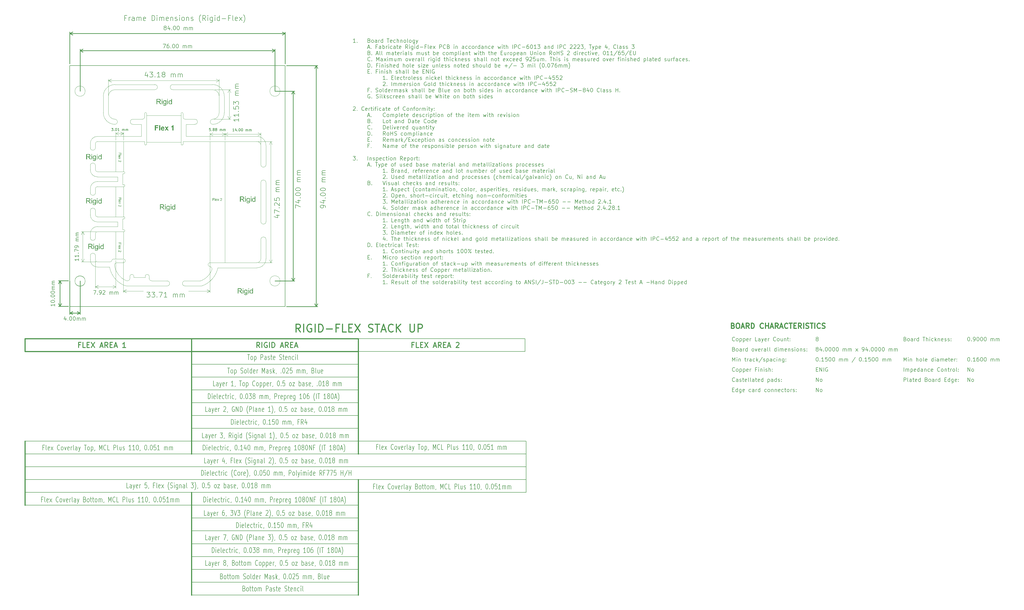
<source format=gbr>
%TF.GenerationSoftware,KiCad,Pcbnew,8.0.2*%
%TF.CreationDate,2024-10-13T20:58:59-05:00*%
%TF.ProjectId,PM1C_Rev_1_2,504d3143-5f52-4657-965f-315f322e6b69,1*%
%TF.SameCoordinates,PX297003ePY8770cd2*%
%TF.FileFunction,AssemblyDrawing,Top*%
%FSLAX46Y46*%
G04 Gerber Fmt 4.6, Leading zero omitted, Abs format (unit mm)*
G04 Created by KiCad (PCBNEW 8.0.2) date 2024-10-13 20:58:59*
%MOMM*%
%LPD*%
G01*
G04 APERTURE LIST*
%ADD10C,0.030000*%
%ADD11C,0.200000*%
%ADD12C,0.400000*%
%ADD13C,0.128000*%
%ADD14C,0.025000*%
%ADD15C,0.050800*%
%ADD16C,0.300000*%
%ADD17C,0.127000*%
%ADD18C,0.152400*%
%ADD19C,0.254000*%
%ADD20C,0.150000*%
%ADD21C,0.100000*%
G04 APERTURE END LIST*
D10*
X24977170Y11359934D02*
X29422170Y11359934D01*
X19869160Y29191144D02*
X19897160Y29191144D01*
X72987660Y64354944D02*
G75*
G02*
X74511720Y62830944I10J-1524050D01*
G01*
X17554570Y73049888D02*
G75*
G02*
X15069171Y75589634I54900J2539706D01*
G01*
X17554570Y73049888D02*
G75*
G02*
X17554570Y71049900I0J-999994D01*
G01*
X82005740Y83999974D02*
G75*
G02*
X77995740Y83999974I-2005000J0D01*
G01*
X77995740Y83999974D02*
G75*
G02*
X82005740Y83999974I2005000J0D01*
G01*
X55711203Y84569654D02*
G75*
G02*
X58251130Y82029644I-133J-2540060D01*
G01*
D11*
X47499570Y-107500206D02*
X112499570Y-107500206D01*
X112499570Y-112500206D01*
X47499570Y-112500206D01*
X47499570Y-107500206D01*
D10*
X19866020Y64354954D02*
X29168170Y64354954D01*
D12*
X47499570Y-17500206D02*
X47499570Y-57500206D01*
D10*
X43392180Y75298634D02*
G75*
G02*
X44154180Y75298634I381000J0D01*
G01*
X56675210Y64354954D02*
X60511650Y64354954D01*
D13*
X-430Y-66D02*
X-430Y93999984D01*
D10*
X29930170Y66754954D02*
X29930170Y67946134D01*
D14*
X54695200Y17110894D02*
X56675210Y17110894D01*
D11*
X112499570Y-67500206D02*
X177919570Y-67500206D01*
X177919570Y-72500206D01*
X112499570Y-72500206D01*
X112499570Y-67500206D01*
D10*
X10762710Y46773044D02*
X18000710Y46773044D01*
D11*
X47499570Y-72500206D02*
X112499570Y-72500206D01*
X112499570Y-77500206D01*
X47499570Y-77500206D01*
X47499570Y-72500206D01*
D10*
X74511660Y55334104D02*
X74511660Y62830944D01*
D14*
X44154190Y64363104D02*
X54633180Y64363104D01*
D10*
X10762710Y48773054D02*
X18659160Y48773054D01*
X76511660Y33135834D02*
X76511660Y48330014D01*
X44154190Y64354954D02*
X54633180Y64354954D01*
X10762710Y15402994D02*
X15509980Y15402994D01*
X44928290Y7999934D02*
X51433060Y7999934D01*
X74511660Y18634894D02*
X74511660Y26131744D01*
X44156376Y73813752D02*
X44154190Y75298634D01*
X40164540Y84569644D02*
G75*
G02*
X40164540Y86569744I30J1000050D01*
G01*
X17611160Y84569644D02*
X33160170Y84569644D01*
D14*
X29930170Y64064934D02*
X43392190Y64064934D01*
D10*
X44925070Y9999934D02*
X50887700Y9999934D01*
X17447876Y15938586D02*
G75*
G02*
X18444570Y17099747I994494J154708D01*
G01*
X43392190Y65450544D02*
X43392190Y66754954D01*
X76511660Y55336734D02*
X76511660Y62830944D01*
X76511660Y33135834D02*
G75*
G02*
X74511660Y33135834I-1000000J0D01*
G01*
X10762710Y31191154D02*
X18659160Y31191154D01*
X10000710Y61964234D02*
X10000710Y63592954D01*
D11*
X-17500430Y-52500206D02*
X47499570Y-52500206D01*
X47499570Y-57500206D01*
X-17500430Y-57500206D01*
X-17500430Y-52500206D01*
D10*
X18452300Y46773044D02*
X19866020Y46773044D01*
X29422170Y11776884D02*
G75*
G02*
X30946170Y11776884I762000J0D01*
G01*
X21097280Y34220601D02*
X20657280Y34219688D01*
D14*
X43392190Y72433284D02*
X43392190Y74475324D01*
D10*
X15071150Y82029644D02*
G75*
G02*
X17611157Y84569614I2540220J-250D01*
G01*
X10762710Y32984894D02*
G75*
G02*
X8000770Y35746894I-240J2761700D01*
G01*
X24977170Y11359934D02*
X24977170Y11776884D01*
X18000710Y64354954D02*
X18452300Y64354954D01*
X29930170Y63354944D02*
G75*
G02*
X29168170Y63354944I-381000J0D01*
G01*
X44918376Y73051749D02*
X48769570Y73049794D01*
D11*
X47499570Y-77500206D02*
X112499570Y-77500206D01*
X112499570Y-82500206D01*
X47499570Y-82500206D01*
X47499570Y-77500206D01*
D10*
X10000710Y53328794D02*
X10000710Y54957514D01*
X21099570Y52565224D02*
G75*
G02*
X21099571Y51800764I7700J-382230D01*
G01*
X24590670Y71049888D02*
X27935657Y71049895D01*
X10762710Y64354954D02*
X18000710Y64354954D01*
X57755004Y15110897D02*
G75*
G02*
X51433055Y7999968I-9409534J1999797D01*
G01*
X60511650Y64354954D02*
X72987660Y64354954D01*
X29930170Y63354944D02*
X29930170Y64054944D01*
D11*
X112499570Y-52500206D02*
X177909570Y-52500206D01*
X177909570Y-57500206D01*
X112499570Y-57500206D01*
X112499570Y-52500206D01*
X-17500430Y-72500206D02*
X47499570Y-72500206D01*
X47499570Y-77500206D01*
X-17500430Y-77500206D01*
X-17500430Y-72500206D01*
D10*
X43392190Y64259354D02*
X43392190Y65450544D01*
X20897106Y46772930D02*
X19897096Y46772930D01*
X19869160Y34984894D02*
X19897160Y34984894D01*
X8000700Y37375614D02*
G75*
G02*
X10000700Y37375614I1000000J0D01*
G01*
X10000710Y46011044D02*
G75*
G02*
X10762710Y46772954I761860J50D01*
G01*
D11*
X47499570Y-42500206D02*
X112499570Y-42500206D01*
X112499570Y-47500206D01*
X47499570Y-47500206D01*
X47499570Y-42500206D01*
D10*
X18452300Y52566794D02*
X19895794Y52564311D01*
D14*
X20929570Y34989794D02*
X20929570Y46769794D01*
D10*
X43392190Y64054944D02*
X43392190Y64259354D01*
X76511660Y18634894D02*
X76511660Y26129114D01*
D11*
X47499570Y-102500206D02*
X112499570Y-102500206D01*
X112499570Y-107500206D01*
X47499570Y-107500206D01*
X47499570Y-102500206D01*
D10*
X10000710Y28429154D02*
G75*
G02*
X10762710Y29191154I762060J-60D01*
G01*
X10762710Y17402994D02*
G75*
G02*
X10000770Y18164994I-240J761700D01*
G01*
X17554570Y71049888D02*
G75*
G02*
X13076634Y75589895I62500J4540006D01*
G01*
X29930170Y64259354D02*
X29930170Y65450544D01*
X29422170Y11359934D02*
X29422170Y11776884D01*
D11*
X47499570Y-32500206D02*
X112499570Y-32500206D01*
X112499570Y-37500206D01*
X47499570Y-37500206D01*
X47499570Y-32500206D01*
D10*
X44928290Y7999934D02*
G75*
G02*
X44928290Y9999854I-20J999960D01*
G01*
X19863730Y29192938D02*
X19866870Y29192938D01*
D12*
X47499570Y-12500206D02*
X112499570Y-12500206D01*
X112499570Y-17500206D01*
X47499570Y-17500206D01*
X47499570Y-12500206D01*
D10*
X21097300Y29189574D02*
X19893524Y29190487D01*
X8000710Y26798744D02*
X8000710Y28429154D01*
X8000700Y19793714D02*
G75*
G02*
X10000700Y19793714I1000000J0D01*
G01*
X21097280Y34985118D02*
G75*
G02*
X21097281Y34220670I7690J-382224D01*
G01*
X55711205Y86569654D02*
G75*
G02*
X60251130Y82029644I-135J-4540060D01*
G01*
D12*
X112499570Y-17500206D02*
X112499570Y-57500206D01*
D11*
X112499570Y-12500206D02*
X177499570Y-12500206D01*
X177499570Y-17500206D01*
X112499570Y-17500206D01*
X112499570Y-12500206D01*
D10*
X20924570Y18514794D02*
G75*
G02*
X21688721Y17804071I-3200J-769600D01*
G01*
X54633180Y64354954D02*
X56675210Y64354954D01*
X10762710Y50566794D02*
G75*
G02*
X8000770Y53328794I-240J2761700D01*
G01*
X45392190Y66354954D02*
X72987660Y66354954D01*
X8000700Y54957514D02*
G75*
G02*
X10000700Y54957514I1000000J0D01*
G01*
X16969130Y18518054D02*
X18000710Y18518054D01*
X16472527Y18076271D02*
G75*
G02*
X15715710Y17402976I-756657J88523D01*
G01*
D12*
X47499570Y-72500206D02*
X47499570Y-112500206D01*
D10*
X18659160Y31191154D02*
X18656870Y32986688D01*
X10000710Y26800434D02*
X10000710Y28429154D01*
X10000710Y63592954D02*
G75*
G02*
X10762710Y64354954I762060J-60D01*
G01*
D14*
X56675220Y64359084D02*
X56675220Y64363104D01*
D10*
X82005740Y83999974D02*
G75*
G02*
X77995740Y83999974I-2005000J0D01*
G01*
X77995740Y83999974D02*
G75*
G02*
X82005740Y83999974I2005000J0D01*
G01*
X29930170Y74467164D02*
X29930170Y74468634D01*
X13076637Y75589895D02*
X13071150Y82029644D01*
X21099590Y47534197D02*
X20659590Y47535110D01*
D11*
X47499570Y-22500206D02*
X112499570Y-22500206D01*
X112499570Y-27500206D01*
X47499570Y-27500206D01*
X47499570Y-22500206D01*
D10*
X29168170Y73829634D02*
G75*
G02*
X28411657Y73049846I-756500J-22940D01*
G01*
X43392190Y63354944D02*
X43392190Y64054944D01*
X74511660Y26129114D02*
G75*
G02*
X76511660Y26129114I1000000J0D01*
G01*
X8000710Y46011044D02*
G75*
G02*
X10762710Y48773054I2761960J50D01*
G01*
X10000710Y18164994D02*
X10000710Y19793714D01*
X8000710Y44380644D02*
X8000710Y46011044D01*
D14*
X60511650Y17110894D02*
X60511650Y64354954D01*
D10*
X8000710Y28429154D02*
G75*
G02*
X10762710Y31191154I2762060J-60D01*
G01*
X10762710Y29191154D02*
X19863730Y29192938D01*
X19869160Y64354944D02*
X29168170Y64354954D01*
D12*
X-17500430Y-52500206D02*
X-17500430Y-77500206D01*
D14*
X17919700Y52574954D02*
X17919700Y64354934D01*
D10*
X54633177Y17108366D02*
G75*
G02*
X54695200Y17110896I61893J-755672D01*
G01*
X10762710Y34984894D02*
X19893504Y34984205D01*
X19869160Y46773044D02*
X19897160Y46773044D01*
X22046396Y10077039D02*
G75*
G02*
X17447911Y15938588I2930574J7033655D01*
G01*
D14*
X29930170Y72433284D02*
X29930170Y74475324D01*
D10*
X10762710Y52566794D02*
G75*
G02*
X10000770Y53328794I-240J761700D01*
G01*
X17611160Y86569654D02*
X33157820Y86569654D01*
X21099590Y47534197D02*
G75*
G02*
X21099588Y46769591I7680J-382303D01*
G01*
X10762710Y34984894D02*
G75*
G02*
X10000770Y35746894I-240J761700D01*
G01*
X45392190Y66354954D02*
X45389570Y71044934D01*
X22516567Y7999929D02*
G75*
G02*
X21277167Y8230901I-79397J3014765D01*
G01*
X76511660Y55336734D02*
G75*
G02*
X74511660Y55336734I-1000000J0D01*
G01*
D14*
X43392190Y64267514D02*
X43392190Y65458704D01*
D10*
X21097300Y29954091D02*
G75*
G02*
X21097298Y29189497I7770J-382297D01*
G01*
D11*
X47499570Y-97500206D02*
X112499570Y-97500206D01*
X112499570Y-102500206D01*
X47499570Y-102500206D01*
X47499570Y-97500206D01*
D14*
X20929570Y52564794D02*
X20929570Y64354794D01*
D10*
X30946170Y11015934D02*
X30946170Y11776884D01*
X6004570Y9991634D02*
G75*
G02*
X1994570Y9991634I-2005000J0D01*
G01*
X1994570Y9991634D02*
G75*
G02*
X6004570Y9991634I2005000J0D01*
G01*
D13*
X83999570Y-156D02*
X83999570Y93999844D01*
D10*
X57755000Y15110894D02*
X72987660Y15110894D01*
D11*
X47499570Y-52500206D02*
X112499570Y-52500206D01*
X112499570Y-57500206D01*
X47499570Y-57500206D01*
X47499570Y-52500206D01*
D14*
X29930170Y66763104D02*
X29930170Y67954294D01*
D10*
X74511660Y48330014D02*
G75*
G02*
X76511660Y48330014I1000000J0D01*
G01*
D12*
X112499570Y-67500206D02*
X112499570Y-112500206D01*
D10*
X43392190Y67946134D02*
X43392190Y72425124D01*
X10000710Y44382334D02*
X10000710Y46011044D01*
X48769570Y73049794D02*
G75*
G02*
X48769570Y71049794I0J-1000000D01*
G01*
X23453170Y11776884D02*
G75*
G02*
X24977170Y11776884I762000J0D01*
G01*
X55387292Y14199993D02*
G75*
G02*
X51278861Y10078236I-7042022J2910801D01*
G01*
X43392190Y74467164D02*
X43392190Y74468634D01*
D14*
X59254570Y17109934D02*
X60511650Y17110894D01*
D13*
X-430Y-206D02*
X83999570Y-206D01*
D10*
X24590670Y71049888D02*
G75*
G02*
X24590670Y73049900I0J1000006D01*
G01*
D12*
X-17500430Y-12500206D02*
X47499570Y-12500206D01*
X47499570Y-17500206D01*
X-17500430Y-17500206D01*
X-17500430Y-12500206D01*
D10*
X44918376Y73051749D02*
G75*
G02*
X44156425Y73813752I-6J761945D01*
G01*
X82004570Y9991634D02*
G75*
G02*
X77994570Y9991634I-2005000J0D01*
G01*
X77994570Y9991634D02*
G75*
G02*
X82004570Y9991634I2005000J0D01*
G01*
X29930170Y74468634D02*
X29930170Y75298634D01*
X60254570Y75589934D02*
X60251200Y82029644D01*
D14*
X17919570Y18519794D02*
X17919570Y29189794D01*
D10*
X74511660Y18634894D02*
G75*
G02*
X72987660Y17110804I-1524290J200D01*
G01*
D14*
X17919700Y52574954D02*
X17920710Y52574954D01*
D10*
X45389570Y71044934D02*
X48769570Y71049794D01*
D14*
X56675220Y64363104D02*
X60511650Y64363104D01*
D10*
X58250807Y75591027D02*
G75*
G02*
X55769590Y73049787I-2542137J167D01*
G01*
X33157820Y86569644D02*
G75*
G02*
X33157820Y84569544I-50J-1000050D01*
G01*
X23453170Y11014884D02*
X23453170Y11776884D01*
X55769590Y71049794D02*
G75*
G02*
X55769590Y73049794I-20J1000000D01*
G01*
X10000700Y61964234D02*
G75*
G02*
X8000700Y61964234I-1000000J0D01*
G01*
X21099570Y52565224D02*
X19895794Y52564311D01*
X44154190Y63354944D02*
G75*
G02*
X43392190Y63354944I-381000J0D01*
G01*
D14*
X29930170Y74475324D02*
X29930170Y74476794D01*
D10*
X19866020Y34984894D02*
X19869160Y34984894D01*
X18659160Y48773054D02*
X18659160Y50566794D01*
X54592190Y17103904D02*
X54633180Y17108364D01*
X54589406Y15594274D02*
G75*
G02*
X54592195Y17103899I105564J754620D01*
G01*
X24590670Y73049888D02*
X28411657Y73049895D01*
D11*
X47499570Y-37500206D02*
X112499570Y-37500206D01*
X112499570Y-42500206D01*
X47499570Y-42500206D01*
X47499570Y-37500206D01*
X47499570Y-87500206D02*
X112499570Y-87500206D01*
X112499570Y-92500206D01*
X47499570Y-92500206D01*
X47499570Y-87500206D01*
D14*
X29930170Y67954294D02*
X29930170Y72433284D01*
D10*
X22357770Y7999934D02*
X37921580Y7999934D01*
X10762710Y50566794D02*
X18659160Y50566794D01*
D14*
X29930170Y64267514D02*
X29930170Y65458704D01*
D10*
X18452300Y18518054D02*
X20924570Y18514794D01*
X15069170Y75589634D02*
X15071150Y82029644D01*
D11*
X47499570Y-27500206D02*
X112499570Y-27500206D01*
X112499570Y-32500206D01*
X47499570Y-32500206D01*
X47499570Y-27500206D01*
D10*
X21277165Y8230885D02*
G75*
G02*
X15510009Y15403000I3699805J8879809D01*
G01*
X19866020Y46773044D02*
X19869160Y46773044D01*
X29930170Y67946134D02*
X29930170Y72425124D01*
X13071150Y82029644D02*
G75*
G02*
X17611155Y86569654I4540070J-60D01*
G01*
X21097300Y29954091D02*
X20657300Y29955004D01*
X10000700Y44382334D02*
G75*
G02*
X8000700Y44382334I-1000000J0D01*
G01*
X15071150Y82029644D02*
X15071160Y82029644D01*
X21099570Y51800707D02*
X20659570Y51799794D01*
X54695200Y17110894D02*
X56675210Y17110894D01*
X20659160Y47535044D02*
X20659570Y51799794D01*
X15071150Y82029644D02*
G75*
G02*
X17611160Y84569614I2540220J-250D01*
G01*
X19866870Y29192938D02*
X19894870Y29192938D01*
X44154190Y63354944D02*
X44154190Y64354954D01*
X18444570Y17099794D02*
X20928583Y17100342D01*
D14*
X43392190Y67954294D02*
X43392190Y72433284D01*
X43392190Y65458704D02*
X43392190Y66763104D01*
D10*
X8000710Y35746894D02*
X8000710Y37377314D01*
X29930170Y65450544D02*
X29930170Y66754954D01*
X6004570Y83991634D02*
G75*
G02*
X1994570Y83991634I-2005000J0D01*
G01*
X1994570Y83991634D02*
G75*
G02*
X6004570Y83991634I2005000J0D01*
G01*
X8000710Y63592954D02*
G75*
G02*
X10762710Y66354954I2762060J-60D01*
G01*
X18452300Y64354954D02*
X19866020Y64354954D01*
X54589400Y15594274D02*
G75*
G02*
X55387332Y14199973I-141030J-1006180D01*
G01*
X56675210Y17110894D02*
X59215220Y17110894D01*
X76511660Y18634894D02*
G75*
G02*
X72987660Y15110804I-3524290J200D01*
G01*
X58250807Y75591027D02*
X58251200Y82029644D01*
D14*
X43392190Y66763104D02*
X43392190Y67954294D01*
D10*
X29930170Y66754954D02*
X29930170Y67946134D01*
D11*
X-17500430Y-62500206D02*
X177919570Y-62500206D01*
X177919570Y-67500206D01*
X-17500430Y-67500206D01*
X-17500430Y-62500206D01*
D10*
X8000710Y53328794D02*
X8000710Y54959214D01*
X18000710Y52566794D02*
X18452300Y52566794D01*
X60254570Y75589934D02*
G75*
G02*
X55769590Y71049792I-4540370J-110D01*
G01*
X40164540Y86569654D02*
X55711200Y86569654D01*
D11*
X-17500430Y-67500206D02*
X112499570Y-67500206D01*
X112499570Y-72500206D01*
X-17500430Y-72500206D01*
X-17500430Y-67500206D01*
D10*
X23453170Y11014884D02*
G75*
G02*
X22046384Y10077005I-1016100J110D01*
G01*
X21688340Y17803922D02*
G75*
G02*
X20928583Y17100278I-759870J58472D01*
G01*
X18000710Y46773044D02*
X18452300Y46773044D01*
X72987660Y66354944D02*
G75*
G02*
X76511720Y62830944I10J-3524050D01*
G01*
D11*
X-17500430Y-57500206D02*
X177909570Y-57500206D01*
X177909570Y-62500206D01*
X-17500430Y-62500206D01*
X-17500430Y-57500206D01*
D10*
X10762710Y52566794D02*
X18000710Y52566794D01*
D11*
X47499570Y-47500206D02*
X112499570Y-47500206D01*
X112499570Y-52500206D01*
X47499570Y-52500206D01*
X47499570Y-47500206D01*
D10*
X10762710Y66354954D02*
X27930170Y66354954D01*
X74511660Y33133204D02*
X74511660Y48332644D01*
D14*
X29930170Y65458704D02*
X29930170Y66763104D01*
D10*
X27930170Y66354954D02*
X27935657Y71049895D01*
X6004570Y83991634D02*
G75*
G02*
X1994570Y83991634I-2005000J0D01*
G01*
X1994570Y83991634D02*
G75*
G02*
X6004570Y83991634I2005000J0D01*
G01*
D14*
X29930170Y74480894D02*
X43392190Y74480894D01*
D10*
X60511650Y17110894D02*
X72987660Y17110894D01*
X8000710Y61962544D02*
X8000710Y63592954D01*
X31962170Y9999934D02*
G75*
G02*
X30946210Y11015934I0J1015960D01*
G01*
D13*
X-430Y93999844D02*
X83999570Y93999844D01*
D10*
X10000710Y35746894D02*
X10000710Y37375614D01*
X10762710Y17402994D02*
X15715710Y17402994D01*
D14*
X54633180Y64363104D02*
X56675220Y64363104D01*
D10*
X43392190Y66754954D02*
X43392190Y67946134D01*
D11*
X47499570Y-92500206D02*
X112499570Y-92500206D01*
X112499570Y-97500206D01*
X47499570Y-97500206D01*
X47499570Y-92500206D01*
D10*
X10000700Y26800434D02*
G75*
G02*
X8000700Y26800434I-1000000J0D01*
G01*
D11*
X47499570Y-82500206D02*
X112499570Y-82500206D01*
X112499570Y-87500206D01*
X47499570Y-87500206D01*
X47499570Y-82500206D01*
D10*
X10762710Y15402994D02*
G75*
G02*
X8000770Y18164994I-240J2761700D01*
G01*
X43392190Y72425124D02*
X43392190Y74467164D01*
X10762710Y32984894D02*
X18659160Y32984894D01*
D14*
X54634570Y17109934D02*
X54633180Y64363104D01*
D10*
X29168170Y63354944D02*
X29168170Y64354954D01*
X6004570Y9879284D02*
G75*
G02*
X1994570Y9879284I-2005000J0D01*
G01*
X1994570Y9879284D02*
G75*
G02*
X6004570Y9879284I2005000J0D01*
G01*
X20656870Y29954938D02*
X20657280Y34219688D01*
X51278859Y10078246D02*
G75*
G02*
X50887703Y9999931I-391189J937848D01*
G01*
D14*
X20924570Y18514794D02*
X20929570Y29192824D01*
X17921560Y34989804D02*
X17919570Y46769794D01*
D10*
X21099590Y46769680D02*
X19895814Y46770593D01*
X8000710Y18164994D02*
X8000710Y19795414D01*
X29168170Y75298634D02*
G75*
G02*
X29930170Y75298634I381000J0D01*
G01*
X16472531Y18076281D02*
G75*
G02*
X16969130Y18517975I496839J-58587D01*
G01*
X59215220Y17110894D02*
X60511650Y17110894D01*
X43392180Y74468634D02*
X43392180Y75298634D01*
X29930170Y64054944D02*
X29930170Y64259354D01*
X6005700Y83999974D02*
G75*
G02*
X1995700Y83999974I-2005000J0D01*
G01*
X1995700Y83999974D02*
G75*
G02*
X6005700Y83999974I2005000J0D01*
G01*
X31962170Y9999934D02*
X37924810Y9999934D01*
X29168170Y73829634D02*
X29168170Y75298634D01*
X40162190Y84569644D02*
X55711200Y84569644D01*
X29930170Y72425124D02*
X29930170Y74467164D01*
X18000710Y18518054D02*
X18452300Y18518054D01*
X21097280Y34985118D02*
X19893504Y34984205D01*
D11*
X47499570Y-17500206D02*
X112499570Y-17500206D01*
X112499570Y-22500206D01*
X47499570Y-22500206D01*
X47499570Y-17500206D01*
D10*
X37921580Y9999934D02*
G75*
G02*
X37921580Y7999854I-10J-1000040D01*
G01*
D14*
X43392190Y74475324D02*
X43392190Y74476794D01*
D15*
G36*
X7440390Y59449254D02*
G01*
X7539633Y59441330D01*
X7637940Y59425805D01*
X7738156Y59396696D01*
X7827845Y59349097D01*
X7904142Y59281526D01*
X7961883Y59202767D01*
X8006190Y59112941D01*
X8034087Y59017486D01*
X8045574Y58916402D01*
X8045902Y58895510D01*
X8037232Y58791096D01*
X8011220Y58695231D01*
X7961228Y58597600D01*
X7907172Y58529146D01*
X7828374Y58461643D01*
X7730707Y58407635D01*
X7629771Y58371447D01*
X7531757Y58348652D01*
X7478770Y58340102D01*
X7566634Y58292446D01*
X7639482Y58239473D01*
X7711210Y58166802D01*
X7780456Y58083731D01*
X7840657Y58000075D01*
X7860278Y57970318D01*
X8211011Y57419794D01*
X7875421Y57419794D01*
X7609196Y57840869D01*
X7553387Y57926629D01*
X7496732Y58010336D01*
X7436303Y58094279D01*
X7416733Y58119794D01*
X7349292Y58197697D01*
X7281422Y58255105D01*
X7190656Y58299801D01*
X7159789Y58308838D01*
X7059222Y58317998D01*
X7011290Y58318608D01*
X6702078Y58318608D01*
X6702078Y57419794D01*
X6435854Y57419794D01*
X6435854Y58545266D01*
X6702078Y58545266D01*
X7275072Y58545266D01*
X7381480Y58549034D01*
X7480567Y58561885D01*
X7560836Y58583856D01*
X7651572Y58633926D01*
X7717640Y58706954D01*
X7759567Y58801399D01*
X7771373Y58891602D01*
X7756742Y58993497D01*
X7712847Y59080829D01*
X7667326Y59130960D01*
X7581872Y59184636D01*
X7479443Y59214097D01*
X7380532Y59224409D01*
X7339552Y59225238D01*
X6702078Y59225238D01*
X6702078Y58545266D01*
X6435854Y58545266D01*
X6435854Y59451895D01*
X7328805Y59451895D01*
X7440390Y59449254D01*
G37*
G36*
X8422036Y59170527D02*
G01*
X8422036Y59451895D01*
X8669210Y59451895D01*
X8669210Y59170527D01*
X8422036Y59170527D01*
G37*
G36*
X8422036Y57419794D02*
G01*
X8422036Y58889159D01*
X8669210Y58889159D01*
X8669210Y57419794D01*
X8422036Y57419794D01*
G37*
G36*
X9687477Y58910512D02*
G01*
X9787487Y58880779D01*
X9878803Y58831224D01*
X9961423Y58761848D01*
X10004730Y58713305D01*
X10004730Y58889159D01*
X10232853Y58889159D01*
X10232853Y57620562D01*
X10231159Y57518290D01*
X10224656Y57408473D01*
X10210905Y57298150D01*
X10187061Y57195538D01*
X10163488Y57135007D01*
X10112216Y57051421D01*
X10045106Y56979570D01*
X9962159Y56919453D01*
X9943669Y56908838D01*
X9853552Y56868696D01*
X9752461Y56841691D01*
X9653390Y56828715D01*
X9573397Y56825796D01*
X9464066Y56831406D01*
X9364320Y56848236D01*
X9262058Y56881208D01*
X9172314Y56928836D01*
X9151834Y56943032D01*
X9074571Y57018054D01*
X9023584Y57111778D01*
X9000319Y57210787D01*
X8996496Y57294742D01*
X9236830Y57259083D01*
X9265407Y57163217D01*
X9320850Y57097394D01*
X9414109Y57050644D01*
X9514584Y57031410D01*
X9571932Y57029006D01*
X9671718Y57035732D01*
X9771186Y57061561D01*
X9837179Y57097882D01*
X9907317Y57168715D01*
X9954454Y57260678D01*
X9963697Y57290834D01*
X9976440Y57389062D01*
X9980733Y57498380D01*
X9981283Y57609327D01*
X9906710Y57535476D01*
X9824471Y57479764D01*
X9721095Y57438304D01*
X9622427Y57421460D01*
X9577794Y57419794D01*
X9469727Y57427471D01*
X9371210Y57450500D01*
X9268341Y57496772D01*
X9178468Y57563942D01*
X9111778Y57638148D01*
X9055833Y57723087D01*
X9011463Y57814140D01*
X8978668Y57911307D01*
X8957447Y58014587D01*
X8947802Y58123981D01*
X8947158Y58161804D01*
X8947983Y58179878D01*
X9201171Y58179878D01*
X9205172Y58076581D01*
X9219955Y57970002D01*
X9250188Y57866572D01*
X9301206Y57773643D01*
X9314988Y57756361D01*
X9392011Y57686036D01*
X9480196Y57641758D01*
X9579543Y57623525D01*
X9600752Y57623005D01*
X9701913Y57635932D01*
X9792292Y57674715D01*
X9871891Y57739354D01*
X9886516Y57755384D01*
X9942480Y57842024D01*
X9976850Y57939019D01*
X9995052Y58039316D01*
X10002175Y58154013D01*
X10002288Y58171574D01*
X9996584Y58283589D01*
X9979474Y58382842D01*
X9945951Y58480646D01*
X9890430Y58570750D01*
X9883097Y58579460D01*
X9804138Y58652103D01*
X9715638Y58697841D01*
X9617597Y58716674D01*
X9596844Y58717213D01*
X9498518Y58703999D01*
X9401598Y58658939D01*
X9323707Y58590227D01*
X9316454Y58581902D01*
X9260726Y58495396D01*
X9226502Y58401049D01*
X9208376Y58305022D01*
X9201284Y58196419D01*
X9201171Y58179878D01*
X8947983Y58179878D01*
X8951860Y58264783D01*
X8965965Y58363671D01*
X8993073Y58470030D01*
X9022385Y58549173D01*
X9070346Y58642777D01*
X9129049Y58723551D01*
X9206873Y58798255D01*
X9241715Y58823702D01*
X9336340Y58874707D01*
X9429823Y58904460D01*
X9531189Y58918911D01*
X9578770Y58920423D01*
X9687477Y58910512D01*
G37*
G36*
X10600683Y59170527D02*
G01*
X10600683Y59451895D01*
X10847856Y59451895D01*
X10847856Y59170527D01*
X10600683Y59170527D01*
G37*
G36*
X10600683Y57419794D02*
G01*
X10600683Y58889159D01*
X10847856Y58889159D01*
X10847856Y57419794D01*
X10600683Y57419794D01*
G37*
G36*
X12396356Y57419794D02*
G01*
X12167256Y57419794D01*
X12167256Y57603954D01*
X12100130Y57520015D01*
X12020569Y57456692D01*
X11928573Y57413987D01*
X11824141Y57391897D01*
X11758882Y57388531D01*
X11652608Y57397977D01*
X11551772Y57426313D01*
X11456374Y57473539D01*
X11437947Y57485252D01*
X11360968Y57545685D01*
X11294344Y57618173D01*
X11238075Y57702717D01*
X11211290Y57754896D01*
X11172564Y57856497D01*
X11148781Y57953622D01*
X11135011Y58057158D01*
X11131178Y58153012D01*
X11131219Y58153988D01*
X11385191Y58153988D01*
X11389347Y58052958D01*
X11404700Y57947808D01*
X11436101Y57844409D01*
X11489089Y57749471D01*
X11503404Y57731448D01*
X11581438Y57657775D01*
X11667772Y57611388D01*
X11772326Y57591878D01*
X11782329Y57591741D01*
X11888054Y57607499D01*
X11982235Y57654773D01*
X12057835Y57725098D01*
X12112618Y57811476D01*
X12146263Y57906875D01*
X12164081Y58004726D01*
X12171053Y58115993D01*
X12171164Y58132984D01*
X12167094Y58240540D01*
X12152057Y58351741D01*
X12125941Y58447561D01*
X12082527Y58538236D01*
X12055393Y58576040D01*
X11978142Y58650487D01*
X11890491Y58697360D01*
X11792441Y58716661D01*
X11771583Y58717213D01*
X11673685Y58703951D01*
X11578230Y58658729D01*
X11502572Y58589768D01*
X11495588Y58581413D01*
X11442222Y58492898D01*
X11409448Y58393392D01*
X11392090Y58290245D01*
X11385622Y58189890D01*
X11385191Y58153988D01*
X11131219Y58153988D01*
X11135727Y58260143D01*
X11149374Y58362206D01*
X11172119Y58459200D01*
X11203962Y58551127D01*
X11250661Y58645087D01*
X11308874Y58725832D01*
X11387061Y58800049D01*
X11422315Y58825168D01*
X11516683Y58875400D01*
X11617824Y58907027D01*
X11725740Y58920050D01*
X11748135Y58920423D01*
X11850540Y58910829D01*
X11950184Y58879039D01*
X11983097Y58862293D01*
X12065897Y58805031D01*
X12133925Y58734119D01*
X12150648Y58711351D01*
X12150648Y59451895D01*
X12396356Y59451895D01*
X12396356Y57419794D01*
G37*
D11*
X52452576Y-51245044D02*
X51738290Y-51245044D01*
X51738290Y-51245044D02*
X51738290Y-49245044D01*
X53595434Y-51245044D02*
X53595434Y-50197425D01*
X53595434Y-50197425D02*
X53524005Y-50006948D01*
X53524005Y-50006948D02*
X53381148Y-49911710D01*
X53381148Y-49911710D02*
X53095434Y-49911710D01*
X53095434Y-49911710D02*
X52952576Y-50006948D01*
X53595434Y-51149806D02*
X53452576Y-51245044D01*
X53452576Y-51245044D02*
X53095434Y-51245044D01*
X53095434Y-51245044D02*
X52952576Y-51149806D01*
X52952576Y-51149806D02*
X52881148Y-50959329D01*
X52881148Y-50959329D02*
X52881148Y-50768853D01*
X52881148Y-50768853D02*
X52952576Y-50578377D01*
X52952576Y-50578377D02*
X53095434Y-50483139D01*
X53095434Y-50483139D02*
X53452576Y-50483139D01*
X53452576Y-50483139D02*
X53595434Y-50387901D01*
X54166862Y-49911710D02*
X54524005Y-51245044D01*
X54881148Y-49911710D02*
X54524005Y-51245044D01*
X54524005Y-51245044D02*
X54381148Y-51721234D01*
X54381148Y-51721234D02*
X54309719Y-51816472D01*
X54309719Y-51816472D02*
X54166862Y-51911710D01*
X56024005Y-51149806D02*
X55881148Y-51245044D01*
X55881148Y-51245044D02*
X55595434Y-51245044D01*
X55595434Y-51245044D02*
X55452576Y-51149806D01*
X55452576Y-51149806D02*
X55381148Y-50959329D01*
X55381148Y-50959329D02*
X55381148Y-50197425D01*
X55381148Y-50197425D02*
X55452576Y-50006948D01*
X55452576Y-50006948D02*
X55595434Y-49911710D01*
X55595434Y-49911710D02*
X55881148Y-49911710D01*
X55881148Y-49911710D02*
X56024005Y-50006948D01*
X56024005Y-50006948D02*
X56095434Y-50197425D01*
X56095434Y-50197425D02*
X56095434Y-50387901D01*
X56095434Y-50387901D02*
X55381148Y-50578377D01*
X56738290Y-51245044D02*
X56738290Y-49911710D01*
X56738290Y-50292663D02*
X56809719Y-50102186D01*
X56809719Y-50102186D02*
X56881148Y-50006948D01*
X56881148Y-50006948D02*
X57024005Y-49911710D01*
X57024005Y-49911710D02*
X57166862Y-49911710D01*
X58666861Y-49245044D02*
X59595433Y-49245044D01*
X59595433Y-49245044D02*
X59095433Y-50006948D01*
X59095433Y-50006948D02*
X59309718Y-50006948D01*
X59309718Y-50006948D02*
X59452576Y-50102186D01*
X59452576Y-50102186D02*
X59524004Y-50197425D01*
X59524004Y-50197425D02*
X59595433Y-50387901D01*
X59595433Y-50387901D02*
X59595433Y-50864091D01*
X59595433Y-50864091D02*
X59524004Y-51054567D01*
X59524004Y-51054567D02*
X59452576Y-51149806D01*
X59452576Y-51149806D02*
X59309718Y-51245044D01*
X59309718Y-51245044D02*
X58881147Y-51245044D01*
X58881147Y-51245044D02*
X58738290Y-51149806D01*
X58738290Y-51149806D02*
X58666861Y-51054567D01*
X60309718Y-51149806D02*
X60309718Y-51245044D01*
X60309718Y-51245044D02*
X60238289Y-51435520D01*
X60238289Y-51435520D02*
X60166861Y-51530758D01*
X62952575Y-51245044D02*
X62452575Y-50292663D01*
X62095432Y-51245044D02*
X62095432Y-49245044D01*
X62095432Y-49245044D02*
X62666861Y-49245044D01*
X62666861Y-49245044D02*
X62809718Y-49340282D01*
X62809718Y-49340282D02*
X62881147Y-49435520D01*
X62881147Y-49435520D02*
X62952575Y-49625996D01*
X62952575Y-49625996D02*
X62952575Y-49911710D01*
X62952575Y-49911710D02*
X62881147Y-50102186D01*
X62881147Y-50102186D02*
X62809718Y-50197425D01*
X62809718Y-50197425D02*
X62666861Y-50292663D01*
X62666861Y-50292663D02*
X62095432Y-50292663D01*
X63595432Y-51245044D02*
X63595432Y-49911710D01*
X63595432Y-49245044D02*
X63524004Y-49340282D01*
X63524004Y-49340282D02*
X63595432Y-49435520D01*
X63595432Y-49435520D02*
X63666861Y-49340282D01*
X63666861Y-49340282D02*
X63595432Y-49245044D01*
X63595432Y-49245044D02*
X63595432Y-49435520D01*
X64952576Y-49911710D02*
X64952576Y-51530758D01*
X64952576Y-51530758D02*
X64881147Y-51721234D01*
X64881147Y-51721234D02*
X64809718Y-51816472D01*
X64809718Y-51816472D02*
X64666861Y-51911710D01*
X64666861Y-51911710D02*
X64452576Y-51911710D01*
X64452576Y-51911710D02*
X64309718Y-51816472D01*
X64952576Y-51149806D02*
X64809718Y-51245044D01*
X64809718Y-51245044D02*
X64524004Y-51245044D01*
X64524004Y-51245044D02*
X64381147Y-51149806D01*
X64381147Y-51149806D02*
X64309718Y-51054567D01*
X64309718Y-51054567D02*
X64238290Y-50864091D01*
X64238290Y-50864091D02*
X64238290Y-50292663D01*
X64238290Y-50292663D02*
X64309718Y-50102186D01*
X64309718Y-50102186D02*
X64381147Y-50006948D01*
X64381147Y-50006948D02*
X64524004Y-49911710D01*
X64524004Y-49911710D02*
X64809718Y-49911710D01*
X64809718Y-49911710D02*
X64952576Y-50006948D01*
X65666861Y-51245044D02*
X65666861Y-49911710D01*
X65666861Y-49245044D02*
X65595433Y-49340282D01*
X65595433Y-49340282D02*
X65666861Y-49435520D01*
X65666861Y-49435520D02*
X65738290Y-49340282D01*
X65738290Y-49340282D02*
X65666861Y-49245044D01*
X65666861Y-49245044D02*
X65666861Y-49435520D01*
X67024005Y-51245044D02*
X67024005Y-49245044D01*
X67024005Y-51149806D02*
X66881147Y-51245044D01*
X66881147Y-51245044D02*
X66595433Y-51245044D01*
X66595433Y-51245044D02*
X66452576Y-51149806D01*
X66452576Y-51149806D02*
X66381147Y-51054567D01*
X66381147Y-51054567D02*
X66309719Y-50864091D01*
X66309719Y-50864091D02*
X66309719Y-50292663D01*
X66309719Y-50292663D02*
X66381147Y-50102186D01*
X66381147Y-50102186D02*
X66452576Y-50006948D01*
X66452576Y-50006948D02*
X66595433Y-49911710D01*
X66595433Y-49911710D02*
X66881147Y-49911710D01*
X66881147Y-49911710D02*
X67024005Y-50006948D01*
X69309719Y-52006948D02*
X69238290Y-51911710D01*
X69238290Y-51911710D02*
X69095433Y-51625996D01*
X69095433Y-51625996D02*
X69024005Y-51435520D01*
X69024005Y-51435520D02*
X68952576Y-51149806D01*
X68952576Y-51149806D02*
X68881147Y-50673615D01*
X68881147Y-50673615D02*
X68881147Y-50292663D01*
X68881147Y-50292663D02*
X68952576Y-49816472D01*
X68952576Y-49816472D02*
X69024005Y-49530758D01*
X69024005Y-49530758D02*
X69095433Y-49340282D01*
X69095433Y-49340282D02*
X69238290Y-49054567D01*
X69238290Y-49054567D02*
X69309719Y-48959329D01*
X69809719Y-51149806D02*
X70024005Y-51245044D01*
X70024005Y-51245044D02*
X70381147Y-51245044D01*
X70381147Y-51245044D02*
X70524005Y-51149806D01*
X70524005Y-51149806D02*
X70595433Y-51054567D01*
X70595433Y-51054567D02*
X70666862Y-50864091D01*
X70666862Y-50864091D02*
X70666862Y-50673615D01*
X70666862Y-50673615D02*
X70595433Y-50483139D01*
X70595433Y-50483139D02*
X70524005Y-50387901D01*
X70524005Y-50387901D02*
X70381147Y-50292663D01*
X70381147Y-50292663D02*
X70095433Y-50197425D01*
X70095433Y-50197425D02*
X69952576Y-50102186D01*
X69952576Y-50102186D02*
X69881147Y-50006948D01*
X69881147Y-50006948D02*
X69809719Y-49816472D01*
X69809719Y-49816472D02*
X69809719Y-49625996D01*
X69809719Y-49625996D02*
X69881147Y-49435520D01*
X69881147Y-49435520D02*
X69952576Y-49340282D01*
X69952576Y-49340282D02*
X70095433Y-49245044D01*
X70095433Y-49245044D02*
X70452576Y-49245044D01*
X70452576Y-49245044D02*
X70666862Y-49340282D01*
X71309718Y-51245044D02*
X71309718Y-49911710D01*
X71309718Y-49245044D02*
X71238290Y-49340282D01*
X71238290Y-49340282D02*
X71309718Y-49435520D01*
X71309718Y-49435520D02*
X71381147Y-49340282D01*
X71381147Y-49340282D02*
X71309718Y-49245044D01*
X71309718Y-49245044D02*
X71309718Y-49435520D01*
X72666862Y-49911710D02*
X72666862Y-51530758D01*
X72666862Y-51530758D02*
X72595433Y-51721234D01*
X72595433Y-51721234D02*
X72524004Y-51816472D01*
X72524004Y-51816472D02*
X72381147Y-51911710D01*
X72381147Y-51911710D02*
X72166862Y-51911710D01*
X72166862Y-51911710D02*
X72024004Y-51816472D01*
X72666862Y-51149806D02*
X72524004Y-51245044D01*
X72524004Y-51245044D02*
X72238290Y-51245044D01*
X72238290Y-51245044D02*
X72095433Y-51149806D01*
X72095433Y-51149806D02*
X72024004Y-51054567D01*
X72024004Y-51054567D02*
X71952576Y-50864091D01*
X71952576Y-50864091D02*
X71952576Y-50292663D01*
X71952576Y-50292663D02*
X72024004Y-50102186D01*
X72024004Y-50102186D02*
X72095433Y-50006948D01*
X72095433Y-50006948D02*
X72238290Y-49911710D01*
X72238290Y-49911710D02*
X72524004Y-49911710D01*
X72524004Y-49911710D02*
X72666862Y-50006948D01*
X73381147Y-49911710D02*
X73381147Y-51245044D01*
X73381147Y-50102186D02*
X73452576Y-50006948D01*
X73452576Y-50006948D02*
X73595433Y-49911710D01*
X73595433Y-49911710D02*
X73809719Y-49911710D01*
X73809719Y-49911710D02*
X73952576Y-50006948D01*
X73952576Y-50006948D02*
X74024005Y-50197425D01*
X74024005Y-50197425D02*
X74024005Y-51245044D01*
X75381148Y-51245044D02*
X75381148Y-50197425D01*
X75381148Y-50197425D02*
X75309719Y-50006948D01*
X75309719Y-50006948D02*
X75166862Y-49911710D01*
X75166862Y-49911710D02*
X74881148Y-49911710D01*
X74881148Y-49911710D02*
X74738290Y-50006948D01*
X75381148Y-51149806D02*
X75238290Y-51245044D01*
X75238290Y-51245044D02*
X74881148Y-51245044D01*
X74881148Y-51245044D02*
X74738290Y-51149806D01*
X74738290Y-51149806D02*
X74666862Y-50959329D01*
X74666862Y-50959329D02*
X74666862Y-50768853D01*
X74666862Y-50768853D02*
X74738290Y-50578377D01*
X74738290Y-50578377D02*
X74881148Y-50483139D01*
X74881148Y-50483139D02*
X75238290Y-50483139D01*
X75238290Y-50483139D02*
X75381148Y-50387901D01*
X76309719Y-51245044D02*
X76166862Y-51149806D01*
X76166862Y-51149806D02*
X76095433Y-50959329D01*
X76095433Y-50959329D02*
X76095433Y-49245044D01*
X78809719Y-51245044D02*
X77952576Y-51245044D01*
X78381147Y-51245044D02*
X78381147Y-49245044D01*
X78381147Y-49245044D02*
X78238290Y-49530758D01*
X78238290Y-49530758D02*
X78095433Y-49721234D01*
X78095433Y-49721234D02*
X77952576Y-49816472D01*
X79309718Y-52006948D02*
X79381147Y-51911710D01*
X79381147Y-51911710D02*
X79524004Y-51625996D01*
X79524004Y-51625996D02*
X79595433Y-51435520D01*
X79595433Y-51435520D02*
X79666861Y-51149806D01*
X79666861Y-51149806D02*
X79738290Y-50673615D01*
X79738290Y-50673615D02*
X79738290Y-50292663D01*
X79738290Y-50292663D02*
X79666861Y-49816472D01*
X79666861Y-49816472D02*
X79595433Y-49530758D01*
X79595433Y-49530758D02*
X79524004Y-49340282D01*
X79524004Y-49340282D02*
X79381147Y-49054567D01*
X79381147Y-49054567D02*
X79309718Y-48959329D01*
X80524004Y-51149806D02*
X80524004Y-51245044D01*
X80524004Y-51245044D02*
X80452575Y-51435520D01*
X80452575Y-51435520D02*
X80381147Y-51530758D01*
X82595433Y-49245044D02*
X82738290Y-49245044D01*
X82738290Y-49245044D02*
X82881147Y-49340282D01*
X82881147Y-49340282D02*
X82952576Y-49435520D01*
X82952576Y-49435520D02*
X83024004Y-49625996D01*
X83024004Y-49625996D02*
X83095433Y-50006948D01*
X83095433Y-50006948D02*
X83095433Y-50483139D01*
X83095433Y-50483139D02*
X83024004Y-50864091D01*
X83024004Y-50864091D02*
X82952576Y-51054567D01*
X82952576Y-51054567D02*
X82881147Y-51149806D01*
X82881147Y-51149806D02*
X82738290Y-51245044D01*
X82738290Y-51245044D02*
X82595433Y-51245044D01*
X82595433Y-51245044D02*
X82452576Y-51149806D01*
X82452576Y-51149806D02*
X82381147Y-51054567D01*
X82381147Y-51054567D02*
X82309718Y-50864091D01*
X82309718Y-50864091D02*
X82238290Y-50483139D01*
X82238290Y-50483139D02*
X82238290Y-50006948D01*
X82238290Y-50006948D02*
X82309718Y-49625996D01*
X82309718Y-49625996D02*
X82381147Y-49435520D01*
X82381147Y-49435520D02*
X82452576Y-49340282D01*
X82452576Y-49340282D02*
X82595433Y-49245044D01*
X83738289Y-51054567D02*
X83809718Y-51149806D01*
X83809718Y-51149806D02*
X83738289Y-51245044D01*
X83738289Y-51245044D02*
X83666861Y-51149806D01*
X83666861Y-51149806D02*
X83738289Y-51054567D01*
X83738289Y-51054567D02*
X83738289Y-51245044D01*
X85166861Y-49245044D02*
X84452575Y-49245044D01*
X84452575Y-49245044D02*
X84381147Y-50197425D01*
X84381147Y-50197425D02*
X84452575Y-50102186D01*
X84452575Y-50102186D02*
X84595433Y-50006948D01*
X84595433Y-50006948D02*
X84952575Y-50006948D01*
X84952575Y-50006948D02*
X85095433Y-50102186D01*
X85095433Y-50102186D02*
X85166861Y-50197425D01*
X85166861Y-50197425D02*
X85238290Y-50387901D01*
X85238290Y-50387901D02*
X85238290Y-50864091D01*
X85238290Y-50864091D02*
X85166861Y-51054567D01*
X85166861Y-51054567D02*
X85095433Y-51149806D01*
X85095433Y-51149806D02*
X84952575Y-51245044D01*
X84952575Y-51245044D02*
X84595433Y-51245044D01*
X84595433Y-51245044D02*
X84452575Y-51149806D01*
X84452575Y-51149806D02*
X84381147Y-51054567D01*
X87238289Y-51245044D02*
X87095432Y-51149806D01*
X87095432Y-51149806D02*
X87024003Y-51054567D01*
X87024003Y-51054567D02*
X86952575Y-50864091D01*
X86952575Y-50864091D02*
X86952575Y-50292663D01*
X86952575Y-50292663D02*
X87024003Y-50102186D01*
X87024003Y-50102186D02*
X87095432Y-50006948D01*
X87095432Y-50006948D02*
X87238289Y-49911710D01*
X87238289Y-49911710D02*
X87452575Y-49911710D01*
X87452575Y-49911710D02*
X87595432Y-50006948D01*
X87595432Y-50006948D02*
X87666861Y-50102186D01*
X87666861Y-50102186D02*
X87738289Y-50292663D01*
X87738289Y-50292663D02*
X87738289Y-50864091D01*
X87738289Y-50864091D02*
X87666861Y-51054567D01*
X87666861Y-51054567D02*
X87595432Y-51149806D01*
X87595432Y-51149806D02*
X87452575Y-51245044D01*
X87452575Y-51245044D02*
X87238289Y-51245044D01*
X88238289Y-49911710D02*
X89024004Y-49911710D01*
X89024004Y-49911710D02*
X88238289Y-51245044D01*
X88238289Y-51245044D02*
X89024004Y-51245044D01*
X90738289Y-51245044D02*
X90738289Y-49245044D01*
X90738289Y-50006948D02*
X90881147Y-49911710D01*
X90881147Y-49911710D02*
X91166861Y-49911710D01*
X91166861Y-49911710D02*
X91309718Y-50006948D01*
X91309718Y-50006948D02*
X91381147Y-50102186D01*
X91381147Y-50102186D02*
X91452575Y-50292663D01*
X91452575Y-50292663D02*
X91452575Y-50864091D01*
X91452575Y-50864091D02*
X91381147Y-51054567D01*
X91381147Y-51054567D02*
X91309718Y-51149806D01*
X91309718Y-51149806D02*
X91166861Y-51245044D01*
X91166861Y-51245044D02*
X90881147Y-51245044D01*
X90881147Y-51245044D02*
X90738289Y-51149806D01*
X92738290Y-51245044D02*
X92738290Y-50197425D01*
X92738290Y-50197425D02*
X92666861Y-50006948D01*
X92666861Y-50006948D02*
X92524004Y-49911710D01*
X92524004Y-49911710D02*
X92238290Y-49911710D01*
X92238290Y-49911710D02*
X92095432Y-50006948D01*
X92738290Y-51149806D02*
X92595432Y-51245044D01*
X92595432Y-51245044D02*
X92238290Y-51245044D01*
X92238290Y-51245044D02*
X92095432Y-51149806D01*
X92095432Y-51149806D02*
X92024004Y-50959329D01*
X92024004Y-50959329D02*
X92024004Y-50768853D01*
X92024004Y-50768853D02*
X92095432Y-50578377D01*
X92095432Y-50578377D02*
X92238290Y-50483139D01*
X92238290Y-50483139D02*
X92595432Y-50483139D01*
X92595432Y-50483139D02*
X92738290Y-50387901D01*
X93381147Y-51149806D02*
X93524004Y-51245044D01*
X93524004Y-51245044D02*
X93809718Y-51245044D01*
X93809718Y-51245044D02*
X93952575Y-51149806D01*
X93952575Y-51149806D02*
X94024004Y-50959329D01*
X94024004Y-50959329D02*
X94024004Y-50864091D01*
X94024004Y-50864091D02*
X93952575Y-50673615D01*
X93952575Y-50673615D02*
X93809718Y-50578377D01*
X93809718Y-50578377D02*
X93595433Y-50578377D01*
X93595433Y-50578377D02*
X93452575Y-50483139D01*
X93452575Y-50483139D02*
X93381147Y-50292663D01*
X93381147Y-50292663D02*
X93381147Y-50197425D01*
X93381147Y-50197425D02*
X93452575Y-50006948D01*
X93452575Y-50006948D02*
X93595433Y-49911710D01*
X93595433Y-49911710D02*
X93809718Y-49911710D01*
X93809718Y-49911710D02*
X93952575Y-50006948D01*
X95238290Y-51149806D02*
X95095433Y-51245044D01*
X95095433Y-51245044D02*
X94809719Y-51245044D01*
X94809719Y-51245044D02*
X94666861Y-51149806D01*
X94666861Y-51149806D02*
X94595433Y-50959329D01*
X94595433Y-50959329D02*
X94595433Y-50197425D01*
X94595433Y-50197425D02*
X94666861Y-50006948D01*
X94666861Y-50006948D02*
X94809719Y-49911710D01*
X94809719Y-49911710D02*
X95095433Y-49911710D01*
X95095433Y-49911710D02*
X95238290Y-50006948D01*
X95238290Y-50006948D02*
X95309719Y-50197425D01*
X95309719Y-50197425D02*
X95309719Y-50387901D01*
X95309719Y-50387901D02*
X94595433Y-50578377D01*
X96024004Y-51149806D02*
X96024004Y-51245044D01*
X96024004Y-51245044D02*
X95952575Y-51435520D01*
X95952575Y-51435520D02*
X95881147Y-51530758D01*
X98095433Y-49245044D02*
X98238290Y-49245044D01*
X98238290Y-49245044D02*
X98381147Y-49340282D01*
X98381147Y-49340282D02*
X98452576Y-49435520D01*
X98452576Y-49435520D02*
X98524004Y-49625996D01*
X98524004Y-49625996D02*
X98595433Y-50006948D01*
X98595433Y-50006948D02*
X98595433Y-50483139D01*
X98595433Y-50483139D02*
X98524004Y-50864091D01*
X98524004Y-50864091D02*
X98452576Y-51054567D01*
X98452576Y-51054567D02*
X98381147Y-51149806D01*
X98381147Y-51149806D02*
X98238290Y-51245044D01*
X98238290Y-51245044D02*
X98095433Y-51245044D01*
X98095433Y-51245044D02*
X97952576Y-51149806D01*
X97952576Y-51149806D02*
X97881147Y-51054567D01*
X97881147Y-51054567D02*
X97809718Y-50864091D01*
X97809718Y-50864091D02*
X97738290Y-50483139D01*
X97738290Y-50483139D02*
X97738290Y-50006948D01*
X97738290Y-50006948D02*
X97809718Y-49625996D01*
X97809718Y-49625996D02*
X97881147Y-49435520D01*
X97881147Y-49435520D02*
X97952576Y-49340282D01*
X97952576Y-49340282D02*
X98095433Y-49245044D01*
X99238289Y-51054567D02*
X99309718Y-51149806D01*
X99309718Y-51149806D02*
X99238289Y-51245044D01*
X99238289Y-51245044D02*
X99166861Y-51149806D01*
X99166861Y-51149806D02*
X99238289Y-51054567D01*
X99238289Y-51054567D02*
X99238289Y-51245044D01*
X100238290Y-49245044D02*
X100381147Y-49245044D01*
X100381147Y-49245044D02*
X100524004Y-49340282D01*
X100524004Y-49340282D02*
X100595433Y-49435520D01*
X100595433Y-49435520D02*
X100666861Y-49625996D01*
X100666861Y-49625996D02*
X100738290Y-50006948D01*
X100738290Y-50006948D02*
X100738290Y-50483139D01*
X100738290Y-50483139D02*
X100666861Y-50864091D01*
X100666861Y-50864091D02*
X100595433Y-51054567D01*
X100595433Y-51054567D02*
X100524004Y-51149806D01*
X100524004Y-51149806D02*
X100381147Y-51245044D01*
X100381147Y-51245044D02*
X100238290Y-51245044D01*
X100238290Y-51245044D02*
X100095433Y-51149806D01*
X100095433Y-51149806D02*
X100024004Y-51054567D01*
X100024004Y-51054567D02*
X99952575Y-50864091D01*
X99952575Y-50864091D02*
X99881147Y-50483139D01*
X99881147Y-50483139D02*
X99881147Y-50006948D01*
X99881147Y-50006948D02*
X99952575Y-49625996D01*
X99952575Y-49625996D02*
X100024004Y-49435520D01*
X100024004Y-49435520D02*
X100095433Y-49340282D01*
X100095433Y-49340282D02*
X100238290Y-49245044D01*
X102166861Y-51245044D02*
X101309718Y-51245044D01*
X101738289Y-51245044D02*
X101738289Y-49245044D01*
X101738289Y-49245044D02*
X101595432Y-49530758D01*
X101595432Y-49530758D02*
X101452575Y-49721234D01*
X101452575Y-49721234D02*
X101309718Y-49816472D01*
X103024003Y-50102186D02*
X102881146Y-50006948D01*
X102881146Y-50006948D02*
X102809717Y-49911710D01*
X102809717Y-49911710D02*
X102738289Y-49721234D01*
X102738289Y-49721234D02*
X102738289Y-49625996D01*
X102738289Y-49625996D02*
X102809717Y-49435520D01*
X102809717Y-49435520D02*
X102881146Y-49340282D01*
X102881146Y-49340282D02*
X103024003Y-49245044D01*
X103024003Y-49245044D02*
X103309717Y-49245044D01*
X103309717Y-49245044D02*
X103452575Y-49340282D01*
X103452575Y-49340282D02*
X103524003Y-49435520D01*
X103524003Y-49435520D02*
X103595432Y-49625996D01*
X103595432Y-49625996D02*
X103595432Y-49721234D01*
X103595432Y-49721234D02*
X103524003Y-49911710D01*
X103524003Y-49911710D02*
X103452575Y-50006948D01*
X103452575Y-50006948D02*
X103309717Y-50102186D01*
X103309717Y-50102186D02*
X103024003Y-50102186D01*
X103024003Y-50102186D02*
X102881146Y-50197425D01*
X102881146Y-50197425D02*
X102809717Y-50292663D01*
X102809717Y-50292663D02*
X102738289Y-50483139D01*
X102738289Y-50483139D02*
X102738289Y-50864091D01*
X102738289Y-50864091D02*
X102809717Y-51054567D01*
X102809717Y-51054567D02*
X102881146Y-51149806D01*
X102881146Y-51149806D02*
X103024003Y-51245044D01*
X103024003Y-51245044D02*
X103309717Y-51245044D01*
X103309717Y-51245044D02*
X103452575Y-51149806D01*
X103452575Y-51149806D02*
X103524003Y-51054567D01*
X103524003Y-51054567D02*
X103595432Y-50864091D01*
X103595432Y-50864091D02*
X103595432Y-50483139D01*
X103595432Y-50483139D02*
X103524003Y-50292663D01*
X103524003Y-50292663D02*
X103452575Y-50197425D01*
X103452575Y-50197425D02*
X103309717Y-50102186D01*
X105381145Y-51245044D02*
X105381145Y-49911710D01*
X105381145Y-50102186D02*
X105452574Y-50006948D01*
X105452574Y-50006948D02*
X105595431Y-49911710D01*
X105595431Y-49911710D02*
X105809717Y-49911710D01*
X105809717Y-49911710D02*
X105952574Y-50006948D01*
X105952574Y-50006948D02*
X106024003Y-50197425D01*
X106024003Y-50197425D02*
X106024003Y-51245044D01*
X106024003Y-50197425D02*
X106095431Y-50006948D01*
X106095431Y-50006948D02*
X106238288Y-49911710D01*
X106238288Y-49911710D02*
X106452574Y-49911710D01*
X106452574Y-49911710D02*
X106595431Y-50006948D01*
X106595431Y-50006948D02*
X106666860Y-50197425D01*
X106666860Y-50197425D02*
X106666860Y-51245044D01*
X107381145Y-51245044D02*
X107381145Y-49911710D01*
X107381145Y-50102186D02*
X107452574Y-50006948D01*
X107452574Y-50006948D02*
X107595431Y-49911710D01*
X107595431Y-49911710D02*
X107809717Y-49911710D01*
X107809717Y-49911710D02*
X107952574Y-50006948D01*
X107952574Y-50006948D02*
X108024003Y-50197425D01*
X108024003Y-50197425D02*
X108024003Y-51245044D01*
X108024003Y-50197425D02*
X108095431Y-50006948D01*
X108095431Y-50006948D02*
X108238288Y-49911710D01*
X108238288Y-49911710D02*
X108452574Y-49911710D01*
X108452574Y-49911710D02*
X108595431Y-50006948D01*
X108595431Y-50006948D02*
X108666860Y-50197425D01*
X108666860Y-50197425D02*
X108666860Y-51245044D01*
X291282576Y-12595091D02*
X291139719Y-12523663D01*
X291139719Y-12523663D02*
X291068290Y-12452234D01*
X291068290Y-12452234D02*
X290996862Y-12309377D01*
X290996862Y-12309377D02*
X290996862Y-12237948D01*
X290996862Y-12237948D02*
X291068290Y-12095091D01*
X291068290Y-12095091D02*
X291139719Y-12023663D01*
X291139719Y-12023663D02*
X291282576Y-11952234D01*
X291282576Y-11952234D02*
X291568290Y-11952234D01*
X291568290Y-11952234D02*
X291711148Y-12023663D01*
X291711148Y-12023663D02*
X291782576Y-12095091D01*
X291782576Y-12095091D02*
X291854005Y-12237948D01*
X291854005Y-12237948D02*
X291854005Y-12309377D01*
X291854005Y-12309377D02*
X291782576Y-12452234D01*
X291782576Y-12452234D02*
X291711148Y-12523663D01*
X291711148Y-12523663D02*
X291568290Y-12595091D01*
X291568290Y-12595091D02*
X291282576Y-12595091D01*
X291282576Y-12595091D02*
X291139719Y-12666520D01*
X291139719Y-12666520D02*
X291068290Y-12737948D01*
X291068290Y-12737948D02*
X290996862Y-12880806D01*
X290996862Y-12880806D02*
X290996862Y-13166520D01*
X290996862Y-13166520D02*
X291068290Y-13309377D01*
X291068290Y-13309377D02*
X291139719Y-13380806D01*
X291139719Y-13380806D02*
X291282576Y-13452234D01*
X291282576Y-13452234D02*
X291568290Y-13452234D01*
X291568290Y-13452234D02*
X291711148Y-13380806D01*
X291711148Y-13380806D02*
X291782576Y-13309377D01*
X291782576Y-13309377D02*
X291854005Y-13166520D01*
X291854005Y-13166520D02*
X291854005Y-12880806D01*
X291854005Y-12880806D02*
X291782576Y-12737948D01*
X291782576Y-12737948D02*
X291711148Y-12666520D01*
X291711148Y-12666520D02*
X291568290Y-12595091D01*
X258411147Y-21366234D02*
X258411147Y-19866234D01*
X258411147Y-19866234D02*
X258911147Y-20937663D01*
X258911147Y-20937663D02*
X259411147Y-19866234D01*
X259411147Y-19866234D02*
X259411147Y-21366234D01*
X260125433Y-21366234D02*
X260125433Y-20366234D01*
X260125433Y-19866234D02*
X260054005Y-19937663D01*
X260054005Y-19937663D02*
X260125433Y-20009091D01*
X260125433Y-20009091D02*
X260196862Y-19937663D01*
X260196862Y-19937663D02*
X260125433Y-19866234D01*
X260125433Y-19866234D02*
X260125433Y-20009091D01*
X260839719Y-20366234D02*
X260839719Y-21366234D01*
X260839719Y-20509091D02*
X260911148Y-20437663D01*
X260911148Y-20437663D02*
X261054005Y-20366234D01*
X261054005Y-20366234D02*
X261268291Y-20366234D01*
X261268291Y-20366234D02*
X261411148Y-20437663D01*
X261411148Y-20437663D02*
X261482577Y-20580520D01*
X261482577Y-20580520D02*
X261482577Y-21366234D01*
X263125434Y-20366234D02*
X263696862Y-20366234D01*
X263339719Y-19866234D02*
X263339719Y-21151948D01*
X263339719Y-21151948D02*
X263411148Y-21294806D01*
X263411148Y-21294806D02*
X263554005Y-21366234D01*
X263554005Y-21366234D02*
X263696862Y-21366234D01*
X264196862Y-21366234D02*
X264196862Y-20366234D01*
X264196862Y-20651948D02*
X264268291Y-20509091D01*
X264268291Y-20509091D02*
X264339720Y-20437663D01*
X264339720Y-20437663D02*
X264482577Y-20366234D01*
X264482577Y-20366234D02*
X264625434Y-20366234D01*
X265768291Y-21366234D02*
X265768291Y-20580520D01*
X265768291Y-20580520D02*
X265696862Y-20437663D01*
X265696862Y-20437663D02*
X265554005Y-20366234D01*
X265554005Y-20366234D02*
X265268291Y-20366234D01*
X265268291Y-20366234D02*
X265125433Y-20437663D01*
X265768291Y-21294806D02*
X265625433Y-21366234D01*
X265625433Y-21366234D02*
X265268291Y-21366234D01*
X265268291Y-21366234D02*
X265125433Y-21294806D01*
X265125433Y-21294806D02*
X265054005Y-21151948D01*
X265054005Y-21151948D02*
X265054005Y-21009091D01*
X265054005Y-21009091D02*
X265125433Y-20866234D01*
X265125433Y-20866234D02*
X265268291Y-20794806D01*
X265268291Y-20794806D02*
X265625433Y-20794806D01*
X265625433Y-20794806D02*
X265768291Y-20723377D01*
X267125434Y-21294806D02*
X266982576Y-21366234D01*
X266982576Y-21366234D02*
X266696862Y-21366234D01*
X266696862Y-21366234D02*
X266554005Y-21294806D01*
X266554005Y-21294806D02*
X266482576Y-21223377D01*
X266482576Y-21223377D02*
X266411148Y-21080520D01*
X266411148Y-21080520D02*
X266411148Y-20651948D01*
X266411148Y-20651948D02*
X266482576Y-20509091D01*
X266482576Y-20509091D02*
X266554005Y-20437663D01*
X266554005Y-20437663D02*
X266696862Y-20366234D01*
X266696862Y-20366234D02*
X266982576Y-20366234D01*
X266982576Y-20366234D02*
X267125434Y-20437663D01*
X267768290Y-21366234D02*
X267768290Y-19866234D01*
X267911148Y-20794806D02*
X268339719Y-21366234D01*
X268339719Y-20366234D02*
X267768290Y-20937663D01*
X270054005Y-19794806D02*
X268768291Y-21723377D01*
X270482577Y-21294806D02*
X270625434Y-21366234D01*
X270625434Y-21366234D02*
X270911148Y-21366234D01*
X270911148Y-21366234D02*
X271054005Y-21294806D01*
X271054005Y-21294806D02*
X271125434Y-21151948D01*
X271125434Y-21151948D02*
X271125434Y-21080520D01*
X271125434Y-21080520D02*
X271054005Y-20937663D01*
X271054005Y-20937663D02*
X270911148Y-20866234D01*
X270911148Y-20866234D02*
X270696863Y-20866234D01*
X270696863Y-20866234D02*
X270554005Y-20794806D01*
X270554005Y-20794806D02*
X270482577Y-20651948D01*
X270482577Y-20651948D02*
X270482577Y-20580520D01*
X270482577Y-20580520D02*
X270554005Y-20437663D01*
X270554005Y-20437663D02*
X270696863Y-20366234D01*
X270696863Y-20366234D02*
X270911148Y-20366234D01*
X270911148Y-20366234D02*
X271054005Y-20437663D01*
X271768291Y-20366234D02*
X271768291Y-21866234D01*
X271768291Y-20437663D02*
X271911149Y-20366234D01*
X271911149Y-20366234D02*
X272196863Y-20366234D01*
X272196863Y-20366234D02*
X272339720Y-20437663D01*
X272339720Y-20437663D02*
X272411149Y-20509091D01*
X272411149Y-20509091D02*
X272482577Y-20651948D01*
X272482577Y-20651948D02*
X272482577Y-21080520D01*
X272482577Y-21080520D02*
X272411149Y-21223377D01*
X272411149Y-21223377D02*
X272339720Y-21294806D01*
X272339720Y-21294806D02*
X272196863Y-21366234D01*
X272196863Y-21366234D02*
X271911149Y-21366234D01*
X271911149Y-21366234D02*
X271768291Y-21294806D01*
X273768292Y-21366234D02*
X273768292Y-20580520D01*
X273768292Y-20580520D02*
X273696863Y-20437663D01*
X273696863Y-20437663D02*
X273554006Y-20366234D01*
X273554006Y-20366234D02*
X273268292Y-20366234D01*
X273268292Y-20366234D02*
X273125434Y-20437663D01*
X273768292Y-21294806D02*
X273625434Y-21366234D01*
X273625434Y-21366234D02*
X273268292Y-21366234D01*
X273268292Y-21366234D02*
X273125434Y-21294806D01*
X273125434Y-21294806D02*
X273054006Y-21151948D01*
X273054006Y-21151948D02*
X273054006Y-21009091D01*
X273054006Y-21009091D02*
X273125434Y-20866234D01*
X273125434Y-20866234D02*
X273268292Y-20794806D01*
X273268292Y-20794806D02*
X273625434Y-20794806D01*
X273625434Y-20794806D02*
X273768292Y-20723377D01*
X275125435Y-21294806D02*
X274982577Y-21366234D01*
X274982577Y-21366234D02*
X274696863Y-21366234D01*
X274696863Y-21366234D02*
X274554006Y-21294806D01*
X274554006Y-21294806D02*
X274482577Y-21223377D01*
X274482577Y-21223377D02*
X274411149Y-21080520D01*
X274411149Y-21080520D02*
X274411149Y-20651948D01*
X274411149Y-20651948D02*
X274482577Y-20509091D01*
X274482577Y-20509091D02*
X274554006Y-20437663D01*
X274554006Y-20437663D02*
X274696863Y-20366234D01*
X274696863Y-20366234D02*
X274982577Y-20366234D01*
X274982577Y-20366234D02*
X275125435Y-20437663D01*
X275768291Y-21366234D02*
X275768291Y-20366234D01*
X275768291Y-19866234D02*
X275696863Y-19937663D01*
X275696863Y-19937663D02*
X275768291Y-20009091D01*
X275768291Y-20009091D02*
X275839720Y-19937663D01*
X275839720Y-19937663D02*
X275768291Y-19866234D01*
X275768291Y-19866234D02*
X275768291Y-20009091D01*
X276482577Y-20366234D02*
X276482577Y-21366234D01*
X276482577Y-20509091D02*
X276554006Y-20437663D01*
X276554006Y-20437663D02*
X276696863Y-20366234D01*
X276696863Y-20366234D02*
X276911149Y-20366234D01*
X276911149Y-20366234D02*
X277054006Y-20437663D01*
X277054006Y-20437663D02*
X277125435Y-20580520D01*
X277125435Y-20580520D02*
X277125435Y-21366234D01*
X278482578Y-20366234D02*
X278482578Y-21580520D01*
X278482578Y-21580520D02*
X278411149Y-21723377D01*
X278411149Y-21723377D02*
X278339720Y-21794806D01*
X278339720Y-21794806D02*
X278196863Y-21866234D01*
X278196863Y-21866234D02*
X277982578Y-21866234D01*
X277982578Y-21866234D02*
X277839720Y-21794806D01*
X278482578Y-21294806D02*
X278339720Y-21366234D01*
X278339720Y-21366234D02*
X278054006Y-21366234D01*
X278054006Y-21366234D02*
X277911149Y-21294806D01*
X277911149Y-21294806D02*
X277839720Y-21223377D01*
X277839720Y-21223377D02*
X277768292Y-21080520D01*
X277768292Y-21080520D02*
X277768292Y-20651948D01*
X277768292Y-20651948D02*
X277839720Y-20509091D01*
X277839720Y-20509091D02*
X277911149Y-20437663D01*
X277911149Y-20437663D02*
X278054006Y-20366234D01*
X278054006Y-20366234D02*
X278339720Y-20366234D01*
X278339720Y-20366234D02*
X278482578Y-20437663D01*
X279196863Y-21223377D02*
X279268292Y-21294806D01*
X279268292Y-21294806D02*
X279196863Y-21366234D01*
X279196863Y-21366234D02*
X279125435Y-21294806D01*
X279125435Y-21294806D02*
X279196863Y-21223377D01*
X279196863Y-21223377D02*
X279196863Y-21366234D01*
X279196863Y-20437663D02*
X279268292Y-20509091D01*
X279268292Y-20509091D02*
X279196863Y-20580520D01*
X279196863Y-20580520D02*
X279125435Y-20509091D01*
X279125435Y-20509091D02*
X279196863Y-20437663D01*
X279196863Y-20437663D02*
X279196863Y-20580520D01*
X325225428Y-21366234D02*
X325225428Y-19866234D01*
X325225428Y-19866234D02*
X325725428Y-20937663D01*
X325725428Y-20937663D02*
X326225428Y-19866234D01*
X326225428Y-19866234D02*
X326225428Y-21366234D01*
X326939714Y-21366234D02*
X326939714Y-20366234D01*
X326939714Y-19866234D02*
X326868286Y-19937663D01*
X326868286Y-19937663D02*
X326939714Y-20009091D01*
X326939714Y-20009091D02*
X327011143Y-19937663D01*
X327011143Y-19937663D02*
X326939714Y-19866234D01*
X326939714Y-19866234D02*
X326939714Y-20009091D01*
X327654000Y-20366234D02*
X327654000Y-21366234D01*
X327654000Y-20509091D02*
X327725429Y-20437663D01*
X327725429Y-20437663D02*
X327868286Y-20366234D01*
X327868286Y-20366234D02*
X328082572Y-20366234D01*
X328082572Y-20366234D02*
X328225429Y-20437663D01*
X328225429Y-20437663D02*
X328296858Y-20580520D01*
X328296858Y-20580520D02*
X328296858Y-21366234D01*
X330154000Y-21366234D02*
X330154000Y-19866234D01*
X330796858Y-21366234D02*
X330796858Y-20580520D01*
X330796858Y-20580520D02*
X330725429Y-20437663D01*
X330725429Y-20437663D02*
X330582572Y-20366234D01*
X330582572Y-20366234D02*
X330368286Y-20366234D01*
X330368286Y-20366234D02*
X330225429Y-20437663D01*
X330225429Y-20437663D02*
X330154000Y-20509091D01*
X331725429Y-21366234D02*
X331582572Y-21294806D01*
X331582572Y-21294806D02*
X331511143Y-21223377D01*
X331511143Y-21223377D02*
X331439715Y-21080520D01*
X331439715Y-21080520D02*
X331439715Y-20651948D01*
X331439715Y-20651948D02*
X331511143Y-20509091D01*
X331511143Y-20509091D02*
X331582572Y-20437663D01*
X331582572Y-20437663D02*
X331725429Y-20366234D01*
X331725429Y-20366234D02*
X331939715Y-20366234D01*
X331939715Y-20366234D02*
X332082572Y-20437663D01*
X332082572Y-20437663D02*
X332154001Y-20509091D01*
X332154001Y-20509091D02*
X332225429Y-20651948D01*
X332225429Y-20651948D02*
X332225429Y-21080520D01*
X332225429Y-21080520D02*
X332154001Y-21223377D01*
X332154001Y-21223377D02*
X332082572Y-21294806D01*
X332082572Y-21294806D02*
X331939715Y-21366234D01*
X331939715Y-21366234D02*
X331725429Y-21366234D01*
X333082572Y-21366234D02*
X332939715Y-21294806D01*
X332939715Y-21294806D02*
X332868286Y-21151948D01*
X332868286Y-21151948D02*
X332868286Y-19866234D01*
X334225429Y-21294806D02*
X334082572Y-21366234D01*
X334082572Y-21366234D02*
X333796858Y-21366234D01*
X333796858Y-21366234D02*
X333654000Y-21294806D01*
X333654000Y-21294806D02*
X333582572Y-21151948D01*
X333582572Y-21151948D02*
X333582572Y-20580520D01*
X333582572Y-20580520D02*
X333654000Y-20437663D01*
X333654000Y-20437663D02*
X333796858Y-20366234D01*
X333796858Y-20366234D02*
X334082572Y-20366234D01*
X334082572Y-20366234D02*
X334225429Y-20437663D01*
X334225429Y-20437663D02*
X334296858Y-20580520D01*
X334296858Y-20580520D02*
X334296858Y-20723377D01*
X334296858Y-20723377D02*
X333582572Y-20866234D01*
X336725429Y-21366234D02*
X336725429Y-19866234D01*
X336725429Y-21294806D02*
X336582571Y-21366234D01*
X336582571Y-21366234D02*
X336296857Y-21366234D01*
X336296857Y-21366234D02*
X336154000Y-21294806D01*
X336154000Y-21294806D02*
X336082571Y-21223377D01*
X336082571Y-21223377D02*
X336011143Y-21080520D01*
X336011143Y-21080520D02*
X336011143Y-20651948D01*
X336011143Y-20651948D02*
X336082571Y-20509091D01*
X336082571Y-20509091D02*
X336154000Y-20437663D01*
X336154000Y-20437663D02*
X336296857Y-20366234D01*
X336296857Y-20366234D02*
X336582571Y-20366234D01*
X336582571Y-20366234D02*
X336725429Y-20437663D01*
X337439714Y-21366234D02*
X337439714Y-20366234D01*
X337439714Y-19866234D02*
X337368286Y-19937663D01*
X337368286Y-19937663D02*
X337439714Y-20009091D01*
X337439714Y-20009091D02*
X337511143Y-19937663D01*
X337511143Y-19937663D02*
X337439714Y-19866234D01*
X337439714Y-19866234D02*
X337439714Y-20009091D01*
X338796858Y-21366234D02*
X338796858Y-20580520D01*
X338796858Y-20580520D02*
X338725429Y-20437663D01*
X338725429Y-20437663D02*
X338582572Y-20366234D01*
X338582572Y-20366234D02*
X338296858Y-20366234D01*
X338296858Y-20366234D02*
X338154000Y-20437663D01*
X338796858Y-21294806D02*
X338654000Y-21366234D01*
X338654000Y-21366234D02*
X338296858Y-21366234D01*
X338296858Y-21366234D02*
X338154000Y-21294806D01*
X338154000Y-21294806D02*
X338082572Y-21151948D01*
X338082572Y-21151948D02*
X338082572Y-21009091D01*
X338082572Y-21009091D02*
X338154000Y-20866234D01*
X338154000Y-20866234D02*
X338296858Y-20794806D01*
X338296858Y-20794806D02*
X338654000Y-20794806D01*
X338654000Y-20794806D02*
X338796858Y-20723377D01*
X339511143Y-21366234D02*
X339511143Y-20366234D01*
X339511143Y-20509091D02*
X339582572Y-20437663D01*
X339582572Y-20437663D02*
X339725429Y-20366234D01*
X339725429Y-20366234D02*
X339939715Y-20366234D01*
X339939715Y-20366234D02*
X340082572Y-20437663D01*
X340082572Y-20437663D02*
X340154001Y-20580520D01*
X340154001Y-20580520D02*
X340154001Y-21366234D01*
X340154001Y-20580520D02*
X340225429Y-20437663D01*
X340225429Y-20437663D02*
X340368286Y-20366234D01*
X340368286Y-20366234D02*
X340582572Y-20366234D01*
X340582572Y-20366234D02*
X340725429Y-20437663D01*
X340725429Y-20437663D02*
X340796858Y-20580520D01*
X340796858Y-20580520D02*
X340796858Y-21366234D01*
X342082572Y-21294806D02*
X341939715Y-21366234D01*
X341939715Y-21366234D02*
X341654001Y-21366234D01*
X341654001Y-21366234D02*
X341511143Y-21294806D01*
X341511143Y-21294806D02*
X341439715Y-21151948D01*
X341439715Y-21151948D02*
X341439715Y-20580520D01*
X341439715Y-20580520D02*
X341511143Y-20437663D01*
X341511143Y-20437663D02*
X341654001Y-20366234D01*
X341654001Y-20366234D02*
X341939715Y-20366234D01*
X341939715Y-20366234D02*
X342082572Y-20437663D01*
X342082572Y-20437663D02*
X342154001Y-20580520D01*
X342154001Y-20580520D02*
X342154001Y-20723377D01*
X342154001Y-20723377D02*
X341439715Y-20866234D01*
X342582572Y-20366234D02*
X343154000Y-20366234D01*
X342796857Y-19866234D02*
X342796857Y-21151948D01*
X342796857Y-21151948D02*
X342868286Y-21294806D01*
X342868286Y-21294806D02*
X343011143Y-21366234D01*
X343011143Y-21366234D02*
X343154000Y-21366234D01*
X344225429Y-21294806D02*
X344082572Y-21366234D01*
X344082572Y-21366234D02*
X343796858Y-21366234D01*
X343796858Y-21366234D02*
X343654000Y-21294806D01*
X343654000Y-21294806D02*
X343582572Y-21151948D01*
X343582572Y-21151948D02*
X343582572Y-20580520D01*
X343582572Y-20580520D02*
X343654000Y-20437663D01*
X343654000Y-20437663D02*
X343796858Y-20366234D01*
X343796858Y-20366234D02*
X344082572Y-20366234D01*
X344082572Y-20366234D02*
X344225429Y-20437663D01*
X344225429Y-20437663D02*
X344296858Y-20580520D01*
X344296858Y-20580520D02*
X344296858Y-20723377D01*
X344296858Y-20723377D02*
X343582572Y-20866234D01*
X344939714Y-21366234D02*
X344939714Y-20366234D01*
X344939714Y-20651948D02*
X345011143Y-20509091D01*
X345011143Y-20509091D02*
X345082572Y-20437663D01*
X345082572Y-20437663D02*
X345225429Y-20366234D01*
X345225429Y-20366234D02*
X345368286Y-20366234D01*
X345868285Y-21223377D02*
X345939714Y-21294806D01*
X345939714Y-21294806D02*
X345868285Y-21366234D01*
X345868285Y-21366234D02*
X345796857Y-21294806D01*
X345796857Y-21294806D02*
X345868285Y-21223377D01*
X345868285Y-21223377D02*
X345868285Y-21366234D01*
X345868285Y-20437663D02*
X345939714Y-20509091D01*
X345939714Y-20509091D02*
X345868285Y-20580520D01*
X345868285Y-20580520D02*
X345796857Y-20509091D01*
X345796857Y-20509091D02*
X345868285Y-20437663D01*
X345868285Y-20437663D02*
X345868285Y-20580520D01*
X350454000Y-19866234D02*
X350596857Y-19866234D01*
X350596857Y-19866234D02*
X350739714Y-19937663D01*
X350739714Y-19937663D02*
X350811143Y-20009091D01*
X350811143Y-20009091D02*
X350882571Y-20151948D01*
X350882571Y-20151948D02*
X350954000Y-20437663D01*
X350954000Y-20437663D02*
X350954000Y-20794806D01*
X350954000Y-20794806D02*
X350882571Y-21080520D01*
X350882571Y-21080520D02*
X350811143Y-21223377D01*
X350811143Y-21223377D02*
X350739714Y-21294806D01*
X350739714Y-21294806D02*
X350596857Y-21366234D01*
X350596857Y-21366234D02*
X350454000Y-21366234D01*
X350454000Y-21366234D02*
X350311143Y-21294806D01*
X350311143Y-21294806D02*
X350239714Y-21223377D01*
X350239714Y-21223377D02*
X350168285Y-21080520D01*
X350168285Y-21080520D02*
X350096857Y-20794806D01*
X350096857Y-20794806D02*
X350096857Y-20437663D01*
X350096857Y-20437663D02*
X350168285Y-20151948D01*
X350168285Y-20151948D02*
X350239714Y-20009091D01*
X350239714Y-20009091D02*
X350311143Y-19937663D01*
X350311143Y-19937663D02*
X350454000Y-19866234D01*
X351596856Y-21223377D02*
X351668285Y-21294806D01*
X351668285Y-21294806D02*
X351596856Y-21366234D01*
X351596856Y-21366234D02*
X351525428Y-21294806D01*
X351525428Y-21294806D02*
X351596856Y-21223377D01*
X351596856Y-21223377D02*
X351596856Y-21366234D01*
X353096857Y-21366234D02*
X352239714Y-21366234D01*
X352668285Y-21366234D02*
X352668285Y-19866234D01*
X352668285Y-19866234D02*
X352525428Y-20080520D01*
X352525428Y-20080520D02*
X352382571Y-20223377D01*
X352382571Y-20223377D02*
X352239714Y-20294806D01*
X354382571Y-19866234D02*
X354096856Y-19866234D01*
X354096856Y-19866234D02*
X353953999Y-19937663D01*
X353953999Y-19937663D02*
X353882571Y-20009091D01*
X353882571Y-20009091D02*
X353739713Y-20223377D01*
X353739713Y-20223377D02*
X353668285Y-20509091D01*
X353668285Y-20509091D02*
X353668285Y-21080520D01*
X353668285Y-21080520D02*
X353739713Y-21223377D01*
X353739713Y-21223377D02*
X353811142Y-21294806D01*
X353811142Y-21294806D02*
X353953999Y-21366234D01*
X353953999Y-21366234D02*
X354239713Y-21366234D01*
X354239713Y-21366234D02*
X354382571Y-21294806D01*
X354382571Y-21294806D02*
X354453999Y-21223377D01*
X354453999Y-21223377D02*
X354525428Y-21080520D01*
X354525428Y-21080520D02*
X354525428Y-20723377D01*
X354525428Y-20723377D02*
X354453999Y-20580520D01*
X354453999Y-20580520D02*
X354382571Y-20509091D01*
X354382571Y-20509091D02*
X354239713Y-20437663D01*
X354239713Y-20437663D02*
X353953999Y-20437663D01*
X353953999Y-20437663D02*
X353811142Y-20509091D01*
X353811142Y-20509091D02*
X353739713Y-20580520D01*
X353739713Y-20580520D02*
X353668285Y-20723377D01*
X355453999Y-19866234D02*
X355596856Y-19866234D01*
X355596856Y-19866234D02*
X355739713Y-19937663D01*
X355739713Y-19937663D02*
X355811142Y-20009091D01*
X355811142Y-20009091D02*
X355882570Y-20151948D01*
X355882570Y-20151948D02*
X355953999Y-20437663D01*
X355953999Y-20437663D02*
X355953999Y-20794806D01*
X355953999Y-20794806D02*
X355882570Y-21080520D01*
X355882570Y-21080520D02*
X355811142Y-21223377D01*
X355811142Y-21223377D02*
X355739713Y-21294806D01*
X355739713Y-21294806D02*
X355596856Y-21366234D01*
X355596856Y-21366234D02*
X355453999Y-21366234D01*
X355453999Y-21366234D02*
X355311142Y-21294806D01*
X355311142Y-21294806D02*
X355239713Y-21223377D01*
X355239713Y-21223377D02*
X355168284Y-21080520D01*
X355168284Y-21080520D02*
X355096856Y-20794806D01*
X355096856Y-20794806D02*
X355096856Y-20437663D01*
X355096856Y-20437663D02*
X355168284Y-20151948D01*
X355168284Y-20151948D02*
X355239713Y-20009091D01*
X355239713Y-20009091D02*
X355311142Y-19937663D01*
X355311142Y-19937663D02*
X355453999Y-19866234D01*
X356882570Y-19866234D02*
X357025427Y-19866234D01*
X357025427Y-19866234D02*
X357168284Y-19937663D01*
X357168284Y-19937663D02*
X357239713Y-20009091D01*
X357239713Y-20009091D02*
X357311141Y-20151948D01*
X357311141Y-20151948D02*
X357382570Y-20437663D01*
X357382570Y-20437663D02*
X357382570Y-20794806D01*
X357382570Y-20794806D02*
X357311141Y-21080520D01*
X357311141Y-21080520D02*
X357239713Y-21223377D01*
X357239713Y-21223377D02*
X357168284Y-21294806D01*
X357168284Y-21294806D02*
X357025427Y-21366234D01*
X357025427Y-21366234D02*
X356882570Y-21366234D01*
X356882570Y-21366234D02*
X356739713Y-21294806D01*
X356739713Y-21294806D02*
X356668284Y-21223377D01*
X356668284Y-21223377D02*
X356596855Y-21080520D01*
X356596855Y-21080520D02*
X356525427Y-20794806D01*
X356525427Y-20794806D02*
X356525427Y-20437663D01*
X356525427Y-20437663D02*
X356596855Y-20151948D01*
X356596855Y-20151948D02*
X356668284Y-20009091D01*
X356668284Y-20009091D02*
X356739713Y-19937663D01*
X356739713Y-19937663D02*
X356882570Y-19866234D01*
X359168283Y-21366234D02*
X359168283Y-20366234D01*
X359168283Y-20509091D02*
X359239712Y-20437663D01*
X359239712Y-20437663D02*
X359382569Y-20366234D01*
X359382569Y-20366234D02*
X359596855Y-20366234D01*
X359596855Y-20366234D02*
X359739712Y-20437663D01*
X359739712Y-20437663D02*
X359811141Y-20580520D01*
X359811141Y-20580520D02*
X359811141Y-21366234D01*
X359811141Y-20580520D02*
X359882569Y-20437663D01*
X359882569Y-20437663D02*
X360025426Y-20366234D01*
X360025426Y-20366234D02*
X360239712Y-20366234D01*
X360239712Y-20366234D02*
X360382569Y-20437663D01*
X360382569Y-20437663D02*
X360453998Y-20580520D01*
X360453998Y-20580520D02*
X360453998Y-21366234D01*
X361168283Y-21366234D02*
X361168283Y-20366234D01*
X361168283Y-20509091D02*
X361239712Y-20437663D01*
X361239712Y-20437663D02*
X361382569Y-20366234D01*
X361382569Y-20366234D02*
X361596855Y-20366234D01*
X361596855Y-20366234D02*
X361739712Y-20437663D01*
X361739712Y-20437663D02*
X361811141Y-20580520D01*
X361811141Y-20580520D02*
X361811141Y-21366234D01*
X361811141Y-20580520D02*
X361882569Y-20437663D01*
X361882569Y-20437663D02*
X362025426Y-20366234D01*
X362025426Y-20366234D02*
X362239712Y-20366234D01*
X362239712Y-20366234D02*
X362382569Y-20437663D01*
X362382569Y-20437663D02*
X362453998Y-20580520D01*
X362453998Y-20580520D02*
X362453998Y-21366234D01*
X53702576Y-100995044D02*
X52988290Y-100995044D01*
X52988290Y-100995044D02*
X52988290Y-98995044D01*
X54845434Y-100995044D02*
X54845434Y-99947425D01*
X54845434Y-99947425D02*
X54774005Y-99756948D01*
X54774005Y-99756948D02*
X54631148Y-99661710D01*
X54631148Y-99661710D02*
X54345434Y-99661710D01*
X54345434Y-99661710D02*
X54202576Y-99756948D01*
X54845434Y-100899806D02*
X54702576Y-100995044D01*
X54702576Y-100995044D02*
X54345434Y-100995044D01*
X54345434Y-100995044D02*
X54202576Y-100899806D01*
X54202576Y-100899806D02*
X54131148Y-100709329D01*
X54131148Y-100709329D02*
X54131148Y-100518853D01*
X54131148Y-100518853D02*
X54202576Y-100328377D01*
X54202576Y-100328377D02*
X54345434Y-100233139D01*
X54345434Y-100233139D02*
X54702576Y-100233139D01*
X54702576Y-100233139D02*
X54845434Y-100137901D01*
X55416862Y-99661710D02*
X55774005Y-100995044D01*
X56131148Y-99661710D02*
X55774005Y-100995044D01*
X55774005Y-100995044D02*
X55631148Y-101471234D01*
X55631148Y-101471234D02*
X55559719Y-101566472D01*
X55559719Y-101566472D02*
X55416862Y-101661710D01*
X57274005Y-100899806D02*
X57131148Y-100995044D01*
X57131148Y-100995044D02*
X56845434Y-100995044D01*
X56845434Y-100995044D02*
X56702576Y-100899806D01*
X56702576Y-100899806D02*
X56631148Y-100709329D01*
X56631148Y-100709329D02*
X56631148Y-99947425D01*
X56631148Y-99947425D02*
X56702576Y-99756948D01*
X56702576Y-99756948D02*
X56845434Y-99661710D01*
X56845434Y-99661710D02*
X57131148Y-99661710D01*
X57131148Y-99661710D02*
X57274005Y-99756948D01*
X57274005Y-99756948D02*
X57345434Y-99947425D01*
X57345434Y-99947425D02*
X57345434Y-100137901D01*
X57345434Y-100137901D02*
X56631148Y-100328377D01*
X57988290Y-100995044D02*
X57988290Y-99661710D01*
X57988290Y-100042663D02*
X58059719Y-99852186D01*
X58059719Y-99852186D02*
X58131148Y-99756948D01*
X58131148Y-99756948D02*
X58274005Y-99661710D01*
X58274005Y-99661710D02*
X58416862Y-99661710D01*
X60274004Y-99852186D02*
X60131147Y-99756948D01*
X60131147Y-99756948D02*
X60059718Y-99661710D01*
X60059718Y-99661710D02*
X59988290Y-99471234D01*
X59988290Y-99471234D02*
X59988290Y-99375996D01*
X59988290Y-99375996D02*
X60059718Y-99185520D01*
X60059718Y-99185520D02*
X60131147Y-99090282D01*
X60131147Y-99090282D02*
X60274004Y-98995044D01*
X60274004Y-98995044D02*
X60559718Y-98995044D01*
X60559718Y-98995044D02*
X60702576Y-99090282D01*
X60702576Y-99090282D02*
X60774004Y-99185520D01*
X60774004Y-99185520D02*
X60845433Y-99375996D01*
X60845433Y-99375996D02*
X60845433Y-99471234D01*
X60845433Y-99471234D02*
X60774004Y-99661710D01*
X60774004Y-99661710D02*
X60702576Y-99756948D01*
X60702576Y-99756948D02*
X60559718Y-99852186D01*
X60559718Y-99852186D02*
X60274004Y-99852186D01*
X60274004Y-99852186D02*
X60131147Y-99947425D01*
X60131147Y-99947425D02*
X60059718Y-100042663D01*
X60059718Y-100042663D02*
X59988290Y-100233139D01*
X59988290Y-100233139D02*
X59988290Y-100614091D01*
X59988290Y-100614091D02*
X60059718Y-100804567D01*
X60059718Y-100804567D02*
X60131147Y-100899806D01*
X60131147Y-100899806D02*
X60274004Y-100995044D01*
X60274004Y-100995044D02*
X60559718Y-100995044D01*
X60559718Y-100995044D02*
X60702576Y-100899806D01*
X60702576Y-100899806D02*
X60774004Y-100804567D01*
X60774004Y-100804567D02*
X60845433Y-100614091D01*
X60845433Y-100614091D02*
X60845433Y-100233139D01*
X60845433Y-100233139D02*
X60774004Y-100042663D01*
X60774004Y-100042663D02*
X60702576Y-99947425D01*
X60702576Y-99947425D02*
X60559718Y-99852186D01*
X61559718Y-100899806D02*
X61559718Y-100995044D01*
X61559718Y-100995044D02*
X61488289Y-101185520D01*
X61488289Y-101185520D02*
X61416861Y-101280758D01*
X63845432Y-99947425D02*
X64059718Y-100042663D01*
X64059718Y-100042663D02*
X64131147Y-100137901D01*
X64131147Y-100137901D02*
X64202575Y-100328377D01*
X64202575Y-100328377D02*
X64202575Y-100614091D01*
X64202575Y-100614091D02*
X64131147Y-100804567D01*
X64131147Y-100804567D02*
X64059718Y-100899806D01*
X64059718Y-100899806D02*
X63916861Y-100995044D01*
X63916861Y-100995044D02*
X63345432Y-100995044D01*
X63345432Y-100995044D02*
X63345432Y-98995044D01*
X63345432Y-98995044D02*
X63845432Y-98995044D01*
X63845432Y-98995044D02*
X63988290Y-99090282D01*
X63988290Y-99090282D02*
X64059718Y-99185520D01*
X64059718Y-99185520D02*
X64131147Y-99375996D01*
X64131147Y-99375996D02*
X64131147Y-99566472D01*
X64131147Y-99566472D02*
X64059718Y-99756948D01*
X64059718Y-99756948D02*
X63988290Y-99852186D01*
X63988290Y-99852186D02*
X63845432Y-99947425D01*
X63845432Y-99947425D02*
X63345432Y-99947425D01*
X65059718Y-100995044D02*
X64916861Y-100899806D01*
X64916861Y-100899806D02*
X64845432Y-100804567D01*
X64845432Y-100804567D02*
X64774004Y-100614091D01*
X64774004Y-100614091D02*
X64774004Y-100042663D01*
X64774004Y-100042663D02*
X64845432Y-99852186D01*
X64845432Y-99852186D02*
X64916861Y-99756948D01*
X64916861Y-99756948D02*
X65059718Y-99661710D01*
X65059718Y-99661710D02*
X65274004Y-99661710D01*
X65274004Y-99661710D02*
X65416861Y-99756948D01*
X65416861Y-99756948D02*
X65488290Y-99852186D01*
X65488290Y-99852186D02*
X65559718Y-100042663D01*
X65559718Y-100042663D02*
X65559718Y-100614091D01*
X65559718Y-100614091D02*
X65488290Y-100804567D01*
X65488290Y-100804567D02*
X65416861Y-100899806D01*
X65416861Y-100899806D02*
X65274004Y-100995044D01*
X65274004Y-100995044D02*
X65059718Y-100995044D01*
X65988290Y-99661710D02*
X66559718Y-99661710D01*
X66202575Y-98995044D02*
X66202575Y-100709329D01*
X66202575Y-100709329D02*
X66274004Y-100899806D01*
X66274004Y-100899806D02*
X66416861Y-100995044D01*
X66416861Y-100995044D02*
X66559718Y-100995044D01*
X66845433Y-99661710D02*
X67416861Y-99661710D01*
X67059718Y-98995044D02*
X67059718Y-100709329D01*
X67059718Y-100709329D02*
X67131147Y-100899806D01*
X67131147Y-100899806D02*
X67274004Y-100995044D01*
X67274004Y-100995044D02*
X67416861Y-100995044D01*
X68131147Y-100995044D02*
X67988290Y-100899806D01*
X67988290Y-100899806D02*
X67916861Y-100804567D01*
X67916861Y-100804567D02*
X67845433Y-100614091D01*
X67845433Y-100614091D02*
X67845433Y-100042663D01*
X67845433Y-100042663D02*
X67916861Y-99852186D01*
X67916861Y-99852186D02*
X67988290Y-99756948D01*
X67988290Y-99756948D02*
X68131147Y-99661710D01*
X68131147Y-99661710D02*
X68345433Y-99661710D01*
X68345433Y-99661710D02*
X68488290Y-99756948D01*
X68488290Y-99756948D02*
X68559719Y-99852186D01*
X68559719Y-99852186D02*
X68631147Y-100042663D01*
X68631147Y-100042663D02*
X68631147Y-100614091D01*
X68631147Y-100614091D02*
X68559719Y-100804567D01*
X68559719Y-100804567D02*
X68488290Y-100899806D01*
X68488290Y-100899806D02*
X68345433Y-100995044D01*
X68345433Y-100995044D02*
X68131147Y-100995044D01*
X69274004Y-100995044D02*
X69274004Y-99661710D01*
X69274004Y-99852186D02*
X69345433Y-99756948D01*
X69345433Y-99756948D02*
X69488290Y-99661710D01*
X69488290Y-99661710D02*
X69702576Y-99661710D01*
X69702576Y-99661710D02*
X69845433Y-99756948D01*
X69845433Y-99756948D02*
X69916862Y-99947425D01*
X69916862Y-99947425D02*
X69916862Y-100995044D01*
X69916862Y-99947425D02*
X69988290Y-99756948D01*
X69988290Y-99756948D02*
X70131147Y-99661710D01*
X70131147Y-99661710D02*
X70345433Y-99661710D01*
X70345433Y-99661710D02*
X70488290Y-99756948D01*
X70488290Y-99756948D02*
X70559719Y-99947425D01*
X70559719Y-99947425D02*
X70559719Y-100995044D01*
X73274004Y-100804567D02*
X73202576Y-100899806D01*
X73202576Y-100899806D02*
X72988290Y-100995044D01*
X72988290Y-100995044D02*
X72845433Y-100995044D01*
X72845433Y-100995044D02*
X72631147Y-100899806D01*
X72631147Y-100899806D02*
X72488290Y-100709329D01*
X72488290Y-100709329D02*
X72416861Y-100518853D01*
X72416861Y-100518853D02*
X72345433Y-100137901D01*
X72345433Y-100137901D02*
X72345433Y-99852186D01*
X72345433Y-99852186D02*
X72416861Y-99471234D01*
X72416861Y-99471234D02*
X72488290Y-99280758D01*
X72488290Y-99280758D02*
X72631147Y-99090282D01*
X72631147Y-99090282D02*
X72845433Y-98995044D01*
X72845433Y-98995044D02*
X72988290Y-98995044D01*
X72988290Y-98995044D02*
X73202576Y-99090282D01*
X73202576Y-99090282D02*
X73274004Y-99185520D01*
X74131147Y-100995044D02*
X73988290Y-100899806D01*
X73988290Y-100899806D02*
X73916861Y-100804567D01*
X73916861Y-100804567D02*
X73845433Y-100614091D01*
X73845433Y-100614091D02*
X73845433Y-100042663D01*
X73845433Y-100042663D02*
X73916861Y-99852186D01*
X73916861Y-99852186D02*
X73988290Y-99756948D01*
X73988290Y-99756948D02*
X74131147Y-99661710D01*
X74131147Y-99661710D02*
X74345433Y-99661710D01*
X74345433Y-99661710D02*
X74488290Y-99756948D01*
X74488290Y-99756948D02*
X74559719Y-99852186D01*
X74559719Y-99852186D02*
X74631147Y-100042663D01*
X74631147Y-100042663D02*
X74631147Y-100614091D01*
X74631147Y-100614091D02*
X74559719Y-100804567D01*
X74559719Y-100804567D02*
X74488290Y-100899806D01*
X74488290Y-100899806D02*
X74345433Y-100995044D01*
X74345433Y-100995044D02*
X74131147Y-100995044D01*
X75274004Y-99661710D02*
X75274004Y-101661710D01*
X75274004Y-99756948D02*
X75416862Y-99661710D01*
X75416862Y-99661710D02*
X75702576Y-99661710D01*
X75702576Y-99661710D02*
X75845433Y-99756948D01*
X75845433Y-99756948D02*
X75916862Y-99852186D01*
X75916862Y-99852186D02*
X75988290Y-100042663D01*
X75988290Y-100042663D02*
X75988290Y-100614091D01*
X75988290Y-100614091D02*
X75916862Y-100804567D01*
X75916862Y-100804567D02*
X75845433Y-100899806D01*
X75845433Y-100899806D02*
X75702576Y-100995044D01*
X75702576Y-100995044D02*
X75416862Y-100995044D01*
X75416862Y-100995044D02*
X75274004Y-100899806D01*
X76631147Y-99661710D02*
X76631147Y-101661710D01*
X76631147Y-99756948D02*
X76774005Y-99661710D01*
X76774005Y-99661710D02*
X77059719Y-99661710D01*
X77059719Y-99661710D02*
X77202576Y-99756948D01*
X77202576Y-99756948D02*
X77274005Y-99852186D01*
X77274005Y-99852186D02*
X77345433Y-100042663D01*
X77345433Y-100042663D02*
X77345433Y-100614091D01*
X77345433Y-100614091D02*
X77274005Y-100804567D01*
X77274005Y-100804567D02*
X77202576Y-100899806D01*
X77202576Y-100899806D02*
X77059719Y-100995044D01*
X77059719Y-100995044D02*
X76774005Y-100995044D01*
X76774005Y-100995044D02*
X76631147Y-100899806D01*
X78559719Y-100899806D02*
X78416862Y-100995044D01*
X78416862Y-100995044D02*
X78131148Y-100995044D01*
X78131148Y-100995044D02*
X77988290Y-100899806D01*
X77988290Y-100899806D02*
X77916862Y-100709329D01*
X77916862Y-100709329D02*
X77916862Y-99947425D01*
X77916862Y-99947425D02*
X77988290Y-99756948D01*
X77988290Y-99756948D02*
X78131148Y-99661710D01*
X78131148Y-99661710D02*
X78416862Y-99661710D01*
X78416862Y-99661710D02*
X78559719Y-99756948D01*
X78559719Y-99756948D02*
X78631148Y-99947425D01*
X78631148Y-99947425D02*
X78631148Y-100137901D01*
X78631148Y-100137901D02*
X77916862Y-100328377D01*
X79274004Y-100995044D02*
X79274004Y-99661710D01*
X79274004Y-100042663D02*
X79345433Y-99852186D01*
X79345433Y-99852186D02*
X79416862Y-99756948D01*
X79416862Y-99756948D02*
X79559719Y-99661710D01*
X79559719Y-99661710D02*
X79702576Y-99661710D01*
X80274004Y-100899806D02*
X80274004Y-100995044D01*
X80274004Y-100995044D02*
X80202575Y-101185520D01*
X80202575Y-101185520D02*
X80131147Y-101280758D01*
X82345433Y-98995044D02*
X82488290Y-98995044D01*
X82488290Y-98995044D02*
X82631147Y-99090282D01*
X82631147Y-99090282D02*
X82702576Y-99185520D01*
X82702576Y-99185520D02*
X82774004Y-99375996D01*
X82774004Y-99375996D02*
X82845433Y-99756948D01*
X82845433Y-99756948D02*
X82845433Y-100233139D01*
X82845433Y-100233139D02*
X82774004Y-100614091D01*
X82774004Y-100614091D02*
X82702576Y-100804567D01*
X82702576Y-100804567D02*
X82631147Y-100899806D01*
X82631147Y-100899806D02*
X82488290Y-100995044D01*
X82488290Y-100995044D02*
X82345433Y-100995044D01*
X82345433Y-100995044D02*
X82202576Y-100899806D01*
X82202576Y-100899806D02*
X82131147Y-100804567D01*
X82131147Y-100804567D02*
X82059718Y-100614091D01*
X82059718Y-100614091D02*
X81988290Y-100233139D01*
X81988290Y-100233139D02*
X81988290Y-99756948D01*
X81988290Y-99756948D02*
X82059718Y-99375996D01*
X82059718Y-99375996D02*
X82131147Y-99185520D01*
X82131147Y-99185520D02*
X82202576Y-99090282D01*
X82202576Y-99090282D02*
X82345433Y-98995044D01*
X83488289Y-100804567D02*
X83559718Y-100899806D01*
X83559718Y-100899806D02*
X83488289Y-100995044D01*
X83488289Y-100995044D02*
X83416861Y-100899806D01*
X83416861Y-100899806D02*
X83488289Y-100804567D01*
X83488289Y-100804567D02*
X83488289Y-100995044D01*
X84916861Y-98995044D02*
X84202575Y-98995044D01*
X84202575Y-98995044D02*
X84131147Y-99947425D01*
X84131147Y-99947425D02*
X84202575Y-99852186D01*
X84202575Y-99852186D02*
X84345433Y-99756948D01*
X84345433Y-99756948D02*
X84702575Y-99756948D01*
X84702575Y-99756948D02*
X84845433Y-99852186D01*
X84845433Y-99852186D02*
X84916861Y-99947425D01*
X84916861Y-99947425D02*
X84988290Y-100137901D01*
X84988290Y-100137901D02*
X84988290Y-100614091D01*
X84988290Y-100614091D02*
X84916861Y-100804567D01*
X84916861Y-100804567D02*
X84845433Y-100899806D01*
X84845433Y-100899806D02*
X84702575Y-100995044D01*
X84702575Y-100995044D02*
X84345433Y-100995044D01*
X84345433Y-100995044D02*
X84202575Y-100899806D01*
X84202575Y-100899806D02*
X84131147Y-100804567D01*
X86988289Y-100995044D02*
X86845432Y-100899806D01*
X86845432Y-100899806D02*
X86774003Y-100804567D01*
X86774003Y-100804567D02*
X86702575Y-100614091D01*
X86702575Y-100614091D02*
X86702575Y-100042663D01*
X86702575Y-100042663D02*
X86774003Y-99852186D01*
X86774003Y-99852186D02*
X86845432Y-99756948D01*
X86845432Y-99756948D02*
X86988289Y-99661710D01*
X86988289Y-99661710D02*
X87202575Y-99661710D01*
X87202575Y-99661710D02*
X87345432Y-99756948D01*
X87345432Y-99756948D02*
X87416861Y-99852186D01*
X87416861Y-99852186D02*
X87488289Y-100042663D01*
X87488289Y-100042663D02*
X87488289Y-100614091D01*
X87488289Y-100614091D02*
X87416861Y-100804567D01*
X87416861Y-100804567D02*
X87345432Y-100899806D01*
X87345432Y-100899806D02*
X87202575Y-100995044D01*
X87202575Y-100995044D02*
X86988289Y-100995044D01*
X87988289Y-99661710D02*
X88774004Y-99661710D01*
X88774004Y-99661710D02*
X87988289Y-100995044D01*
X87988289Y-100995044D02*
X88774004Y-100995044D01*
X90488289Y-100995044D02*
X90488289Y-98995044D01*
X90488289Y-99756948D02*
X90631147Y-99661710D01*
X90631147Y-99661710D02*
X90916861Y-99661710D01*
X90916861Y-99661710D02*
X91059718Y-99756948D01*
X91059718Y-99756948D02*
X91131147Y-99852186D01*
X91131147Y-99852186D02*
X91202575Y-100042663D01*
X91202575Y-100042663D02*
X91202575Y-100614091D01*
X91202575Y-100614091D02*
X91131147Y-100804567D01*
X91131147Y-100804567D02*
X91059718Y-100899806D01*
X91059718Y-100899806D02*
X90916861Y-100995044D01*
X90916861Y-100995044D02*
X90631147Y-100995044D01*
X90631147Y-100995044D02*
X90488289Y-100899806D01*
X92488290Y-100995044D02*
X92488290Y-99947425D01*
X92488290Y-99947425D02*
X92416861Y-99756948D01*
X92416861Y-99756948D02*
X92274004Y-99661710D01*
X92274004Y-99661710D02*
X91988290Y-99661710D01*
X91988290Y-99661710D02*
X91845432Y-99756948D01*
X92488290Y-100899806D02*
X92345432Y-100995044D01*
X92345432Y-100995044D02*
X91988290Y-100995044D01*
X91988290Y-100995044D02*
X91845432Y-100899806D01*
X91845432Y-100899806D02*
X91774004Y-100709329D01*
X91774004Y-100709329D02*
X91774004Y-100518853D01*
X91774004Y-100518853D02*
X91845432Y-100328377D01*
X91845432Y-100328377D02*
X91988290Y-100233139D01*
X91988290Y-100233139D02*
X92345432Y-100233139D01*
X92345432Y-100233139D02*
X92488290Y-100137901D01*
X93131147Y-100899806D02*
X93274004Y-100995044D01*
X93274004Y-100995044D02*
X93559718Y-100995044D01*
X93559718Y-100995044D02*
X93702575Y-100899806D01*
X93702575Y-100899806D02*
X93774004Y-100709329D01*
X93774004Y-100709329D02*
X93774004Y-100614091D01*
X93774004Y-100614091D02*
X93702575Y-100423615D01*
X93702575Y-100423615D02*
X93559718Y-100328377D01*
X93559718Y-100328377D02*
X93345433Y-100328377D01*
X93345433Y-100328377D02*
X93202575Y-100233139D01*
X93202575Y-100233139D02*
X93131147Y-100042663D01*
X93131147Y-100042663D02*
X93131147Y-99947425D01*
X93131147Y-99947425D02*
X93202575Y-99756948D01*
X93202575Y-99756948D02*
X93345433Y-99661710D01*
X93345433Y-99661710D02*
X93559718Y-99661710D01*
X93559718Y-99661710D02*
X93702575Y-99756948D01*
X94988290Y-100899806D02*
X94845433Y-100995044D01*
X94845433Y-100995044D02*
X94559719Y-100995044D01*
X94559719Y-100995044D02*
X94416861Y-100899806D01*
X94416861Y-100899806D02*
X94345433Y-100709329D01*
X94345433Y-100709329D02*
X94345433Y-99947425D01*
X94345433Y-99947425D02*
X94416861Y-99756948D01*
X94416861Y-99756948D02*
X94559719Y-99661710D01*
X94559719Y-99661710D02*
X94845433Y-99661710D01*
X94845433Y-99661710D02*
X94988290Y-99756948D01*
X94988290Y-99756948D02*
X95059719Y-99947425D01*
X95059719Y-99947425D02*
X95059719Y-100137901D01*
X95059719Y-100137901D02*
X94345433Y-100328377D01*
X95774004Y-100899806D02*
X95774004Y-100995044D01*
X95774004Y-100995044D02*
X95702575Y-101185520D01*
X95702575Y-101185520D02*
X95631147Y-101280758D01*
X97845433Y-98995044D02*
X97988290Y-98995044D01*
X97988290Y-98995044D02*
X98131147Y-99090282D01*
X98131147Y-99090282D02*
X98202576Y-99185520D01*
X98202576Y-99185520D02*
X98274004Y-99375996D01*
X98274004Y-99375996D02*
X98345433Y-99756948D01*
X98345433Y-99756948D02*
X98345433Y-100233139D01*
X98345433Y-100233139D02*
X98274004Y-100614091D01*
X98274004Y-100614091D02*
X98202576Y-100804567D01*
X98202576Y-100804567D02*
X98131147Y-100899806D01*
X98131147Y-100899806D02*
X97988290Y-100995044D01*
X97988290Y-100995044D02*
X97845433Y-100995044D01*
X97845433Y-100995044D02*
X97702576Y-100899806D01*
X97702576Y-100899806D02*
X97631147Y-100804567D01*
X97631147Y-100804567D02*
X97559718Y-100614091D01*
X97559718Y-100614091D02*
X97488290Y-100233139D01*
X97488290Y-100233139D02*
X97488290Y-99756948D01*
X97488290Y-99756948D02*
X97559718Y-99375996D01*
X97559718Y-99375996D02*
X97631147Y-99185520D01*
X97631147Y-99185520D02*
X97702576Y-99090282D01*
X97702576Y-99090282D02*
X97845433Y-98995044D01*
X98988289Y-100804567D02*
X99059718Y-100899806D01*
X99059718Y-100899806D02*
X98988289Y-100995044D01*
X98988289Y-100995044D02*
X98916861Y-100899806D01*
X98916861Y-100899806D02*
X98988289Y-100804567D01*
X98988289Y-100804567D02*
X98988289Y-100995044D01*
X99988290Y-98995044D02*
X100131147Y-98995044D01*
X100131147Y-98995044D02*
X100274004Y-99090282D01*
X100274004Y-99090282D02*
X100345433Y-99185520D01*
X100345433Y-99185520D02*
X100416861Y-99375996D01*
X100416861Y-99375996D02*
X100488290Y-99756948D01*
X100488290Y-99756948D02*
X100488290Y-100233139D01*
X100488290Y-100233139D02*
X100416861Y-100614091D01*
X100416861Y-100614091D02*
X100345433Y-100804567D01*
X100345433Y-100804567D02*
X100274004Y-100899806D01*
X100274004Y-100899806D02*
X100131147Y-100995044D01*
X100131147Y-100995044D02*
X99988290Y-100995044D01*
X99988290Y-100995044D02*
X99845433Y-100899806D01*
X99845433Y-100899806D02*
X99774004Y-100804567D01*
X99774004Y-100804567D02*
X99702575Y-100614091D01*
X99702575Y-100614091D02*
X99631147Y-100233139D01*
X99631147Y-100233139D02*
X99631147Y-99756948D01*
X99631147Y-99756948D02*
X99702575Y-99375996D01*
X99702575Y-99375996D02*
X99774004Y-99185520D01*
X99774004Y-99185520D02*
X99845433Y-99090282D01*
X99845433Y-99090282D02*
X99988290Y-98995044D01*
X101916861Y-100995044D02*
X101059718Y-100995044D01*
X101488289Y-100995044D02*
X101488289Y-98995044D01*
X101488289Y-98995044D02*
X101345432Y-99280758D01*
X101345432Y-99280758D02*
X101202575Y-99471234D01*
X101202575Y-99471234D02*
X101059718Y-99566472D01*
X102774003Y-99852186D02*
X102631146Y-99756948D01*
X102631146Y-99756948D02*
X102559717Y-99661710D01*
X102559717Y-99661710D02*
X102488289Y-99471234D01*
X102488289Y-99471234D02*
X102488289Y-99375996D01*
X102488289Y-99375996D02*
X102559717Y-99185520D01*
X102559717Y-99185520D02*
X102631146Y-99090282D01*
X102631146Y-99090282D02*
X102774003Y-98995044D01*
X102774003Y-98995044D02*
X103059717Y-98995044D01*
X103059717Y-98995044D02*
X103202575Y-99090282D01*
X103202575Y-99090282D02*
X103274003Y-99185520D01*
X103274003Y-99185520D02*
X103345432Y-99375996D01*
X103345432Y-99375996D02*
X103345432Y-99471234D01*
X103345432Y-99471234D02*
X103274003Y-99661710D01*
X103274003Y-99661710D02*
X103202575Y-99756948D01*
X103202575Y-99756948D02*
X103059717Y-99852186D01*
X103059717Y-99852186D02*
X102774003Y-99852186D01*
X102774003Y-99852186D02*
X102631146Y-99947425D01*
X102631146Y-99947425D02*
X102559717Y-100042663D01*
X102559717Y-100042663D02*
X102488289Y-100233139D01*
X102488289Y-100233139D02*
X102488289Y-100614091D01*
X102488289Y-100614091D02*
X102559717Y-100804567D01*
X102559717Y-100804567D02*
X102631146Y-100899806D01*
X102631146Y-100899806D02*
X102774003Y-100995044D01*
X102774003Y-100995044D02*
X103059717Y-100995044D01*
X103059717Y-100995044D02*
X103202575Y-100899806D01*
X103202575Y-100899806D02*
X103274003Y-100804567D01*
X103274003Y-100804567D02*
X103345432Y-100614091D01*
X103345432Y-100614091D02*
X103345432Y-100233139D01*
X103345432Y-100233139D02*
X103274003Y-100042663D01*
X103274003Y-100042663D02*
X103202575Y-99947425D01*
X103202575Y-99947425D02*
X103059717Y-99852186D01*
X105131145Y-100995044D02*
X105131145Y-99661710D01*
X105131145Y-99852186D02*
X105202574Y-99756948D01*
X105202574Y-99756948D02*
X105345431Y-99661710D01*
X105345431Y-99661710D02*
X105559717Y-99661710D01*
X105559717Y-99661710D02*
X105702574Y-99756948D01*
X105702574Y-99756948D02*
X105774003Y-99947425D01*
X105774003Y-99947425D02*
X105774003Y-100995044D01*
X105774003Y-99947425D02*
X105845431Y-99756948D01*
X105845431Y-99756948D02*
X105988288Y-99661710D01*
X105988288Y-99661710D02*
X106202574Y-99661710D01*
X106202574Y-99661710D02*
X106345431Y-99756948D01*
X106345431Y-99756948D02*
X106416860Y-99947425D01*
X106416860Y-99947425D02*
X106416860Y-100995044D01*
X107131145Y-100995044D02*
X107131145Y-99661710D01*
X107131145Y-99852186D02*
X107202574Y-99756948D01*
X107202574Y-99756948D02*
X107345431Y-99661710D01*
X107345431Y-99661710D02*
X107559717Y-99661710D01*
X107559717Y-99661710D02*
X107702574Y-99756948D01*
X107702574Y-99756948D02*
X107774003Y-99947425D01*
X107774003Y-99947425D02*
X107774003Y-100995044D01*
X107774003Y-99947425D02*
X107845431Y-99756948D01*
X107845431Y-99756948D02*
X107988288Y-99661710D01*
X107988288Y-99661710D02*
X108202574Y-99661710D01*
X108202574Y-99661710D02*
X108345431Y-99756948D01*
X108345431Y-99756948D02*
X108416860Y-99947425D01*
X108416860Y-99947425D02*
X108416860Y-100995044D01*
D15*
G36*
X19034570Y24874268D02*
G01*
X20050620Y24874268D01*
X20050620Y24195028D01*
X19933383Y24195028D01*
X19933383Y24741155D01*
X19612937Y24741155D01*
X19612937Y24268545D01*
X19495700Y24268545D01*
X19495700Y24741155D01*
X19034570Y24741155D01*
X19034570Y24874268D01*
G37*
G36*
X19034570Y24045063D02*
G01*
X20050620Y24045063D01*
X20050620Y23921232D01*
X19034570Y23921232D01*
X19034570Y24045063D01*
G37*
G36*
X19451562Y23770419D02*
G01*
X19503276Y23763478D01*
X19550948Y23751910D01*
X19602817Y23731920D01*
X19648864Y23705267D01*
X19682790Y23677966D01*
X19717486Y23640445D01*
X19745003Y23598957D01*
X19765342Y23553502D01*
X19778503Y23504081D01*
X19784485Y23450692D01*
X19784884Y23432014D01*
X19781303Y23379040D01*
X19770561Y23329844D01*
X19748978Y23277224D01*
X19717647Y23229746D01*
X19683034Y23193144D01*
X19641930Y23161602D01*
X19595004Y23136587D01*
X19542256Y23118097D01*
X19493852Y23107673D01*
X19441406Y23101782D01*
X19396537Y23100332D01*
X19362832Y23100820D01*
X19362832Y23230758D01*
X19464437Y23230758D01*
X19514742Y23237805D01*
X19565836Y23252873D01*
X19608540Y23277408D01*
X19644669Y23313418D01*
X19670944Y23359910D01*
X19682111Y23407586D01*
X19683279Y23430548D01*
X19677459Y23481176D01*
X19657613Y23530751D01*
X19627350Y23570259D01*
X19623683Y23573919D01*
X19582525Y23605064D01*
X19533542Y23626145D01*
X19482769Y23636511D01*
X19464437Y23638155D01*
X19464437Y23230758D01*
X19362832Y23230758D01*
X19362832Y23644993D01*
X19314064Y23639407D01*
X19264769Y23626668D01*
X19217523Y23604235D01*
X19182825Y23577094D01*
X19149981Y23535844D01*
X19129301Y23488728D01*
X19120786Y23435743D01*
X19120543Y23424442D01*
X19126388Y23372539D01*
X19145756Y23323946D01*
X19155958Y23308427D01*
X19191707Y23272638D01*
X19237084Y23245470D01*
X19269043Y23232223D01*
X19253411Y23104240D01*
X19207069Y23119956D01*
X19159945Y23143957D01*
X19119050Y23174399D01*
X19084383Y23211284D01*
X19080487Y23216347D01*
X19053559Y23260082D01*
X19034325Y23309465D01*
X19023807Y23357308D01*
X19019178Y23409476D01*
X19018938Y23425175D01*
X19022416Y23482840D01*
X19032848Y23535851D01*
X19050236Y23584208D01*
X19074580Y23627912D01*
X19105878Y23666961D01*
X19117856Y23678943D01*
X19157842Y23710817D01*
X19203425Y23736096D01*
X19254607Y23754781D01*
X19311388Y23766871D01*
X19362982Y23771908D01*
X19395805Y23772732D01*
X19451562Y23770419D01*
G37*
G36*
X19034570Y23035363D02*
G01*
X19416321Y22768894D01*
X19769252Y23015335D01*
X19769252Y22860730D01*
X19597061Y22748866D01*
X19554525Y22722012D01*
X19514751Y22698064D01*
X19555262Y22670744D01*
X19595595Y22642376D01*
X19769252Y22519522D01*
X19769252Y22371755D01*
X19423404Y22623814D01*
X19034570Y22352460D01*
X19034570Y22504379D01*
X19262937Y22654100D01*
X19324486Y22693912D01*
X19034570Y22885642D01*
X19034570Y23035363D01*
G37*
G36*
X19151806Y21248971D02*
G01*
X19034570Y21248971D01*
X19034570Y21914777D01*
X19083771Y21910819D01*
X19120543Y21900367D01*
X19167132Y21879157D01*
X19209035Y21853664D01*
X19250509Y21822256D01*
X19254632Y21818790D01*
X19293487Y21783387D01*
X19330749Y21745300D01*
X19365457Y21706865D01*
X19402129Y21663662D01*
X19407528Y21657101D01*
X19440597Y21617732D01*
X19479452Y21573201D01*
X19515553Y21533869D01*
X19555238Y21493534D01*
X19596523Y21455941D01*
X19622706Y21435328D01*
X19666681Y21407347D01*
X19713955Y21386996D01*
X19764028Y21377669D01*
X19772916Y21377443D01*
X19825306Y21384862D01*
X19871101Y21407118D01*
X19897968Y21430199D01*
X19927031Y21470053D01*
X19944030Y21517411D01*
X19949015Y21566975D01*
X19943553Y21619363D01*
X19924927Y21668946D01*
X19893083Y21710102D01*
X19849522Y21740641D01*
X19801055Y21757586D01*
X19750215Y21764026D01*
X19737989Y21764323D01*
X19751422Y21891330D01*
X19803747Y21883934D01*
X19851176Y21871454D01*
X19900325Y21850471D01*
X19942812Y21822568D01*
X19973927Y21793144D01*
X20003811Y21753058D01*
X20026354Y21707385D01*
X20041557Y21656126D01*
X20048747Y21607743D01*
X20050620Y21564289D01*
X20047778Y21512096D01*
X20037277Y21456566D01*
X20019040Y21406809D01*
X19993065Y21362826D01*
X19969775Y21334945D01*
X19932559Y21302016D01*
X19885504Y21274287D01*
X19833626Y21257121D01*
X19784275Y21250767D01*
X19769496Y21250437D01*
X19720405Y21254508D01*
X19671959Y21266722D01*
X19649817Y21275105D01*
X19604961Y21298209D01*
X19562273Y21327474D01*
X19526230Y21357171D01*
X19485860Y21395465D01*
X19449172Y21433558D01*
X19414041Y21471994D01*
X19375510Y21515772D01*
X19347933Y21547924D01*
X19314625Y21586808D01*
X19281171Y21625117D01*
X19246711Y21663210D01*
X19219706Y21690806D01*
X19181632Y21722775D01*
X19151806Y21742830D01*
X19151806Y21248971D01*
G37*
D11*
X53232576Y-61015044D02*
X52518290Y-61015044D01*
X52518290Y-61015044D02*
X52518290Y-59015044D01*
X54375434Y-61015044D02*
X54375434Y-59967425D01*
X54375434Y-59967425D02*
X54304005Y-59776948D01*
X54304005Y-59776948D02*
X54161148Y-59681710D01*
X54161148Y-59681710D02*
X53875434Y-59681710D01*
X53875434Y-59681710D02*
X53732576Y-59776948D01*
X54375434Y-60919806D02*
X54232576Y-61015044D01*
X54232576Y-61015044D02*
X53875434Y-61015044D01*
X53875434Y-61015044D02*
X53732576Y-60919806D01*
X53732576Y-60919806D02*
X53661148Y-60729329D01*
X53661148Y-60729329D02*
X53661148Y-60538853D01*
X53661148Y-60538853D02*
X53732576Y-60348377D01*
X53732576Y-60348377D02*
X53875434Y-60253139D01*
X53875434Y-60253139D02*
X54232576Y-60253139D01*
X54232576Y-60253139D02*
X54375434Y-60157901D01*
X54946862Y-59681710D02*
X55304005Y-61015044D01*
X55661148Y-59681710D02*
X55304005Y-61015044D01*
X55304005Y-61015044D02*
X55161148Y-61491234D01*
X55161148Y-61491234D02*
X55089719Y-61586472D01*
X55089719Y-61586472D02*
X54946862Y-61681710D01*
X56804005Y-60919806D02*
X56661148Y-61015044D01*
X56661148Y-61015044D02*
X56375434Y-61015044D01*
X56375434Y-61015044D02*
X56232576Y-60919806D01*
X56232576Y-60919806D02*
X56161148Y-60729329D01*
X56161148Y-60729329D02*
X56161148Y-59967425D01*
X56161148Y-59967425D02*
X56232576Y-59776948D01*
X56232576Y-59776948D02*
X56375434Y-59681710D01*
X56375434Y-59681710D02*
X56661148Y-59681710D01*
X56661148Y-59681710D02*
X56804005Y-59776948D01*
X56804005Y-59776948D02*
X56875434Y-59967425D01*
X56875434Y-59967425D02*
X56875434Y-60157901D01*
X56875434Y-60157901D02*
X56161148Y-60348377D01*
X57518290Y-61015044D02*
X57518290Y-59681710D01*
X57518290Y-60062663D02*
X57589719Y-59872186D01*
X57589719Y-59872186D02*
X57661148Y-59776948D01*
X57661148Y-59776948D02*
X57804005Y-59681710D01*
X57804005Y-59681710D02*
X57946862Y-59681710D01*
X60232576Y-59681710D02*
X60232576Y-61015044D01*
X59875433Y-58919806D02*
X59518290Y-60348377D01*
X59518290Y-60348377D02*
X60446861Y-60348377D01*
X61089718Y-60919806D02*
X61089718Y-61015044D01*
X61089718Y-61015044D02*
X61018289Y-61205520D01*
X61018289Y-61205520D02*
X60946861Y-61300758D01*
X63375432Y-59967425D02*
X62875432Y-59967425D01*
X62875432Y-61015044D02*
X62875432Y-59015044D01*
X62875432Y-59015044D02*
X63589718Y-59015044D01*
X64375432Y-61015044D02*
X64232575Y-60919806D01*
X64232575Y-60919806D02*
X64161146Y-60729329D01*
X64161146Y-60729329D02*
X64161146Y-59015044D01*
X65518289Y-60919806D02*
X65375432Y-61015044D01*
X65375432Y-61015044D02*
X65089718Y-61015044D01*
X65089718Y-61015044D02*
X64946860Y-60919806D01*
X64946860Y-60919806D02*
X64875432Y-60729329D01*
X64875432Y-60729329D02*
X64875432Y-59967425D01*
X64875432Y-59967425D02*
X64946860Y-59776948D01*
X64946860Y-59776948D02*
X65089718Y-59681710D01*
X65089718Y-59681710D02*
X65375432Y-59681710D01*
X65375432Y-59681710D02*
X65518289Y-59776948D01*
X65518289Y-59776948D02*
X65589718Y-59967425D01*
X65589718Y-59967425D02*
X65589718Y-60157901D01*
X65589718Y-60157901D02*
X64875432Y-60348377D01*
X66089717Y-61015044D02*
X66875432Y-59681710D01*
X66089717Y-59681710D02*
X66875432Y-61015044D01*
X69018289Y-61776948D02*
X68946860Y-61681710D01*
X68946860Y-61681710D02*
X68804003Y-61395996D01*
X68804003Y-61395996D02*
X68732575Y-61205520D01*
X68732575Y-61205520D02*
X68661146Y-60919806D01*
X68661146Y-60919806D02*
X68589717Y-60443615D01*
X68589717Y-60443615D02*
X68589717Y-60062663D01*
X68589717Y-60062663D02*
X68661146Y-59586472D01*
X68661146Y-59586472D02*
X68732575Y-59300758D01*
X68732575Y-59300758D02*
X68804003Y-59110282D01*
X68804003Y-59110282D02*
X68946860Y-58824567D01*
X68946860Y-58824567D02*
X69018289Y-58729329D01*
X69518289Y-60919806D02*
X69732575Y-61015044D01*
X69732575Y-61015044D02*
X70089717Y-61015044D01*
X70089717Y-61015044D02*
X70232575Y-60919806D01*
X70232575Y-60919806D02*
X70304003Y-60824567D01*
X70304003Y-60824567D02*
X70375432Y-60634091D01*
X70375432Y-60634091D02*
X70375432Y-60443615D01*
X70375432Y-60443615D02*
X70304003Y-60253139D01*
X70304003Y-60253139D02*
X70232575Y-60157901D01*
X70232575Y-60157901D02*
X70089717Y-60062663D01*
X70089717Y-60062663D02*
X69804003Y-59967425D01*
X69804003Y-59967425D02*
X69661146Y-59872186D01*
X69661146Y-59872186D02*
X69589717Y-59776948D01*
X69589717Y-59776948D02*
X69518289Y-59586472D01*
X69518289Y-59586472D02*
X69518289Y-59395996D01*
X69518289Y-59395996D02*
X69589717Y-59205520D01*
X69589717Y-59205520D02*
X69661146Y-59110282D01*
X69661146Y-59110282D02*
X69804003Y-59015044D01*
X69804003Y-59015044D02*
X70161146Y-59015044D01*
X70161146Y-59015044D02*
X70375432Y-59110282D01*
X71018288Y-61015044D02*
X71018288Y-59681710D01*
X71018288Y-59015044D02*
X70946860Y-59110282D01*
X70946860Y-59110282D02*
X71018288Y-59205520D01*
X71018288Y-59205520D02*
X71089717Y-59110282D01*
X71089717Y-59110282D02*
X71018288Y-59015044D01*
X71018288Y-59015044D02*
X71018288Y-59205520D01*
X72375432Y-59681710D02*
X72375432Y-61300758D01*
X72375432Y-61300758D02*
X72304003Y-61491234D01*
X72304003Y-61491234D02*
X72232574Y-61586472D01*
X72232574Y-61586472D02*
X72089717Y-61681710D01*
X72089717Y-61681710D02*
X71875432Y-61681710D01*
X71875432Y-61681710D02*
X71732574Y-61586472D01*
X72375432Y-60919806D02*
X72232574Y-61015044D01*
X72232574Y-61015044D02*
X71946860Y-61015044D01*
X71946860Y-61015044D02*
X71804003Y-60919806D01*
X71804003Y-60919806D02*
X71732574Y-60824567D01*
X71732574Y-60824567D02*
X71661146Y-60634091D01*
X71661146Y-60634091D02*
X71661146Y-60062663D01*
X71661146Y-60062663D02*
X71732574Y-59872186D01*
X71732574Y-59872186D02*
X71804003Y-59776948D01*
X71804003Y-59776948D02*
X71946860Y-59681710D01*
X71946860Y-59681710D02*
X72232574Y-59681710D01*
X72232574Y-59681710D02*
X72375432Y-59776948D01*
X73089717Y-59681710D02*
X73089717Y-61015044D01*
X73089717Y-59872186D02*
X73161146Y-59776948D01*
X73161146Y-59776948D02*
X73304003Y-59681710D01*
X73304003Y-59681710D02*
X73518289Y-59681710D01*
X73518289Y-59681710D02*
X73661146Y-59776948D01*
X73661146Y-59776948D02*
X73732575Y-59967425D01*
X73732575Y-59967425D02*
X73732575Y-61015044D01*
X75089718Y-61015044D02*
X75089718Y-59967425D01*
X75089718Y-59967425D02*
X75018289Y-59776948D01*
X75018289Y-59776948D02*
X74875432Y-59681710D01*
X74875432Y-59681710D02*
X74589718Y-59681710D01*
X74589718Y-59681710D02*
X74446860Y-59776948D01*
X75089718Y-60919806D02*
X74946860Y-61015044D01*
X74946860Y-61015044D02*
X74589718Y-61015044D01*
X74589718Y-61015044D02*
X74446860Y-60919806D01*
X74446860Y-60919806D02*
X74375432Y-60729329D01*
X74375432Y-60729329D02*
X74375432Y-60538853D01*
X74375432Y-60538853D02*
X74446860Y-60348377D01*
X74446860Y-60348377D02*
X74589718Y-60253139D01*
X74589718Y-60253139D02*
X74946860Y-60253139D01*
X74946860Y-60253139D02*
X75089718Y-60157901D01*
X76018289Y-61015044D02*
X75875432Y-60919806D01*
X75875432Y-60919806D02*
X75804003Y-60729329D01*
X75804003Y-60729329D02*
X75804003Y-59015044D01*
X77661146Y-59205520D02*
X77732574Y-59110282D01*
X77732574Y-59110282D02*
X77875432Y-59015044D01*
X77875432Y-59015044D02*
X78232574Y-59015044D01*
X78232574Y-59015044D02*
X78375432Y-59110282D01*
X78375432Y-59110282D02*
X78446860Y-59205520D01*
X78446860Y-59205520D02*
X78518289Y-59395996D01*
X78518289Y-59395996D02*
X78518289Y-59586472D01*
X78518289Y-59586472D02*
X78446860Y-59872186D01*
X78446860Y-59872186D02*
X77589717Y-61015044D01*
X77589717Y-61015044D02*
X78518289Y-61015044D01*
X79018288Y-61776948D02*
X79089717Y-61681710D01*
X79089717Y-61681710D02*
X79232574Y-61395996D01*
X79232574Y-61395996D02*
X79304003Y-61205520D01*
X79304003Y-61205520D02*
X79375431Y-60919806D01*
X79375431Y-60919806D02*
X79446860Y-60443615D01*
X79446860Y-60443615D02*
X79446860Y-60062663D01*
X79446860Y-60062663D02*
X79375431Y-59586472D01*
X79375431Y-59586472D02*
X79304003Y-59300758D01*
X79304003Y-59300758D02*
X79232574Y-59110282D01*
X79232574Y-59110282D02*
X79089717Y-58824567D01*
X79089717Y-58824567D02*
X79018288Y-58729329D01*
X80232574Y-60919806D02*
X80232574Y-61015044D01*
X80232574Y-61015044D02*
X80161145Y-61205520D01*
X80161145Y-61205520D02*
X80089717Y-61300758D01*
X82304003Y-59015044D02*
X82446860Y-59015044D01*
X82446860Y-59015044D02*
X82589717Y-59110282D01*
X82589717Y-59110282D02*
X82661146Y-59205520D01*
X82661146Y-59205520D02*
X82732574Y-59395996D01*
X82732574Y-59395996D02*
X82804003Y-59776948D01*
X82804003Y-59776948D02*
X82804003Y-60253139D01*
X82804003Y-60253139D02*
X82732574Y-60634091D01*
X82732574Y-60634091D02*
X82661146Y-60824567D01*
X82661146Y-60824567D02*
X82589717Y-60919806D01*
X82589717Y-60919806D02*
X82446860Y-61015044D01*
X82446860Y-61015044D02*
X82304003Y-61015044D01*
X82304003Y-61015044D02*
X82161146Y-60919806D01*
X82161146Y-60919806D02*
X82089717Y-60824567D01*
X82089717Y-60824567D02*
X82018288Y-60634091D01*
X82018288Y-60634091D02*
X81946860Y-60253139D01*
X81946860Y-60253139D02*
X81946860Y-59776948D01*
X81946860Y-59776948D02*
X82018288Y-59395996D01*
X82018288Y-59395996D02*
X82089717Y-59205520D01*
X82089717Y-59205520D02*
X82161146Y-59110282D01*
X82161146Y-59110282D02*
X82304003Y-59015044D01*
X83446859Y-60824567D02*
X83518288Y-60919806D01*
X83518288Y-60919806D02*
X83446859Y-61015044D01*
X83446859Y-61015044D02*
X83375431Y-60919806D01*
X83375431Y-60919806D02*
X83446859Y-60824567D01*
X83446859Y-60824567D02*
X83446859Y-61015044D01*
X84875431Y-59015044D02*
X84161145Y-59015044D01*
X84161145Y-59015044D02*
X84089717Y-59967425D01*
X84089717Y-59967425D02*
X84161145Y-59872186D01*
X84161145Y-59872186D02*
X84304003Y-59776948D01*
X84304003Y-59776948D02*
X84661145Y-59776948D01*
X84661145Y-59776948D02*
X84804003Y-59872186D01*
X84804003Y-59872186D02*
X84875431Y-59967425D01*
X84875431Y-59967425D02*
X84946860Y-60157901D01*
X84946860Y-60157901D02*
X84946860Y-60634091D01*
X84946860Y-60634091D02*
X84875431Y-60824567D01*
X84875431Y-60824567D02*
X84804003Y-60919806D01*
X84804003Y-60919806D02*
X84661145Y-61015044D01*
X84661145Y-61015044D02*
X84304003Y-61015044D01*
X84304003Y-61015044D02*
X84161145Y-60919806D01*
X84161145Y-60919806D02*
X84089717Y-60824567D01*
X86946859Y-61015044D02*
X86804002Y-60919806D01*
X86804002Y-60919806D02*
X86732573Y-60824567D01*
X86732573Y-60824567D02*
X86661145Y-60634091D01*
X86661145Y-60634091D02*
X86661145Y-60062663D01*
X86661145Y-60062663D02*
X86732573Y-59872186D01*
X86732573Y-59872186D02*
X86804002Y-59776948D01*
X86804002Y-59776948D02*
X86946859Y-59681710D01*
X86946859Y-59681710D02*
X87161145Y-59681710D01*
X87161145Y-59681710D02*
X87304002Y-59776948D01*
X87304002Y-59776948D02*
X87375431Y-59872186D01*
X87375431Y-59872186D02*
X87446859Y-60062663D01*
X87446859Y-60062663D02*
X87446859Y-60634091D01*
X87446859Y-60634091D02*
X87375431Y-60824567D01*
X87375431Y-60824567D02*
X87304002Y-60919806D01*
X87304002Y-60919806D02*
X87161145Y-61015044D01*
X87161145Y-61015044D02*
X86946859Y-61015044D01*
X87946859Y-59681710D02*
X88732574Y-59681710D01*
X88732574Y-59681710D02*
X87946859Y-61015044D01*
X87946859Y-61015044D02*
X88732574Y-61015044D01*
X90446859Y-61015044D02*
X90446859Y-59015044D01*
X90446859Y-59776948D02*
X90589717Y-59681710D01*
X90589717Y-59681710D02*
X90875431Y-59681710D01*
X90875431Y-59681710D02*
X91018288Y-59776948D01*
X91018288Y-59776948D02*
X91089717Y-59872186D01*
X91089717Y-59872186D02*
X91161145Y-60062663D01*
X91161145Y-60062663D02*
X91161145Y-60634091D01*
X91161145Y-60634091D02*
X91089717Y-60824567D01*
X91089717Y-60824567D02*
X91018288Y-60919806D01*
X91018288Y-60919806D02*
X90875431Y-61015044D01*
X90875431Y-61015044D02*
X90589717Y-61015044D01*
X90589717Y-61015044D02*
X90446859Y-60919806D01*
X92446860Y-61015044D02*
X92446860Y-59967425D01*
X92446860Y-59967425D02*
X92375431Y-59776948D01*
X92375431Y-59776948D02*
X92232574Y-59681710D01*
X92232574Y-59681710D02*
X91946860Y-59681710D01*
X91946860Y-59681710D02*
X91804002Y-59776948D01*
X92446860Y-60919806D02*
X92304002Y-61015044D01*
X92304002Y-61015044D02*
X91946860Y-61015044D01*
X91946860Y-61015044D02*
X91804002Y-60919806D01*
X91804002Y-60919806D02*
X91732574Y-60729329D01*
X91732574Y-60729329D02*
X91732574Y-60538853D01*
X91732574Y-60538853D02*
X91804002Y-60348377D01*
X91804002Y-60348377D02*
X91946860Y-60253139D01*
X91946860Y-60253139D02*
X92304002Y-60253139D01*
X92304002Y-60253139D02*
X92446860Y-60157901D01*
X93089717Y-60919806D02*
X93232574Y-61015044D01*
X93232574Y-61015044D02*
X93518288Y-61015044D01*
X93518288Y-61015044D02*
X93661145Y-60919806D01*
X93661145Y-60919806D02*
X93732574Y-60729329D01*
X93732574Y-60729329D02*
X93732574Y-60634091D01*
X93732574Y-60634091D02*
X93661145Y-60443615D01*
X93661145Y-60443615D02*
X93518288Y-60348377D01*
X93518288Y-60348377D02*
X93304003Y-60348377D01*
X93304003Y-60348377D02*
X93161145Y-60253139D01*
X93161145Y-60253139D02*
X93089717Y-60062663D01*
X93089717Y-60062663D02*
X93089717Y-59967425D01*
X93089717Y-59967425D02*
X93161145Y-59776948D01*
X93161145Y-59776948D02*
X93304003Y-59681710D01*
X93304003Y-59681710D02*
X93518288Y-59681710D01*
X93518288Y-59681710D02*
X93661145Y-59776948D01*
X94946860Y-60919806D02*
X94804003Y-61015044D01*
X94804003Y-61015044D02*
X94518289Y-61015044D01*
X94518289Y-61015044D02*
X94375431Y-60919806D01*
X94375431Y-60919806D02*
X94304003Y-60729329D01*
X94304003Y-60729329D02*
X94304003Y-59967425D01*
X94304003Y-59967425D02*
X94375431Y-59776948D01*
X94375431Y-59776948D02*
X94518289Y-59681710D01*
X94518289Y-59681710D02*
X94804003Y-59681710D01*
X94804003Y-59681710D02*
X94946860Y-59776948D01*
X94946860Y-59776948D02*
X95018289Y-59967425D01*
X95018289Y-59967425D02*
X95018289Y-60157901D01*
X95018289Y-60157901D02*
X94304003Y-60348377D01*
X95732574Y-60919806D02*
X95732574Y-61015044D01*
X95732574Y-61015044D02*
X95661145Y-61205520D01*
X95661145Y-61205520D02*
X95589717Y-61300758D01*
X97804003Y-59015044D02*
X97946860Y-59015044D01*
X97946860Y-59015044D02*
X98089717Y-59110282D01*
X98089717Y-59110282D02*
X98161146Y-59205520D01*
X98161146Y-59205520D02*
X98232574Y-59395996D01*
X98232574Y-59395996D02*
X98304003Y-59776948D01*
X98304003Y-59776948D02*
X98304003Y-60253139D01*
X98304003Y-60253139D02*
X98232574Y-60634091D01*
X98232574Y-60634091D02*
X98161146Y-60824567D01*
X98161146Y-60824567D02*
X98089717Y-60919806D01*
X98089717Y-60919806D02*
X97946860Y-61015044D01*
X97946860Y-61015044D02*
X97804003Y-61015044D01*
X97804003Y-61015044D02*
X97661146Y-60919806D01*
X97661146Y-60919806D02*
X97589717Y-60824567D01*
X97589717Y-60824567D02*
X97518288Y-60634091D01*
X97518288Y-60634091D02*
X97446860Y-60253139D01*
X97446860Y-60253139D02*
X97446860Y-59776948D01*
X97446860Y-59776948D02*
X97518288Y-59395996D01*
X97518288Y-59395996D02*
X97589717Y-59205520D01*
X97589717Y-59205520D02*
X97661146Y-59110282D01*
X97661146Y-59110282D02*
X97804003Y-59015044D01*
X98946859Y-60824567D02*
X99018288Y-60919806D01*
X99018288Y-60919806D02*
X98946859Y-61015044D01*
X98946859Y-61015044D02*
X98875431Y-60919806D01*
X98875431Y-60919806D02*
X98946859Y-60824567D01*
X98946859Y-60824567D02*
X98946859Y-61015044D01*
X99946860Y-59015044D02*
X100089717Y-59015044D01*
X100089717Y-59015044D02*
X100232574Y-59110282D01*
X100232574Y-59110282D02*
X100304003Y-59205520D01*
X100304003Y-59205520D02*
X100375431Y-59395996D01*
X100375431Y-59395996D02*
X100446860Y-59776948D01*
X100446860Y-59776948D02*
X100446860Y-60253139D01*
X100446860Y-60253139D02*
X100375431Y-60634091D01*
X100375431Y-60634091D02*
X100304003Y-60824567D01*
X100304003Y-60824567D02*
X100232574Y-60919806D01*
X100232574Y-60919806D02*
X100089717Y-61015044D01*
X100089717Y-61015044D02*
X99946860Y-61015044D01*
X99946860Y-61015044D02*
X99804003Y-60919806D01*
X99804003Y-60919806D02*
X99732574Y-60824567D01*
X99732574Y-60824567D02*
X99661145Y-60634091D01*
X99661145Y-60634091D02*
X99589717Y-60253139D01*
X99589717Y-60253139D02*
X99589717Y-59776948D01*
X99589717Y-59776948D02*
X99661145Y-59395996D01*
X99661145Y-59395996D02*
X99732574Y-59205520D01*
X99732574Y-59205520D02*
X99804003Y-59110282D01*
X99804003Y-59110282D02*
X99946860Y-59015044D01*
X101875431Y-61015044D02*
X101018288Y-61015044D01*
X101446859Y-61015044D02*
X101446859Y-59015044D01*
X101446859Y-59015044D02*
X101304002Y-59300758D01*
X101304002Y-59300758D02*
X101161145Y-59491234D01*
X101161145Y-59491234D02*
X101018288Y-59586472D01*
X102732573Y-59872186D02*
X102589716Y-59776948D01*
X102589716Y-59776948D02*
X102518287Y-59681710D01*
X102518287Y-59681710D02*
X102446859Y-59491234D01*
X102446859Y-59491234D02*
X102446859Y-59395996D01*
X102446859Y-59395996D02*
X102518287Y-59205520D01*
X102518287Y-59205520D02*
X102589716Y-59110282D01*
X102589716Y-59110282D02*
X102732573Y-59015044D01*
X102732573Y-59015044D02*
X103018287Y-59015044D01*
X103018287Y-59015044D02*
X103161145Y-59110282D01*
X103161145Y-59110282D02*
X103232573Y-59205520D01*
X103232573Y-59205520D02*
X103304002Y-59395996D01*
X103304002Y-59395996D02*
X103304002Y-59491234D01*
X103304002Y-59491234D02*
X103232573Y-59681710D01*
X103232573Y-59681710D02*
X103161145Y-59776948D01*
X103161145Y-59776948D02*
X103018287Y-59872186D01*
X103018287Y-59872186D02*
X102732573Y-59872186D01*
X102732573Y-59872186D02*
X102589716Y-59967425D01*
X102589716Y-59967425D02*
X102518287Y-60062663D01*
X102518287Y-60062663D02*
X102446859Y-60253139D01*
X102446859Y-60253139D02*
X102446859Y-60634091D01*
X102446859Y-60634091D02*
X102518287Y-60824567D01*
X102518287Y-60824567D02*
X102589716Y-60919806D01*
X102589716Y-60919806D02*
X102732573Y-61015044D01*
X102732573Y-61015044D02*
X103018287Y-61015044D01*
X103018287Y-61015044D02*
X103161145Y-60919806D01*
X103161145Y-60919806D02*
X103232573Y-60824567D01*
X103232573Y-60824567D02*
X103304002Y-60634091D01*
X103304002Y-60634091D02*
X103304002Y-60253139D01*
X103304002Y-60253139D02*
X103232573Y-60062663D01*
X103232573Y-60062663D02*
X103161145Y-59967425D01*
X103161145Y-59967425D02*
X103018287Y-59872186D01*
X105089715Y-61015044D02*
X105089715Y-59681710D01*
X105089715Y-59872186D02*
X105161144Y-59776948D01*
X105161144Y-59776948D02*
X105304001Y-59681710D01*
X105304001Y-59681710D02*
X105518287Y-59681710D01*
X105518287Y-59681710D02*
X105661144Y-59776948D01*
X105661144Y-59776948D02*
X105732573Y-59967425D01*
X105732573Y-59967425D02*
X105732573Y-61015044D01*
X105732573Y-59967425D02*
X105804001Y-59776948D01*
X105804001Y-59776948D02*
X105946858Y-59681710D01*
X105946858Y-59681710D02*
X106161144Y-59681710D01*
X106161144Y-59681710D02*
X106304001Y-59776948D01*
X106304001Y-59776948D02*
X106375430Y-59967425D01*
X106375430Y-59967425D02*
X106375430Y-61015044D01*
X107089715Y-61015044D02*
X107089715Y-59681710D01*
X107089715Y-59872186D02*
X107161144Y-59776948D01*
X107161144Y-59776948D02*
X107304001Y-59681710D01*
X107304001Y-59681710D02*
X107518287Y-59681710D01*
X107518287Y-59681710D02*
X107661144Y-59776948D01*
X107661144Y-59776948D02*
X107732573Y-59967425D01*
X107732573Y-59967425D02*
X107732573Y-61015044D01*
X107732573Y-59967425D02*
X107804001Y-59776948D01*
X107804001Y-59776948D02*
X107946858Y-59681710D01*
X107946858Y-59681710D02*
X108161144Y-59681710D01*
X108161144Y-59681710D02*
X108304001Y-59776948D01*
X108304001Y-59776948D02*
X108375430Y-59967425D01*
X108375430Y-59967425D02*
X108375430Y-61015044D01*
X-10511710Y-75197425D02*
X-11011710Y-75197425D01*
X-11011710Y-76245044D02*
X-11011710Y-74245044D01*
X-11011710Y-74245044D02*
X-10297424Y-74245044D01*
X-9511710Y-76245044D02*
X-9654567Y-76149806D01*
X-9654567Y-76149806D02*
X-9725996Y-75959329D01*
X-9725996Y-75959329D02*
X-9725996Y-74245044D01*
X-8368853Y-76149806D02*
X-8511710Y-76245044D01*
X-8511710Y-76245044D02*
X-8797424Y-76245044D01*
X-8797424Y-76245044D02*
X-8940282Y-76149806D01*
X-8940282Y-76149806D02*
X-9011710Y-75959329D01*
X-9011710Y-75959329D02*
X-9011710Y-75197425D01*
X-9011710Y-75197425D02*
X-8940282Y-75006948D01*
X-8940282Y-75006948D02*
X-8797424Y-74911710D01*
X-8797424Y-74911710D02*
X-8511710Y-74911710D01*
X-8511710Y-74911710D02*
X-8368853Y-75006948D01*
X-8368853Y-75006948D02*
X-8297424Y-75197425D01*
X-8297424Y-75197425D02*
X-8297424Y-75387901D01*
X-8297424Y-75387901D02*
X-9011710Y-75578377D01*
X-7797425Y-76245044D02*
X-7011710Y-74911710D01*
X-7797425Y-74911710D02*
X-7011710Y-76245044D01*
X-4440282Y-76054567D02*
X-4511710Y-76149806D01*
X-4511710Y-76149806D02*
X-4725996Y-76245044D01*
X-4725996Y-76245044D02*
X-4868853Y-76245044D01*
X-4868853Y-76245044D02*
X-5083139Y-76149806D01*
X-5083139Y-76149806D02*
X-5225996Y-75959329D01*
X-5225996Y-75959329D02*
X-5297425Y-75768853D01*
X-5297425Y-75768853D02*
X-5368853Y-75387901D01*
X-5368853Y-75387901D02*
X-5368853Y-75102186D01*
X-5368853Y-75102186D02*
X-5297425Y-74721234D01*
X-5297425Y-74721234D02*
X-5225996Y-74530758D01*
X-5225996Y-74530758D02*
X-5083139Y-74340282D01*
X-5083139Y-74340282D02*
X-4868853Y-74245044D01*
X-4868853Y-74245044D02*
X-4725996Y-74245044D01*
X-4725996Y-74245044D02*
X-4511710Y-74340282D01*
X-4511710Y-74340282D02*
X-4440282Y-74435520D01*
X-3583139Y-76245044D02*
X-3725996Y-76149806D01*
X-3725996Y-76149806D02*
X-3797425Y-76054567D01*
X-3797425Y-76054567D02*
X-3868853Y-75864091D01*
X-3868853Y-75864091D02*
X-3868853Y-75292663D01*
X-3868853Y-75292663D02*
X-3797425Y-75102186D01*
X-3797425Y-75102186D02*
X-3725996Y-75006948D01*
X-3725996Y-75006948D02*
X-3583139Y-74911710D01*
X-3583139Y-74911710D02*
X-3368853Y-74911710D01*
X-3368853Y-74911710D02*
X-3225996Y-75006948D01*
X-3225996Y-75006948D02*
X-3154567Y-75102186D01*
X-3154567Y-75102186D02*
X-3083139Y-75292663D01*
X-3083139Y-75292663D02*
X-3083139Y-75864091D01*
X-3083139Y-75864091D02*
X-3154567Y-76054567D01*
X-3154567Y-76054567D02*
X-3225996Y-76149806D01*
X-3225996Y-76149806D02*
X-3368853Y-76245044D01*
X-3368853Y-76245044D02*
X-3583139Y-76245044D01*
X-2583139Y-74911710D02*
X-2225996Y-76245044D01*
X-2225996Y-76245044D02*
X-1868853Y-74911710D01*
X-725996Y-76149806D02*
X-868853Y-76245044D01*
X-868853Y-76245044D02*
X-1154567Y-76245044D01*
X-1154567Y-76245044D02*
X-1297425Y-76149806D01*
X-1297425Y-76149806D02*
X-1368853Y-75959329D01*
X-1368853Y-75959329D02*
X-1368853Y-75197425D01*
X-1368853Y-75197425D02*
X-1297425Y-75006948D01*
X-1297425Y-75006948D02*
X-1154567Y-74911710D01*
X-1154567Y-74911710D02*
X-868853Y-74911710D01*
X-868853Y-74911710D02*
X-725996Y-75006948D01*
X-725996Y-75006948D02*
X-654567Y-75197425D01*
X-654567Y-75197425D02*
X-654567Y-75387901D01*
X-654567Y-75387901D02*
X-1368853Y-75578377D01*
X-11711Y-76245044D02*
X-11711Y-74911710D01*
X-11711Y-75292663D02*
X59718Y-75102186D01*
X59718Y-75102186D02*
X131147Y-75006948D01*
X131147Y-75006948D02*
X274004Y-74911710D01*
X274004Y-74911710D02*
X416861Y-74911710D01*
X1131146Y-76245044D02*
X988289Y-76149806D01*
X988289Y-76149806D02*
X916860Y-75959329D01*
X916860Y-75959329D02*
X916860Y-74245044D01*
X2345432Y-76245044D02*
X2345432Y-75197425D01*
X2345432Y-75197425D02*
X2274003Y-75006948D01*
X2274003Y-75006948D02*
X2131146Y-74911710D01*
X2131146Y-74911710D02*
X1845432Y-74911710D01*
X1845432Y-74911710D02*
X1702574Y-75006948D01*
X2345432Y-76149806D02*
X2202574Y-76245044D01*
X2202574Y-76245044D02*
X1845432Y-76245044D01*
X1845432Y-76245044D02*
X1702574Y-76149806D01*
X1702574Y-76149806D02*
X1631146Y-75959329D01*
X1631146Y-75959329D02*
X1631146Y-75768853D01*
X1631146Y-75768853D02*
X1702574Y-75578377D01*
X1702574Y-75578377D02*
X1845432Y-75483139D01*
X1845432Y-75483139D02*
X2202574Y-75483139D01*
X2202574Y-75483139D02*
X2345432Y-75387901D01*
X2916860Y-74911710D02*
X3274003Y-76245044D01*
X3631146Y-74911710D02*
X3274003Y-76245044D01*
X3274003Y-76245044D02*
X3131146Y-76721234D01*
X3131146Y-76721234D02*
X3059717Y-76816472D01*
X3059717Y-76816472D02*
X2916860Y-76911710D01*
X5845431Y-75197425D02*
X6059717Y-75292663D01*
X6059717Y-75292663D02*
X6131146Y-75387901D01*
X6131146Y-75387901D02*
X6202574Y-75578377D01*
X6202574Y-75578377D02*
X6202574Y-75864091D01*
X6202574Y-75864091D02*
X6131146Y-76054567D01*
X6131146Y-76054567D02*
X6059717Y-76149806D01*
X6059717Y-76149806D02*
X5916860Y-76245044D01*
X5916860Y-76245044D02*
X5345431Y-76245044D01*
X5345431Y-76245044D02*
X5345431Y-74245044D01*
X5345431Y-74245044D02*
X5845431Y-74245044D01*
X5845431Y-74245044D02*
X5988289Y-74340282D01*
X5988289Y-74340282D02*
X6059717Y-74435520D01*
X6059717Y-74435520D02*
X6131146Y-74625996D01*
X6131146Y-74625996D02*
X6131146Y-74816472D01*
X6131146Y-74816472D02*
X6059717Y-75006948D01*
X6059717Y-75006948D02*
X5988289Y-75102186D01*
X5988289Y-75102186D02*
X5845431Y-75197425D01*
X5845431Y-75197425D02*
X5345431Y-75197425D01*
X7059717Y-76245044D02*
X6916860Y-76149806D01*
X6916860Y-76149806D02*
X6845431Y-76054567D01*
X6845431Y-76054567D02*
X6774003Y-75864091D01*
X6774003Y-75864091D02*
X6774003Y-75292663D01*
X6774003Y-75292663D02*
X6845431Y-75102186D01*
X6845431Y-75102186D02*
X6916860Y-75006948D01*
X6916860Y-75006948D02*
X7059717Y-74911710D01*
X7059717Y-74911710D02*
X7274003Y-74911710D01*
X7274003Y-74911710D02*
X7416860Y-75006948D01*
X7416860Y-75006948D02*
X7488289Y-75102186D01*
X7488289Y-75102186D02*
X7559717Y-75292663D01*
X7559717Y-75292663D02*
X7559717Y-75864091D01*
X7559717Y-75864091D02*
X7488289Y-76054567D01*
X7488289Y-76054567D02*
X7416860Y-76149806D01*
X7416860Y-76149806D02*
X7274003Y-76245044D01*
X7274003Y-76245044D02*
X7059717Y-76245044D01*
X7988289Y-74911710D02*
X8559717Y-74911710D01*
X8202574Y-74245044D02*
X8202574Y-75959329D01*
X8202574Y-75959329D02*
X8274003Y-76149806D01*
X8274003Y-76149806D02*
X8416860Y-76245044D01*
X8416860Y-76245044D02*
X8559717Y-76245044D01*
X8845432Y-74911710D02*
X9416860Y-74911710D01*
X9059717Y-74245044D02*
X9059717Y-75959329D01*
X9059717Y-75959329D02*
X9131146Y-76149806D01*
X9131146Y-76149806D02*
X9274003Y-76245044D01*
X9274003Y-76245044D02*
X9416860Y-76245044D01*
X10131146Y-76245044D02*
X9988289Y-76149806D01*
X9988289Y-76149806D02*
X9916860Y-76054567D01*
X9916860Y-76054567D02*
X9845432Y-75864091D01*
X9845432Y-75864091D02*
X9845432Y-75292663D01*
X9845432Y-75292663D02*
X9916860Y-75102186D01*
X9916860Y-75102186D02*
X9988289Y-75006948D01*
X9988289Y-75006948D02*
X10131146Y-74911710D01*
X10131146Y-74911710D02*
X10345432Y-74911710D01*
X10345432Y-74911710D02*
X10488289Y-75006948D01*
X10488289Y-75006948D02*
X10559718Y-75102186D01*
X10559718Y-75102186D02*
X10631146Y-75292663D01*
X10631146Y-75292663D02*
X10631146Y-75864091D01*
X10631146Y-75864091D02*
X10559718Y-76054567D01*
X10559718Y-76054567D02*
X10488289Y-76149806D01*
X10488289Y-76149806D02*
X10345432Y-76245044D01*
X10345432Y-76245044D02*
X10131146Y-76245044D01*
X11274003Y-76245044D02*
X11274003Y-74911710D01*
X11274003Y-75102186D02*
X11345432Y-75006948D01*
X11345432Y-75006948D02*
X11488289Y-74911710D01*
X11488289Y-74911710D02*
X11702575Y-74911710D01*
X11702575Y-74911710D02*
X11845432Y-75006948D01*
X11845432Y-75006948D02*
X11916861Y-75197425D01*
X11916861Y-75197425D02*
X11916861Y-76245044D01*
X11916861Y-75197425D02*
X11988289Y-75006948D01*
X11988289Y-75006948D02*
X12131146Y-74911710D01*
X12131146Y-74911710D02*
X12345432Y-74911710D01*
X12345432Y-74911710D02*
X12488289Y-75006948D01*
X12488289Y-75006948D02*
X12559718Y-75197425D01*
X12559718Y-75197425D02*
X12559718Y-76245044D01*
X13345432Y-76149806D02*
X13345432Y-76245044D01*
X13345432Y-76245044D02*
X13274003Y-76435520D01*
X13274003Y-76435520D02*
X13202575Y-76530758D01*
X15131146Y-76245044D02*
X15131146Y-74245044D01*
X15131146Y-74245044D02*
X15631146Y-75673615D01*
X15631146Y-75673615D02*
X16131146Y-74245044D01*
X16131146Y-74245044D02*
X16131146Y-76245044D01*
X17702575Y-76054567D02*
X17631147Y-76149806D01*
X17631147Y-76149806D02*
X17416861Y-76245044D01*
X17416861Y-76245044D02*
X17274004Y-76245044D01*
X17274004Y-76245044D02*
X17059718Y-76149806D01*
X17059718Y-76149806D02*
X16916861Y-75959329D01*
X16916861Y-75959329D02*
X16845432Y-75768853D01*
X16845432Y-75768853D02*
X16774004Y-75387901D01*
X16774004Y-75387901D02*
X16774004Y-75102186D01*
X16774004Y-75102186D02*
X16845432Y-74721234D01*
X16845432Y-74721234D02*
X16916861Y-74530758D01*
X16916861Y-74530758D02*
X17059718Y-74340282D01*
X17059718Y-74340282D02*
X17274004Y-74245044D01*
X17274004Y-74245044D02*
X17416861Y-74245044D01*
X17416861Y-74245044D02*
X17631147Y-74340282D01*
X17631147Y-74340282D02*
X17702575Y-74435520D01*
X19059718Y-76245044D02*
X18345432Y-76245044D01*
X18345432Y-76245044D02*
X18345432Y-74245044D01*
X20702575Y-76245044D02*
X20702575Y-74245044D01*
X20702575Y-74245044D02*
X21274004Y-74245044D01*
X21274004Y-74245044D02*
X21416861Y-74340282D01*
X21416861Y-74340282D02*
X21488290Y-74435520D01*
X21488290Y-74435520D02*
X21559718Y-74625996D01*
X21559718Y-74625996D02*
X21559718Y-74911710D01*
X21559718Y-74911710D02*
X21488290Y-75102186D01*
X21488290Y-75102186D02*
X21416861Y-75197425D01*
X21416861Y-75197425D02*
X21274004Y-75292663D01*
X21274004Y-75292663D02*
X20702575Y-75292663D01*
X22416861Y-76245044D02*
X22274004Y-76149806D01*
X22274004Y-76149806D02*
X22202575Y-75959329D01*
X22202575Y-75959329D02*
X22202575Y-74245044D01*
X23631147Y-74911710D02*
X23631147Y-76245044D01*
X22988289Y-74911710D02*
X22988289Y-75959329D01*
X22988289Y-75959329D02*
X23059718Y-76149806D01*
X23059718Y-76149806D02*
X23202575Y-76245044D01*
X23202575Y-76245044D02*
X23416861Y-76245044D01*
X23416861Y-76245044D02*
X23559718Y-76149806D01*
X23559718Y-76149806D02*
X23631147Y-76054567D01*
X24274004Y-76149806D02*
X24416861Y-76245044D01*
X24416861Y-76245044D02*
X24702575Y-76245044D01*
X24702575Y-76245044D02*
X24845432Y-76149806D01*
X24845432Y-76149806D02*
X24916861Y-75959329D01*
X24916861Y-75959329D02*
X24916861Y-75864091D01*
X24916861Y-75864091D02*
X24845432Y-75673615D01*
X24845432Y-75673615D02*
X24702575Y-75578377D01*
X24702575Y-75578377D02*
X24488290Y-75578377D01*
X24488290Y-75578377D02*
X24345432Y-75483139D01*
X24345432Y-75483139D02*
X24274004Y-75292663D01*
X24274004Y-75292663D02*
X24274004Y-75197425D01*
X24274004Y-75197425D02*
X24345432Y-75006948D01*
X24345432Y-75006948D02*
X24488290Y-74911710D01*
X24488290Y-74911710D02*
X24702575Y-74911710D01*
X24702575Y-74911710D02*
X24845432Y-75006948D01*
X27488290Y-76245044D02*
X26631147Y-76245044D01*
X27059718Y-76245044D02*
X27059718Y-74245044D01*
X27059718Y-74245044D02*
X26916861Y-74530758D01*
X26916861Y-74530758D02*
X26774004Y-74721234D01*
X26774004Y-74721234D02*
X26631147Y-74816472D01*
X28916861Y-76245044D02*
X28059718Y-76245044D01*
X28488289Y-76245044D02*
X28488289Y-74245044D01*
X28488289Y-74245044D02*
X28345432Y-74530758D01*
X28345432Y-74530758D02*
X28202575Y-74721234D01*
X28202575Y-74721234D02*
X28059718Y-74816472D01*
X29845432Y-74245044D02*
X29988289Y-74245044D01*
X29988289Y-74245044D02*
X30131146Y-74340282D01*
X30131146Y-74340282D02*
X30202575Y-74435520D01*
X30202575Y-74435520D02*
X30274003Y-74625996D01*
X30274003Y-74625996D02*
X30345432Y-75006948D01*
X30345432Y-75006948D02*
X30345432Y-75483139D01*
X30345432Y-75483139D02*
X30274003Y-75864091D01*
X30274003Y-75864091D02*
X30202575Y-76054567D01*
X30202575Y-76054567D02*
X30131146Y-76149806D01*
X30131146Y-76149806D02*
X29988289Y-76245044D01*
X29988289Y-76245044D02*
X29845432Y-76245044D01*
X29845432Y-76245044D02*
X29702575Y-76149806D01*
X29702575Y-76149806D02*
X29631146Y-76054567D01*
X29631146Y-76054567D02*
X29559717Y-75864091D01*
X29559717Y-75864091D02*
X29488289Y-75483139D01*
X29488289Y-75483139D02*
X29488289Y-75006948D01*
X29488289Y-75006948D02*
X29559717Y-74625996D01*
X29559717Y-74625996D02*
X29631146Y-74435520D01*
X29631146Y-74435520D02*
X29702575Y-74340282D01*
X29702575Y-74340282D02*
X29845432Y-74245044D01*
X31059717Y-76149806D02*
X31059717Y-76245044D01*
X31059717Y-76245044D02*
X30988288Y-76435520D01*
X30988288Y-76435520D02*
X30916860Y-76530758D01*
X33131146Y-74245044D02*
X33274003Y-74245044D01*
X33274003Y-74245044D02*
X33416860Y-74340282D01*
X33416860Y-74340282D02*
X33488289Y-74435520D01*
X33488289Y-74435520D02*
X33559717Y-74625996D01*
X33559717Y-74625996D02*
X33631146Y-75006948D01*
X33631146Y-75006948D02*
X33631146Y-75483139D01*
X33631146Y-75483139D02*
X33559717Y-75864091D01*
X33559717Y-75864091D02*
X33488289Y-76054567D01*
X33488289Y-76054567D02*
X33416860Y-76149806D01*
X33416860Y-76149806D02*
X33274003Y-76245044D01*
X33274003Y-76245044D02*
X33131146Y-76245044D01*
X33131146Y-76245044D02*
X32988289Y-76149806D01*
X32988289Y-76149806D02*
X32916860Y-76054567D01*
X32916860Y-76054567D02*
X32845431Y-75864091D01*
X32845431Y-75864091D02*
X32774003Y-75483139D01*
X32774003Y-75483139D02*
X32774003Y-75006948D01*
X32774003Y-75006948D02*
X32845431Y-74625996D01*
X32845431Y-74625996D02*
X32916860Y-74435520D01*
X32916860Y-74435520D02*
X32988289Y-74340282D01*
X32988289Y-74340282D02*
X33131146Y-74245044D01*
X34274002Y-76054567D02*
X34345431Y-76149806D01*
X34345431Y-76149806D02*
X34274002Y-76245044D01*
X34274002Y-76245044D02*
X34202574Y-76149806D01*
X34202574Y-76149806D02*
X34274002Y-76054567D01*
X34274002Y-76054567D02*
X34274002Y-76245044D01*
X35274003Y-74245044D02*
X35416860Y-74245044D01*
X35416860Y-74245044D02*
X35559717Y-74340282D01*
X35559717Y-74340282D02*
X35631146Y-74435520D01*
X35631146Y-74435520D02*
X35702574Y-74625996D01*
X35702574Y-74625996D02*
X35774003Y-75006948D01*
X35774003Y-75006948D02*
X35774003Y-75483139D01*
X35774003Y-75483139D02*
X35702574Y-75864091D01*
X35702574Y-75864091D02*
X35631146Y-76054567D01*
X35631146Y-76054567D02*
X35559717Y-76149806D01*
X35559717Y-76149806D02*
X35416860Y-76245044D01*
X35416860Y-76245044D02*
X35274003Y-76245044D01*
X35274003Y-76245044D02*
X35131146Y-76149806D01*
X35131146Y-76149806D02*
X35059717Y-76054567D01*
X35059717Y-76054567D02*
X34988288Y-75864091D01*
X34988288Y-75864091D02*
X34916860Y-75483139D01*
X34916860Y-75483139D02*
X34916860Y-75006948D01*
X34916860Y-75006948D02*
X34988288Y-74625996D01*
X34988288Y-74625996D02*
X35059717Y-74435520D01*
X35059717Y-74435520D02*
X35131146Y-74340282D01*
X35131146Y-74340282D02*
X35274003Y-74245044D01*
X37131145Y-74245044D02*
X36416859Y-74245044D01*
X36416859Y-74245044D02*
X36345431Y-75197425D01*
X36345431Y-75197425D02*
X36416859Y-75102186D01*
X36416859Y-75102186D02*
X36559717Y-75006948D01*
X36559717Y-75006948D02*
X36916859Y-75006948D01*
X36916859Y-75006948D02*
X37059717Y-75102186D01*
X37059717Y-75102186D02*
X37131145Y-75197425D01*
X37131145Y-75197425D02*
X37202574Y-75387901D01*
X37202574Y-75387901D02*
X37202574Y-75864091D01*
X37202574Y-75864091D02*
X37131145Y-76054567D01*
X37131145Y-76054567D02*
X37059717Y-76149806D01*
X37059717Y-76149806D02*
X36916859Y-76245044D01*
X36916859Y-76245044D02*
X36559717Y-76245044D01*
X36559717Y-76245044D02*
X36416859Y-76149806D01*
X36416859Y-76149806D02*
X36345431Y-76054567D01*
X38631145Y-76245044D02*
X37774002Y-76245044D01*
X38202573Y-76245044D02*
X38202573Y-74245044D01*
X38202573Y-74245044D02*
X38059716Y-74530758D01*
X38059716Y-74530758D02*
X37916859Y-74721234D01*
X37916859Y-74721234D02*
X37774002Y-74816472D01*
X39274001Y-76245044D02*
X39274001Y-74911710D01*
X39274001Y-75102186D02*
X39345430Y-75006948D01*
X39345430Y-75006948D02*
X39488287Y-74911710D01*
X39488287Y-74911710D02*
X39702573Y-74911710D01*
X39702573Y-74911710D02*
X39845430Y-75006948D01*
X39845430Y-75006948D02*
X39916859Y-75197425D01*
X39916859Y-75197425D02*
X39916859Y-76245044D01*
X39916859Y-75197425D02*
X39988287Y-75006948D01*
X39988287Y-75006948D02*
X40131144Y-74911710D01*
X40131144Y-74911710D02*
X40345430Y-74911710D01*
X40345430Y-74911710D02*
X40488287Y-75006948D01*
X40488287Y-75006948D02*
X40559716Y-75197425D01*
X40559716Y-75197425D02*
X40559716Y-76245044D01*
X41274001Y-76245044D02*
X41274001Y-74911710D01*
X41274001Y-75102186D02*
X41345430Y-75006948D01*
X41345430Y-75006948D02*
X41488287Y-74911710D01*
X41488287Y-74911710D02*
X41702573Y-74911710D01*
X41702573Y-74911710D02*
X41845430Y-75006948D01*
X41845430Y-75006948D02*
X41916859Y-75197425D01*
X41916859Y-75197425D02*
X41916859Y-76245044D01*
X41916859Y-75197425D02*
X41988287Y-75006948D01*
X41988287Y-75006948D02*
X42131144Y-74911710D01*
X42131144Y-74911710D02*
X42345430Y-74911710D01*
X42345430Y-74911710D02*
X42488287Y-75006948D01*
X42488287Y-75006948D02*
X42559716Y-75197425D01*
X42559716Y-75197425D02*
X42559716Y-76245044D01*
D15*
G36*
X18984570Y59984268D02*
G01*
X20000620Y59984268D01*
X20000620Y59305028D01*
X19883383Y59305028D01*
X19883383Y59851155D01*
X19562937Y59851155D01*
X19562937Y59378545D01*
X19445700Y59378545D01*
X19445700Y59851155D01*
X18984570Y59851155D01*
X18984570Y59984268D01*
G37*
G36*
X18984570Y59155063D02*
G01*
X20000620Y59155063D01*
X20000620Y59031232D01*
X18984570Y59031232D01*
X18984570Y59155063D01*
G37*
G36*
X19401562Y58880419D02*
G01*
X19453276Y58873478D01*
X19500948Y58861910D01*
X19552817Y58841920D01*
X19598864Y58815267D01*
X19632790Y58787966D01*
X19667486Y58750445D01*
X19695003Y58708957D01*
X19715342Y58663502D01*
X19728503Y58614081D01*
X19734485Y58560692D01*
X19734884Y58542014D01*
X19731303Y58489040D01*
X19720561Y58439844D01*
X19698978Y58387224D01*
X19667647Y58339746D01*
X19633034Y58303144D01*
X19591930Y58271602D01*
X19545004Y58246587D01*
X19492256Y58228097D01*
X19443852Y58217673D01*
X19391406Y58211782D01*
X19346537Y58210332D01*
X19312832Y58210820D01*
X19312832Y58340758D01*
X19414437Y58340758D01*
X19464742Y58347805D01*
X19515836Y58362873D01*
X19558540Y58387408D01*
X19594669Y58423418D01*
X19620944Y58469910D01*
X19632111Y58517586D01*
X19633279Y58540548D01*
X19627459Y58591176D01*
X19607613Y58640751D01*
X19577350Y58680259D01*
X19573683Y58683919D01*
X19532525Y58715064D01*
X19483542Y58736145D01*
X19432769Y58746511D01*
X19414437Y58748155D01*
X19414437Y58340758D01*
X19312832Y58340758D01*
X19312832Y58754993D01*
X19264064Y58749407D01*
X19214769Y58736668D01*
X19167523Y58714235D01*
X19132825Y58687094D01*
X19099981Y58645844D01*
X19079301Y58598728D01*
X19070786Y58545743D01*
X19070543Y58534442D01*
X19076388Y58482539D01*
X19095756Y58433946D01*
X19105958Y58418427D01*
X19141707Y58382638D01*
X19187084Y58355470D01*
X19219043Y58342223D01*
X19203411Y58214240D01*
X19157069Y58229956D01*
X19109945Y58253957D01*
X19069050Y58284399D01*
X19034383Y58321284D01*
X19030487Y58326347D01*
X19003559Y58370082D01*
X18984325Y58419465D01*
X18973807Y58467308D01*
X18969178Y58519476D01*
X18968938Y58535175D01*
X18972416Y58592840D01*
X18982848Y58645851D01*
X19000236Y58694208D01*
X19024580Y58737912D01*
X19055878Y58776961D01*
X19067856Y58788943D01*
X19107842Y58820817D01*
X19153425Y58846096D01*
X19204607Y58864781D01*
X19261388Y58876871D01*
X19312982Y58881908D01*
X19345805Y58882732D01*
X19401562Y58880419D01*
G37*
G36*
X18984570Y58145363D02*
G01*
X19366321Y57878894D01*
X19719252Y58125335D01*
X19719252Y57970730D01*
X19547061Y57858866D01*
X19504525Y57832012D01*
X19464751Y57808064D01*
X19505262Y57780744D01*
X19545595Y57752376D01*
X19719252Y57629522D01*
X19719252Y57481755D01*
X19373404Y57733814D01*
X18984570Y57462460D01*
X18984570Y57614379D01*
X19212937Y57764100D01*
X19274486Y57803912D01*
X18984570Y57995642D01*
X18984570Y58145363D01*
G37*
G36*
X19101806Y56358971D02*
G01*
X18984570Y56358971D01*
X18984570Y57024777D01*
X19033771Y57020819D01*
X19070543Y57010367D01*
X19117132Y56989157D01*
X19159035Y56963664D01*
X19200509Y56932256D01*
X19204632Y56928790D01*
X19243487Y56893387D01*
X19280749Y56855300D01*
X19315457Y56816865D01*
X19352129Y56773662D01*
X19357528Y56767101D01*
X19390597Y56727732D01*
X19429452Y56683201D01*
X19465553Y56643869D01*
X19505238Y56603534D01*
X19546523Y56565941D01*
X19572706Y56545328D01*
X19616681Y56517347D01*
X19663955Y56496996D01*
X19714028Y56487669D01*
X19722916Y56487443D01*
X19775306Y56494862D01*
X19821101Y56517118D01*
X19847968Y56540199D01*
X19877031Y56580053D01*
X19894030Y56627411D01*
X19899015Y56676975D01*
X19893553Y56729363D01*
X19874927Y56778946D01*
X19843083Y56820102D01*
X19799522Y56850641D01*
X19751055Y56867586D01*
X19700215Y56874026D01*
X19687989Y56874323D01*
X19701422Y57001330D01*
X19753747Y56993934D01*
X19801176Y56981454D01*
X19850325Y56960471D01*
X19892812Y56932568D01*
X19923927Y56903144D01*
X19953811Y56863058D01*
X19976354Y56817385D01*
X19991557Y56766126D01*
X19998747Y56717743D01*
X20000620Y56674289D01*
X19997778Y56622096D01*
X19987277Y56566566D01*
X19969040Y56516809D01*
X19943065Y56472826D01*
X19919775Y56444945D01*
X19882559Y56412016D01*
X19835504Y56384287D01*
X19783626Y56367121D01*
X19734275Y56360767D01*
X19719496Y56360437D01*
X19670405Y56364508D01*
X19621959Y56376722D01*
X19599817Y56385105D01*
X19554961Y56408209D01*
X19512273Y56437474D01*
X19476230Y56467171D01*
X19435860Y56505465D01*
X19399172Y56543558D01*
X19364041Y56581994D01*
X19325510Y56625772D01*
X19297933Y56657924D01*
X19264625Y56696808D01*
X19231171Y56735117D01*
X19196711Y56773210D01*
X19169706Y56800806D01*
X19131632Y56832775D01*
X19101806Y56852830D01*
X19101806Y56358971D01*
G37*
D11*
X325225428Y-25323234D02*
X325225428Y-23823234D01*
X325939714Y-25323234D02*
X325939714Y-24323234D01*
X325939714Y-24466091D02*
X326011143Y-24394663D01*
X326011143Y-24394663D02*
X326154000Y-24323234D01*
X326154000Y-24323234D02*
X326368286Y-24323234D01*
X326368286Y-24323234D02*
X326511143Y-24394663D01*
X326511143Y-24394663D02*
X326582572Y-24537520D01*
X326582572Y-24537520D02*
X326582572Y-25323234D01*
X326582572Y-24537520D02*
X326654000Y-24394663D01*
X326654000Y-24394663D02*
X326796857Y-24323234D01*
X326796857Y-24323234D02*
X327011143Y-24323234D01*
X327011143Y-24323234D02*
X327154000Y-24394663D01*
X327154000Y-24394663D02*
X327225429Y-24537520D01*
X327225429Y-24537520D02*
X327225429Y-25323234D01*
X327939714Y-24323234D02*
X327939714Y-25823234D01*
X327939714Y-24394663D02*
X328082572Y-24323234D01*
X328082572Y-24323234D02*
X328368286Y-24323234D01*
X328368286Y-24323234D02*
X328511143Y-24394663D01*
X328511143Y-24394663D02*
X328582572Y-24466091D01*
X328582572Y-24466091D02*
X328654000Y-24608948D01*
X328654000Y-24608948D02*
X328654000Y-25037520D01*
X328654000Y-25037520D02*
X328582572Y-25180377D01*
X328582572Y-25180377D02*
X328511143Y-25251806D01*
X328511143Y-25251806D02*
X328368286Y-25323234D01*
X328368286Y-25323234D02*
X328082572Y-25323234D01*
X328082572Y-25323234D02*
X327939714Y-25251806D01*
X329868286Y-25251806D02*
X329725429Y-25323234D01*
X329725429Y-25323234D02*
X329439715Y-25323234D01*
X329439715Y-25323234D02*
X329296857Y-25251806D01*
X329296857Y-25251806D02*
X329225429Y-25108948D01*
X329225429Y-25108948D02*
X329225429Y-24537520D01*
X329225429Y-24537520D02*
X329296857Y-24394663D01*
X329296857Y-24394663D02*
X329439715Y-24323234D01*
X329439715Y-24323234D02*
X329725429Y-24323234D01*
X329725429Y-24323234D02*
X329868286Y-24394663D01*
X329868286Y-24394663D02*
X329939715Y-24537520D01*
X329939715Y-24537520D02*
X329939715Y-24680377D01*
X329939715Y-24680377D02*
X329225429Y-24823234D01*
X331225429Y-25323234D02*
X331225429Y-23823234D01*
X331225429Y-25251806D02*
X331082571Y-25323234D01*
X331082571Y-25323234D02*
X330796857Y-25323234D01*
X330796857Y-25323234D02*
X330654000Y-25251806D01*
X330654000Y-25251806D02*
X330582571Y-25180377D01*
X330582571Y-25180377D02*
X330511143Y-25037520D01*
X330511143Y-25037520D02*
X330511143Y-24608948D01*
X330511143Y-24608948D02*
X330582571Y-24466091D01*
X330582571Y-24466091D02*
X330654000Y-24394663D01*
X330654000Y-24394663D02*
X330796857Y-24323234D01*
X330796857Y-24323234D02*
X331082571Y-24323234D01*
X331082571Y-24323234D02*
X331225429Y-24394663D01*
X332582572Y-25323234D02*
X332582572Y-24537520D01*
X332582572Y-24537520D02*
X332511143Y-24394663D01*
X332511143Y-24394663D02*
X332368286Y-24323234D01*
X332368286Y-24323234D02*
X332082572Y-24323234D01*
X332082572Y-24323234D02*
X331939714Y-24394663D01*
X332582572Y-25251806D02*
X332439714Y-25323234D01*
X332439714Y-25323234D02*
X332082572Y-25323234D01*
X332082572Y-25323234D02*
X331939714Y-25251806D01*
X331939714Y-25251806D02*
X331868286Y-25108948D01*
X331868286Y-25108948D02*
X331868286Y-24966091D01*
X331868286Y-24966091D02*
X331939714Y-24823234D01*
X331939714Y-24823234D02*
X332082572Y-24751806D01*
X332082572Y-24751806D02*
X332439714Y-24751806D01*
X332439714Y-24751806D02*
X332582572Y-24680377D01*
X333296857Y-24323234D02*
X333296857Y-25323234D01*
X333296857Y-24466091D02*
X333368286Y-24394663D01*
X333368286Y-24394663D02*
X333511143Y-24323234D01*
X333511143Y-24323234D02*
X333725429Y-24323234D01*
X333725429Y-24323234D02*
X333868286Y-24394663D01*
X333868286Y-24394663D02*
X333939715Y-24537520D01*
X333939715Y-24537520D02*
X333939715Y-25323234D01*
X335296858Y-25251806D02*
X335154000Y-25323234D01*
X335154000Y-25323234D02*
X334868286Y-25323234D01*
X334868286Y-25323234D02*
X334725429Y-25251806D01*
X334725429Y-25251806D02*
X334654000Y-25180377D01*
X334654000Y-25180377D02*
X334582572Y-25037520D01*
X334582572Y-25037520D02*
X334582572Y-24608948D01*
X334582572Y-24608948D02*
X334654000Y-24466091D01*
X334654000Y-24466091D02*
X334725429Y-24394663D01*
X334725429Y-24394663D02*
X334868286Y-24323234D01*
X334868286Y-24323234D02*
X335154000Y-24323234D01*
X335154000Y-24323234D02*
X335296858Y-24394663D01*
X336511143Y-25251806D02*
X336368286Y-25323234D01*
X336368286Y-25323234D02*
X336082572Y-25323234D01*
X336082572Y-25323234D02*
X335939714Y-25251806D01*
X335939714Y-25251806D02*
X335868286Y-25108948D01*
X335868286Y-25108948D02*
X335868286Y-24537520D01*
X335868286Y-24537520D02*
X335939714Y-24394663D01*
X335939714Y-24394663D02*
X336082572Y-24323234D01*
X336082572Y-24323234D02*
X336368286Y-24323234D01*
X336368286Y-24323234D02*
X336511143Y-24394663D01*
X336511143Y-24394663D02*
X336582572Y-24537520D01*
X336582572Y-24537520D02*
X336582572Y-24680377D01*
X336582572Y-24680377D02*
X335868286Y-24823234D01*
X339225428Y-25180377D02*
X339154000Y-25251806D01*
X339154000Y-25251806D02*
X338939714Y-25323234D01*
X338939714Y-25323234D02*
X338796857Y-25323234D01*
X338796857Y-25323234D02*
X338582571Y-25251806D01*
X338582571Y-25251806D02*
X338439714Y-25108948D01*
X338439714Y-25108948D02*
X338368285Y-24966091D01*
X338368285Y-24966091D02*
X338296857Y-24680377D01*
X338296857Y-24680377D02*
X338296857Y-24466091D01*
X338296857Y-24466091D02*
X338368285Y-24180377D01*
X338368285Y-24180377D02*
X338439714Y-24037520D01*
X338439714Y-24037520D02*
X338582571Y-23894663D01*
X338582571Y-23894663D02*
X338796857Y-23823234D01*
X338796857Y-23823234D02*
X338939714Y-23823234D01*
X338939714Y-23823234D02*
X339154000Y-23894663D01*
X339154000Y-23894663D02*
X339225428Y-23966091D01*
X340082571Y-25323234D02*
X339939714Y-25251806D01*
X339939714Y-25251806D02*
X339868285Y-25180377D01*
X339868285Y-25180377D02*
X339796857Y-25037520D01*
X339796857Y-25037520D02*
X339796857Y-24608948D01*
X339796857Y-24608948D02*
X339868285Y-24466091D01*
X339868285Y-24466091D02*
X339939714Y-24394663D01*
X339939714Y-24394663D02*
X340082571Y-24323234D01*
X340082571Y-24323234D02*
X340296857Y-24323234D01*
X340296857Y-24323234D02*
X340439714Y-24394663D01*
X340439714Y-24394663D02*
X340511143Y-24466091D01*
X340511143Y-24466091D02*
X340582571Y-24608948D01*
X340582571Y-24608948D02*
X340582571Y-25037520D01*
X340582571Y-25037520D02*
X340511143Y-25180377D01*
X340511143Y-25180377D02*
X340439714Y-25251806D01*
X340439714Y-25251806D02*
X340296857Y-25323234D01*
X340296857Y-25323234D02*
X340082571Y-25323234D01*
X341225428Y-24323234D02*
X341225428Y-25323234D01*
X341225428Y-24466091D02*
X341296857Y-24394663D01*
X341296857Y-24394663D02*
X341439714Y-24323234D01*
X341439714Y-24323234D02*
X341654000Y-24323234D01*
X341654000Y-24323234D02*
X341796857Y-24394663D01*
X341796857Y-24394663D02*
X341868286Y-24537520D01*
X341868286Y-24537520D02*
X341868286Y-25323234D01*
X342368286Y-24323234D02*
X342939714Y-24323234D01*
X342582571Y-23823234D02*
X342582571Y-25108948D01*
X342582571Y-25108948D02*
X342654000Y-25251806D01*
X342654000Y-25251806D02*
X342796857Y-25323234D01*
X342796857Y-25323234D02*
X342939714Y-25323234D01*
X343439714Y-25323234D02*
X343439714Y-24323234D01*
X343439714Y-24608948D02*
X343511143Y-24466091D01*
X343511143Y-24466091D02*
X343582572Y-24394663D01*
X343582572Y-24394663D02*
X343725429Y-24323234D01*
X343725429Y-24323234D02*
X343868286Y-24323234D01*
X344582571Y-25323234D02*
X344439714Y-25251806D01*
X344439714Y-25251806D02*
X344368285Y-25180377D01*
X344368285Y-25180377D02*
X344296857Y-25037520D01*
X344296857Y-25037520D02*
X344296857Y-24608948D01*
X344296857Y-24608948D02*
X344368285Y-24466091D01*
X344368285Y-24466091D02*
X344439714Y-24394663D01*
X344439714Y-24394663D02*
X344582571Y-24323234D01*
X344582571Y-24323234D02*
X344796857Y-24323234D01*
X344796857Y-24323234D02*
X344939714Y-24394663D01*
X344939714Y-24394663D02*
X345011143Y-24466091D01*
X345011143Y-24466091D02*
X345082571Y-24608948D01*
X345082571Y-24608948D02*
X345082571Y-25037520D01*
X345082571Y-25037520D02*
X345011143Y-25180377D01*
X345011143Y-25180377D02*
X344939714Y-25251806D01*
X344939714Y-25251806D02*
X344796857Y-25323234D01*
X344796857Y-25323234D02*
X344582571Y-25323234D01*
X345939714Y-25323234D02*
X345796857Y-25251806D01*
X345796857Y-25251806D02*
X345725428Y-25108948D01*
X345725428Y-25108948D02*
X345725428Y-23823234D01*
X346511142Y-25180377D02*
X346582571Y-25251806D01*
X346582571Y-25251806D02*
X346511142Y-25323234D01*
X346511142Y-25323234D02*
X346439714Y-25251806D01*
X346439714Y-25251806D02*
X346511142Y-25180377D01*
X346511142Y-25180377D02*
X346511142Y-25323234D01*
X346511142Y-24394663D02*
X346582571Y-24466091D01*
X346582571Y-24466091D02*
X346511142Y-24537520D01*
X346511142Y-24537520D02*
X346439714Y-24466091D01*
X346439714Y-24466091D02*
X346511142Y-24394663D01*
X346511142Y-24394663D02*
X346511142Y-24537520D01*
X53702576Y-40995044D02*
X52988290Y-40995044D01*
X52988290Y-40995044D02*
X52988290Y-38995044D01*
X54845434Y-40995044D02*
X54845434Y-39947425D01*
X54845434Y-39947425D02*
X54774005Y-39756948D01*
X54774005Y-39756948D02*
X54631148Y-39661710D01*
X54631148Y-39661710D02*
X54345434Y-39661710D01*
X54345434Y-39661710D02*
X54202576Y-39756948D01*
X54845434Y-40899806D02*
X54702576Y-40995044D01*
X54702576Y-40995044D02*
X54345434Y-40995044D01*
X54345434Y-40995044D02*
X54202576Y-40899806D01*
X54202576Y-40899806D02*
X54131148Y-40709329D01*
X54131148Y-40709329D02*
X54131148Y-40518853D01*
X54131148Y-40518853D02*
X54202576Y-40328377D01*
X54202576Y-40328377D02*
X54345434Y-40233139D01*
X54345434Y-40233139D02*
X54702576Y-40233139D01*
X54702576Y-40233139D02*
X54845434Y-40137901D01*
X55416862Y-39661710D02*
X55774005Y-40995044D01*
X56131148Y-39661710D02*
X55774005Y-40995044D01*
X55774005Y-40995044D02*
X55631148Y-41471234D01*
X55631148Y-41471234D02*
X55559719Y-41566472D01*
X55559719Y-41566472D02*
X55416862Y-41661710D01*
X57274005Y-40899806D02*
X57131148Y-40995044D01*
X57131148Y-40995044D02*
X56845434Y-40995044D01*
X56845434Y-40995044D02*
X56702576Y-40899806D01*
X56702576Y-40899806D02*
X56631148Y-40709329D01*
X56631148Y-40709329D02*
X56631148Y-39947425D01*
X56631148Y-39947425D02*
X56702576Y-39756948D01*
X56702576Y-39756948D02*
X56845434Y-39661710D01*
X56845434Y-39661710D02*
X57131148Y-39661710D01*
X57131148Y-39661710D02*
X57274005Y-39756948D01*
X57274005Y-39756948D02*
X57345434Y-39947425D01*
X57345434Y-39947425D02*
X57345434Y-40137901D01*
X57345434Y-40137901D02*
X56631148Y-40328377D01*
X57988290Y-40995044D02*
X57988290Y-39661710D01*
X57988290Y-40042663D02*
X58059719Y-39852186D01*
X58059719Y-39852186D02*
X58131148Y-39756948D01*
X58131148Y-39756948D02*
X58274005Y-39661710D01*
X58274005Y-39661710D02*
X58416862Y-39661710D01*
X59988290Y-39185520D02*
X60059718Y-39090282D01*
X60059718Y-39090282D02*
X60202576Y-38995044D01*
X60202576Y-38995044D02*
X60559718Y-38995044D01*
X60559718Y-38995044D02*
X60702576Y-39090282D01*
X60702576Y-39090282D02*
X60774004Y-39185520D01*
X60774004Y-39185520D02*
X60845433Y-39375996D01*
X60845433Y-39375996D02*
X60845433Y-39566472D01*
X60845433Y-39566472D02*
X60774004Y-39852186D01*
X60774004Y-39852186D02*
X59916861Y-40995044D01*
X59916861Y-40995044D02*
X60845433Y-40995044D01*
X61559718Y-40899806D02*
X61559718Y-40995044D01*
X61559718Y-40995044D02*
X61488289Y-41185520D01*
X61488289Y-41185520D02*
X61416861Y-41280758D01*
X64131147Y-39090282D02*
X63988290Y-38995044D01*
X63988290Y-38995044D02*
X63774004Y-38995044D01*
X63774004Y-38995044D02*
X63559718Y-39090282D01*
X63559718Y-39090282D02*
X63416861Y-39280758D01*
X63416861Y-39280758D02*
X63345432Y-39471234D01*
X63345432Y-39471234D02*
X63274004Y-39852186D01*
X63274004Y-39852186D02*
X63274004Y-40137901D01*
X63274004Y-40137901D02*
X63345432Y-40518853D01*
X63345432Y-40518853D02*
X63416861Y-40709329D01*
X63416861Y-40709329D02*
X63559718Y-40899806D01*
X63559718Y-40899806D02*
X63774004Y-40995044D01*
X63774004Y-40995044D02*
X63916861Y-40995044D01*
X63916861Y-40995044D02*
X64131147Y-40899806D01*
X64131147Y-40899806D02*
X64202575Y-40804567D01*
X64202575Y-40804567D02*
X64202575Y-40137901D01*
X64202575Y-40137901D02*
X63916861Y-40137901D01*
X64845432Y-40995044D02*
X64845432Y-38995044D01*
X64845432Y-38995044D02*
X65702575Y-40995044D01*
X65702575Y-40995044D02*
X65702575Y-38995044D01*
X66416861Y-40995044D02*
X66416861Y-38995044D01*
X66416861Y-38995044D02*
X66774004Y-38995044D01*
X66774004Y-38995044D02*
X66988290Y-39090282D01*
X66988290Y-39090282D02*
X67131147Y-39280758D01*
X67131147Y-39280758D02*
X67202576Y-39471234D01*
X67202576Y-39471234D02*
X67274004Y-39852186D01*
X67274004Y-39852186D02*
X67274004Y-40137901D01*
X67274004Y-40137901D02*
X67202576Y-40518853D01*
X67202576Y-40518853D02*
X67131147Y-40709329D01*
X67131147Y-40709329D02*
X66988290Y-40899806D01*
X66988290Y-40899806D02*
X66774004Y-40995044D01*
X66774004Y-40995044D02*
X66416861Y-40995044D01*
X69488290Y-41756948D02*
X69416861Y-41661710D01*
X69416861Y-41661710D02*
X69274004Y-41375996D01*
X69274004Y-41375996D02*
X69202576Y-41185520D01*
X69202576Y-41185520D02*
X69131147Y-40899806D01*
X69131147Y-40899806D02*
X69059718Y-40423615D01*
X69059718Y-40423615D02*
X69059718Y-40042663D01*
X69059718Y-40042663D02*
X69131147Y-39566472D01*
X69131147Y-39566472D02*
X69202576Y-39280758D01*
X69202576Y-39280758D02*
X69274004Y-39090282D01*
X69274004Y-39090282D02*
X69416861Y-38804567D01*
X69416861Y-38804567D02*
X69488290Y-38709329D01*
X70059718Y-40995044D02*
X70059718Y-38995044D01*
X70059718Y-38995044D02*
X70631147Y-38995044D01*
X70631147Y-38995044D02*
X70774004Y-39090282D01*
X70774004Y-39090282D02*
X70845433Y-39185520D01*
X70845433Y-39185520D02*
X70916861Y-39375996D01*
X70916861Y-39375996D02*
X70916861Y-39661710D01*
X70916861Y-39661710D02*
X70845433Y-39852186D01*
X70845433Y-39852186D02*
X70774004Y-39947425D01*
X70774004Y-39947425D02*
X70631147Y-40042663D01*
X70631147Y-40042663D02*
X70059718Y-40042663D01*
X71774004Y-40995044D02*
X71631147Y-40899806D01*
X71631147Y-40899806D02*
X71559718Y-40709329D01*
X71559718Y-40709329D02*
X71559718Y-38995044D01*
X72988290Y-40995044D02*
X72988290Y-39947425D01*
X72988290Y-39947425D02*
X72916861Y-39756948D01*
X72916861Y-39756948D02*
X72774004Y-39661710D01*
X72774004Y-39661710D02*
X72488290Y-39661710D01*
X72488290Y-39661710D02*
X72345432Y-39756948D01*
X72988290Y-40899806D02*
X72845432Y-40995044D01*
X72845432Y-40995044D02*
X72488290Y-40995044D01*
X72488290Y-40995044D02*
X72345432Y-40899806D01*
X72345432Y-40899806D02*
X72274004Y-40709329D01*
X72274004Y-40709329D02*
X72274004Y-40518853D01*
X72274004Y-40518853D02*
X72345432Y-40328377D01*
X72345432Y-40328377D02*
X72488290Y-40233139D01*
X72488290Y-40233139D02*
X72845432Y-40233139D01*
X72845432Y-40233139D02*
X72988290Y-40137901D01*
X73702575Y-39661710D02*
X73702575Y-40995044D01*
X73702575Y-39852186D02*
X73774004Y-39756948D01*
X73774004Y-39756948D02*
X73916861Y-39661710D01*
X73916861Y-39661710D02*
X74131147Y-39661710D01*
X74131147Y-39661710D02*
X74274004Y-39756948D01*
X74274004Y-39756948D02*
X74345433Y-39947425D01*
X74345433Y-39947425D02*
X74345433Y-40995044D01*
X75631147Y-40899806D02*
X75488290Y-40995044D01*
X75488290Y-40995044D02*
X75202576Y-40995044D01*
X75202576Y-40995044D02*
X75059718Y-40899806D01*
X75059718Y-40899806D02*
X74988290Y-40709329D01*
X74988290Y-40709329D02*
X74988290Y-39947425D01*
X74988290Y-39947425D02*
X75059718Y-39756948D01*
X75059718Y-39756948D02*
X75202576Y-39661710D01*
X75202576Y-39661710D02*
X75488290Y-39661710D01*
X75488290Y-39661710D02*
X75631147Y-39756948D01*
X75631147Y-39756948D02*
X75702576Y-39947425D01*
X75702576Y-39947425D02*
X75702576Y-40137901D01*
X75702576Y-40137901D02*
X74988290Y-40328377D01*
X78274004Y-40995044D02*
X77416861Y-40995044D01*
X77845432Y-40995044D02*
X77845432Y-38995044D01*
X77845432Y-38995044D02*
X77702575Y-39280758D01*
X77702575Y-39280758D02*
X77559718Y-39471234D01*
X77559718Y-39471234D02*
X77416861Y-39566472D01*
X78774003Y-41756948D02*
X78845432Y-41661710D01*
X78845432Y-41661710D02*
X78988289Y-41375996D01*
X78988289Y-41375996D02*
X79059718Y-41185520D01*
X79059718Y-41185520D02*
X79131146Y-40899806D01*
X79131146Y-40899806D02*
X79202575Y-40423615D01*
X79202575Y-40423615D02*
X79202575Y-40042663D01*
X79202575Y-40042663D02*
X79131146Y-39566472D01*
X79131146Y-39566472D02*
X79059718Y-39280758D01*
X79059718Y-39280758D02*
X78988289Y-39090282D01*
X78988289Y-39090282D02*
X78845432Y-38804567D01*
X78845432Y-38804567D02*
X78774003Y-38709329D01*
X79988289Y-40899806D02*
X79988289Y-40995044D01*
X79988289Y-40995044D02*
X79916860Y-41185520D01*
X79916860Y-41185520D02*
X79845432Y-41280758D01*
X82059718Y-38995044D02*
X82202575Y-38995044D01*
X82202575Y-38995044D02*
X82345432Y-39090282D01*
X82345432Y-39090282D02*
X82416861Y-39185520D01*
X82416861Y-39185520D02*
X82488289Y-39375996D01*
X82488289Y-39375996D02*
X82559718Y-39756948D01*
X82559718Y-39756948D02*
X82559718Y-40233139D01*
X82559718Y-40233139D02*
X82488289Y-40614091D01*
X82488289Y-40614091D02*
X82416861Y-40804567D01*
X82416861Y-40804567D02*
X82345432Y-40899806D01*
X82345432Y-40899806D02*
X82202575Y-40995044D01*
X82202575Y-40995044D02*
X82059718Y-40995044D01*
X82059718Y-40995044D02*
X81916861Y-40899806D01*
X81916861Y-40899806D02*
X81845432Y-40804567D01*
X81845432Y-40804567D02*
X81774003Y-40614091D01*
X81774003Y-40614091D02*
X81702575Y-40233139D01*
X81702575Y-40233139D02*
X81702575Y-39756948D01*
X81702575Y-39756948D02*
X81774003Y-39375996D01*
X81774003Y-39375996D02*
X81845432Y-39185520D01*
X81845432Y-39185520D02*
X81916861Y-39090282D01*
X81916861Y-39090282D02*
X82059718Y-38995044D01*
X83202574Y-40804567D02*
X83274003Y-40899806D01*
X83274003Y-40899806D02*
X83202574Y-40995044D01*
X83202574Y-40995044D02*
X83131146Y-40899806D01*
X83131146Y-40899806D02*
X83202574Y-40804567D01*
X83202574Y-40804567D02*
X83202574Y-40995044D01*
X84631146Y-38995044D02*
X83916860Y-38995044D01*
X83916860Y-38995044D02*
X83845432Y-39947425D01*
X83845432Y-39947425D02*
X83916860Y-39852186D01*
X83916860Y-39852186D02*
X84059718Y-39756948D01*
X84059718Y-39756948D02*
X84416860Y-39756948D01*
X84416860Y-39756948D02*
X84559718Y-39852186D01*
X84559718Y-39852186D02*
X84631146Y-39947425D01*
X84631146Y-39947425D02*
X84702575Y-40137901D01*
X84702575Y-40137901D02*
X84702575Y-40614091D01*
X84702575Y-40614091D02*
X84631146Y-40804567D01*
X84631146Y-40804567D02*
X84559718Y-40899806D01*
X84559718Y-40899806D02*
X84416860Y-40995044D01*
X84416860Y-40995044D02*
X84059718Y-40995044D01*
X84059718Y-40995044D02*
X83916860Y-40899806D01*
X83916860Y-40899806D02*
X83845432Y-40804567D01*
X86702574Y-40995044D02*
X86559717Y-40899806D01*
X86559717Y-40899806D02*
X86488288Y-40804567D01*
X86488288Y-40804567D02*
X86416860Y-40614091D01*
X86416860Y-40614091D02*
X86416860Y-40042663D01*
X86416860Y-40042663D02*
X86488288Y-39852186D01*
X86488288Y-39852186D02*
X86559717Y-39756948D01*
X86559717Y-39756948D02*
X86702574Y-39661710D01*
X86702574Y-39661710D02*
X86916860Y-39661710D01*
X86916860Y-39661710D02*
X87059717Y-39756948D01*
X87059717Y-39756948D02*
X87131146Y-39852186D01*
X87131146Y-39852186D02*
X87202574Y-40042663D01*
X87202574Y-40042663D02*
X87202574Y-40614091D01*
X87202574Y-40614091D02*
X87131146Y-40804567D01*
X87131146Y-40804567D02*
X87059717Y-40899806D01*
X87059717Y-40899806D02*
X86916860Y-40995044D01*
X86916860Y-40995044D02*
X86702574Y-40995044D01*
X87702574Y-39661710D02*
X88488289Y-39661710D01*
X88488289Y-39661710D02*
X87702574Y-40995044D01*
X87702574Y-40995044D02*
X88488289Y-40995044D01*
X90202574Y-40995044D02*
X90202574Y-38995044D01*
X90202574Y-39756948D02*
X90345432Y-39661710D01*
X90345432Y-39661710D02*
X90631146Y-39661710D01*
X90631146Y-39661710D02*
X90774003Y-39756948D01*
X90774003Y-39756948D02*
X90845432Y-39852186D01*
X90845432Y-39852186D02*
X90916860Y-40042663D01*
X90916860Y-40042663D02*
X90916860Y-40614091D01*
X90916860Y-40614091D02*
X90845432Y-40804567D01*
X90845432Y-40804567D02*
X90774003Y-40899806D01*
X90774003Y-40899806D02*
X90631146Y-40995044D01*
X90631146Y-40995044D02*
X90345432Y-40995044D01*
X90345432Y-40995044D02*
X90202574Y-40899806D01*
X92202575Y-40995044D02*
X92202575Y-39947425D01*
X92202575Y-39947425D02*
X92131146Y-39756948D01*
X92131146Y-39756948D02*
X91988289Y-39661710D01*
X91988289Y-39661710D02*
X91702575Y-39661710D01*
X91702575Y-39661710D02*
X91559717Y-39756948D01*
X92202575Y-40899806D02*
X92059717Y-40995044D01*
X92059717Y-40995044D02*
X91702575Y-40995044D01*
X91702575Y-40995044D02*
X91559717Y-40899806D01*
X91559717Y-40899806D02*
X91488289Y-40709329D01*
X91488289Y-40709329D02*
X91488289Y-40518853D01*
X91488289Y-40518853D02*
X91559717Y-40328377D01*
X91559717Y-40328377D02*
X91702575Y-40233139D01*
X91702575Y-40233139D02*
X92059717Y-40233139D01*
X92059717Y-40233139D02*
X92202575Y-40137901D01*
X92845432Y-40899806D02*
X92988289Y-40995044D01*
X92988289Y-40995044D02*
X93274003Y-40995044D01*
X93274003Y-40995044D02*
X93416860Y-40899806D01*
X93416860Y-40899806D02*
X93488289Y-40709329D01*
X93488289Y-40709329D02*
X93488289Y-40614091D01*
X93488289Y-40614091D02*
X93416860Y-40423615D01*
X93416860Y-40423615D02*
X93274003Y-40328377D01*
X93274003Y-40328377D02*
X93059718Y-40328377D01*
X93059718Y-40328377D02*
X92916860Y-40233139D01*
X92916860Y-40233139D02*
X92845432Y-40042663D01*
X92845432Y-40042663D02*
X92845432Y-39947425D01*
X92845432Y-39947425D02*
X92916860Y-39756948D01*
X92916860Y-39756948D02*
X93059718Y-39661710D01*
X93059718Y-39661710D02*
X93274003Y-39661710D01*
X93274003Y-39661710D02*
X93416860Y-39756948D01*
X94702575Y-40899806D02*
X94559718Y-40995044D01*
X94559718Y-40995044D02*
X94274004Y-40995044D01*
X94274004Y-40995044D02*
X94131146Y-40899806D01*
X94131146Y-40899806D02*
X94059718Y-40709329D01*
X94059718Y-40709329D02*
X94059718Y-39947425D01*
X94059718Y-39947425D02*
X94131146Y-39756948D01*
X94131146Y-39756948D02*
X94274004Y-39661710D01*
X94274004Y-39661710D02*
X94559718Y-39661710D01*
X94559718Y-39661710D02*
X94702575Y-39756948D01*
X94702575Y-39756948D02*
X94774004Y-39947425D01*
X94774004Y-39947425D02*
X94774004Y-40137901D01*
X94774004Y-40137901D02*
X94059718Y-40328377D01*
X95488289Y-40899806D02*
X95488289Y-40995044D01*
X95488289Y-40995044D02*
X95416860Y-41185520D01*
X95416860Y-41185520D02*
X95345432Y-41280758D01*
X97559718Y-38995044D02*
X97702575Y-38995044D01*
X97702575Y-38995044D02*
X97845432Y-39090282D01*
X97845432Y-39090282D02*
X97916861Y-39185520D01*
X97916861Y-39185520D02*
X97988289Y-39375996D01*
X97988289Y-39375996D02*
X98059718Y-39756948D01*
X98059718Y-39756948D02*
X98059718Y-40233139D01*
X98059718Y-40233139D02*
X97988289Y-40614091D01*
X97988289Y-40614091D02*
X97916861Y-40804567D01*
X97916861Y-40804567D02*
X97845432Y-40899806D01*
X97845432Y-40899806D02*
X97702575Y-40995044D01*
X97702575Y-40995044D02*
X97559718Y-40995044D01*
X97559718Y-40995044D02*
X97416861Y-40899806D01*
X97416861Y-40899806D02*
X97345432Y-40804567D01*
X97345432Y-40804567D02*
X97274003Y-40614091D01*
X97274003Y-40614091D02*
X97202575Y-40233139D01*
X97202575Y-40233139D02*
X97202575Y-39756948D01*
X97202575Y-39756948D02*
X97274003Y-39375996D01*
X97274003Y-39375996D02*
X97345432Y-39185520D01*
X97345432Y-39185520D02*
X97416861Y-39090282D01*
X97416861Y-39090282D02*
X97559718Y-38995044D01*
X98702574Y-40804567D02*
X98774003Y-40899806D01*
X98774003Y-40899806D02*
X98702574Y-40995044D01*
X98702574Y-40995044D02*
X98631146Y-40899806D01*
X98631146Y-40899806D02*
X98702574Y-40804567D01*
X98702574Y-40804567D02*
X98702574Y-40995044D01*
X99702575Y-38995044D02*
X99845432Y-38995044D01*
X99845432Y-38995044D02*
X99988289Y-39090282D01*
X99988289Y-39090282D02*
X100059718Y-39185520D01*
X100059718Y-39185520D02*
X100131146Y-39375996D01*
X100131146Y-39375996D02*
X100202575Y-39756948D01*
X100202575Y-39756948D02*
X100202575Y-40233139D01*
X100202575Y-40233139D02*
X100131146Y-40614091D01*
X100131146Y-40614091D02*
X100059718Y-40804567D01*
X100059718Y-40804567D02*
X99988289Y-40899806D01*
X99988289Y-40899806D02*
X99845432Y-40995044D01*
X99845432Y-40995044D02*
X99702575Y-40995044D01*
X99702575Y-40995044D02*
X99559718Y-40899806D01*
X99559718Y-40899806D02*
X99488289Y-40804567D01*
X99488289Y-40804567D02*
X99416860Y-40614091D01*
X99416860Y-40614091D02*
X99345432Y-40233139D01*
X99345432Y-40233139D02*
X99345432Y-39756948D01*
X99345432Y-39756948D02*
X99416860Y-39375996D01*
X99416860Y-39375996D02*
X99488289Y-39185520D01*
X99488289Y-39185520D02*
X99559718Y-39090282D01*
X99559718Y-39090282D02*
X99702575Y-38995044D01*
X101631146Y-40995044D02*
X100774003Y-40995044D01*
X101202574Y-40995044D02*
X101202574Y-38995044D01*
X101202574Y-38995044D02*
X101059717Y-39280758D01*
X101059717Y-39280758D02*
X100916860Y-39471234D01*
X100916860Y-39471234D02*
X100774003Y-39566472D01*
X102488288Y-39852186D02*
X102345431Y-39756948D01*
X102345431Y-39756948D02*
X102274002Y-39661710D01*
X102274002Y-39661710D02*
X102202574Y-39471234D01*
X102202574Y-39471234D02*
X102202574Y-39375996D01*
X102202574Y-39375996D02*
X102274002Y-39185520D01*
X102274002Y-39185520D02*
X102345431Y-39090282D01*
X102345431Y-39090282D02*
X102488288Y-38995044D01*
X102488288Y-38995044D02*
X102774002Y-38995044D01*
X102774002Y-38995044D02*
X102916860Y-39090282D01*
X102916860Y-39090282D02*
X102988288Y-39185520D01*
X102988288Y-39185520D02*
X103059717Y-39375996D01*
X103059717Y-39375996D02*
X103059717Y-39471234D01*
X103059717Y-39471234D02*
X102988288Y-39661710D01*
X102988288Y-39661710D02*
X102916860Y-39756948D01*
X102916860Y-39756948D02*
X102774002Y-39852186D01*
X102774002Y-39852186D02*
X102488288Y-39852186D01*
X102488288Y-39852186D02*
X102345431Y-39947425D01*
X102345431Y-39947425D02*
X102274002Y-40042663D01*
X102274002Y-40042663D02*
X102202574Y-40233139D01*
X102202574Y-40233139D02*
X102202574Y-40614091D01*
X102202574Y-40614091D02*
X102274002Y-40804567D01*
X102274002Y-40804567D02*
X102345431Y-40899806D01*
X102345431Y-40899806D02*
X102488288Y-40995044D01*
X102488288Y-40995044D02*
X102774002Y-40995044D01*
X102774002Y-40995044D02*
X102916860Y-40899806D01*
X102916860Y-40899806D02*
X102988288Y-40804567D01*
X102988288Y-40804567D02*
X103059717Y-40614091D01*
X103059717Y-40614091D02*
X103059717Y-40233139D01*
X103059717Y-40233139D02*
X102988288Y-40042663D01*
X102988288Y-40042663D02*
X102916860Y-39947425D01*
X102916860Y-39947425D02*
X102774002Y-39852186D01*
X104845430Y-40995044D02*
X104845430Y-39661710D01*
X104845430Y-39852186D02*
X104916859Y-39756948D01*
X104916859Y-39756948D02*
X105059716Y-39661710D01*
X105059716Y-39661710D02*
X105274002Y-39661710D01*
X105274002Y-39661710D02*
X105416859Y-39756948D01*
X105416859Y-39756948D02*
X105488288Y-39947425D01*
X105488288Y-39947425D02*
X105488288Y-40995044D01*
X105488288Y-39947425D02*
X105559716Y-39756948D01*
X105559716Y-39756948D02*
X105702573Y-39661710D01*
X105702573Y-39661710D02*
X105916859Y-39661710D01*
X105916859Y-39661710D02*
X106059716Y-39756948D01*
X106059716Y-39756948D02*
X106131145Y-39947425D01*
X106131145Y-39947425D02*
X106131145Y-40995044D01*
X106845430Y-40995044D02*
X106845430Y-39661710D01*
X106845430Y-39852186D02*
X106916859Y-39756948D01*
X106916859Y-39756948D02*
X107059716Y-39661710D01*
X107059716Y-39661710D02*
X107274002Y-39661710D01*
X107274002Y-39661710D02*
X107416859Y-39756948D01*
X107416859Y-39756948D02*
X107488288Y-39947425D01*
X107488288Y-39947425D02*
X107488288Y-40995044D01*
X107488288Y-39947425D02*
X107559716Y-39756948D01*
X107559716Y-39756948D02*
X107702573Y-39661710D01*
X107702573Y-39661710D02*
X107916859Y-39661710D01*
X107916859Y-39661710D02*
X108059716Y-39756948D01*
X108059716Y-39756948D02*
X108131145Y-39947425D01*
X108131145Y-39947425D02*
X108131145Y-40995044D01*
X59238290Y-105197425D02*
X59452576Y-105292663D01*
X59452576Y-105292663D02*
X59524005Y-105387901D01*
X59524005Y-105387901D02*
X59595433Y-105578377D01*
X59595433Y-105578377D02*
X59595433Y-105864091D01*
X59595433Y-105864091D02*
X59524005Y-106054567D01*
X59524005Y-106054567D02*
X59452576Y-106149806D01*
X59452576Y-106149806D02*
X59309719Y-106245044D01*
X59309719Y-106245044D02*
X58738290Y-106245044D01*
X58738290Y-106245044D02*
X58738290Y-104245044D01*
X58738290Y-104245044D02*
X59238290Y-104245044D01*
X59238290Y-104245044D02*
X59381148Y-104340282D01*
X59381148Y-104340282D02*
X59452576Y-104435520D01*
X59452576Y-104435520D02*
X59524005Y-104625996D01*
X59524005Y-104625996D02*
X59524005Y-104816472D01*
X59524005Y-104816472D02*
X59452576Y-105006948D01*
X59452576Y-105006948D02*
X59381148Y-105102186D01*
X59381148Y-105102186D02*
X59238290Y-105197425D01*
X59238290Y-105197425D02*
X58738290Y-105197425D01*
X60452576Y-106245044D02*
X60309719Y-106149806D01*
X60309719Y-106149806D02*
X60238290Y-106054567D01*
X60238290Y-106054567D02*
X60166862Y-105864091D01*
X60166862Y-105864091D02*
X60166862Y-105292663D01*
X60166862Y-105292663D02*
X60238290Y-105102186D01*
X60238290Y-105102186D02*
X60309719Y-105006948D01*
X60309719Y-105006948D02*
X60452576Y-104911710D01*
X60452576Y-104911710D02*
X60666862Y-104911710D01*
X60666862Y-104911710D02*
X60809719Y-105006948D01*
X60809719Y-105006948D02*
X60881148Y-105102186D01*
X60881148Y-105102186D02*
X60952576Y-105292663D01*
X60952576Y-105292663D02*
X60952576Y-105864091D01*
X60952576Y-105864091D02*
X60881148Y-106054567D01*
X60881148Y-106054567D02*
X60809719Y-106149806D01*
X60809719Y-106149806D02*
X60666862Y-106245044D01*
X60666862Y-106245044D02*
X60452576Y-106245044D01*
X61381148Y-104911710D02*
X61952576Y-104911710D01*
X61595433Y-104245044D02*
X61595433Y-105959329D01*
X61595433Y-105959329D02*
X61666862Y-106149806D01*
X61666862Y-106149806D02*
X61809719Y-106245044D01*
X61809719Y-106245044D02*
X61952576Y-106245044D01*
X62238291Y-104911710D02*
X62809719Y-104911710D01*
X62452576Y-104245044D02*
X62452576Y-105959329D01*
X62452576Y-105959329D02*
X62524005Y-106149806D01*
X62524005Y-106149806D02*
X62666862Y-106245044D01*
X62666862Y-106245044D02*
X62809719Y-106245044D01*
X63524005Y-106245044D02*
X63381148Y-106149806D01*
X63381148Y-106149806D02*
X63309719Y-106054567D01*
X63309719Y-106054567D02*
X63238291Y-105864091D01*
X63238291Y-105864091D02*
X63238291Y-105292663D01*
X63238291Y-105292663D02*
X63309719Y-105102186D01*
X63309719Y-105102186D02*
X63381148Y-105006948D01*
X63381148Y-105006948D02*
X63524005Y-104911710D01*
X63524005Y-104911710D02*
X63738291Y-104911710D01*
X63738291Y-104911710D02*
X63881148Y-105006948D01*
X63881148Y-105006948D02*
X63952577Y-105102186D01*
X63952577Y-105102186D02*
X64024005Y-105292663D01*
X64024005Y-105292663D02*
X64024005Y-105864091D01*
X64024005Y-105864091D02*
X63952577Y-106054567D01*
X63952577Y-106054567D02*
X63881148Y-106149806D01*
X63881148Y-106149806D02*
X63738291Y-106245044D01*
X63738291Y-106245044D02*
X63524005Y-106245044D01*
X64666862Y-106245044D02*
X64666862Y-104911710D01*
X64666862Y-105102186D02*
X64738291Y-105006948D01*
X64738291Y-105006948D02*
X64881148Y-104911710D01*
X64881148Y-104911710D02*
X65095434Y-104911710D01*
X65095434Y-104911710D02*
X65238291Y-105006948D01*
X65238291Y-105006948D02*
X65309720Y-105197425D01*
X65309720Y-105197425D02*
X65309720Y-106245044D01*
X65309720Y-105197425D02*
X65381148Y-105006948D01*
X65381148Y-105006948D02*
X65524005Y-104911710D01*
X65524005Y-104911710D02*
X65738291Y-104911710D01*
X65738291Y-104911710D02*
X65881148Y-105006948D01*
X65881148Y-105006948D02*
X65952577Y-105197425D01*
X65952577Y-105197425D02*
X65952577Y-106245044D01*
X67738291Y-106149806D02*
X67952577Y-106245044D01*
X67952577Y-106245044D02*
X68309719Y-106245044D01*
X68309719Y-106245044D02*
X68452577Y-106149806D01*
X68452577Y-106149806D02*
X68524005Y-106054567D01*
X68524005Y-106054567D02*
X68595434Y-105864091D01*
X68595434Y-105864091D02*
X68595434Y-105673615D01*
X68595434Y-105673615D02*
X68524005Y-105483139D01*
X68524005Y-105483139D02*
X68452577Y-105387901D01*
X68452577Y-105387901D02*
X68309719Y-105292663D01*
X68309719Y-105292663D02*
X68024005Y-105197425D01*
X68024005Y-105197425D02*
X67881148Y-105102186D01*
X67881148Y-105102186D02*
X67809719Y-105006948D01*
X67809719Y-105006948D02*
X67738291Y-104816472D01*
X67738291Y-104816472D02*
X67738291Y-104625996D01*
X67738291Y-104625996D02*
X67809719Y-104435520D01*
X67809719Y-104435520D02*
X67881148Y-104340282D01*
X67881148Y-104340282D02*
X68024005Y-104245044D01*
X68024005Y-104245044D02*
X68381148Y-104245044D01*
X68381148Y-104245044D02*
X68595434Y-104340282D01*
X69452576Y-106245044D02*
X69309719Y-106149806D01*
X69309719Y-106149806D02*
X69238290Y-106054567D01*
X69238290Y-106054567D02*
X69166862Y-105864091D01*
X69166862Y-105864091D02*
X69166862Y-105292663D01*
X69166862Y-105292663D02*
X69238290Y-105102186D01*
X69238290Y-105102186D02*
X69309719Y-105006948D01*
X69309719Y-105006948D02*
X69452576Y-104911710D01*
X69452576Y-104911710D02*
X69666862Y-104911710D01*
X69666862Y-104911710D02*
X69809719Y-105006948D01*
X69809719Y-105006948D02*
X69881148Y-105102186D01*
X69881148Y-105102186D02*
X69952576Y-105292663D01*
X69952576Y-105292663D02*
X69952576Y-105864091D01*
X69952576Y-105864091D02*
X69881148Y-106054567D01*
X69881148Y-106054567D02*
X69809719Y-106149806D01*
X69809719Y-106149806D02*
X69666862Y-106245044D01*
X69666862Y-106245044D02*
X69452576Y-106245044D01*
X70809719Y-106245044D02*
X70666862Y-106149806D01*
X70666862Y-106149806D02*
X70595433Y-105959329D01*
X70595433Y-105959329D02*
X70595433Y-104245044D01*
X72024005Y-106245044D02*
X72024005Y-104245044D01*
X72024005Y-106149806D02*
X71881147Y-106245044D01*
X71881147Y-106245044D02*
X71595433Y-106245044D01*
X71595433Y-106245044D02*
X71452576Y-106149806D01*
X71452576Y-106149806D02*
X71381147Y-106054567D01*
X71381147Y-106054567D02*
X71309719Y-105864091D01*
X71309719Y-105864091D02*
X71309719Y-105292663D01*
X71309719Y-105292663D02*
X71381147Y-105102186D01*
X71381147Y-105102186D02*
X71452576Y-105006948D01*
X71452576Y-105006948D02*
X71595433Y-104911710D01*
X71595433Y-104911710D02*
X71881147Y-104911710D01*
X71881147Y-104911710D02*
X72024005Y-105006948D01*
X73309719Y-106149806D02*
X73166862Y-106245044D01*
X73166862Y-106245044D02*
X72881148Y-106245044D01*
X72881148Y-106245044D02*
X72738290Y-106149806D01*
X72738290Y-106149806D02*
X72666862Y-105959329D01*
X72666862Y-105959329D02*
X72666862Y-105197425D01*
X72666862Y-105197425D02*
X72738290Y-105006948D01*
X72738290Y-105006948D02*
X72881148Y-104911710D01*
X72881148Y-104911710D02*
X73166862Y-104911710D01*
X73166862Y-104911710D02*
X73309719Y-105006948D01*
X73309719Y-105006948D02*
X73381148Y-105197425D01*
X73381148Y-105197425D02*
X73381148Y-105387901D01*
X73381148Y-105387901D02*
X72666862Y-105578377D01*
X74024004Y-106245044D02*
X74024004Y-104911710D01*
X74024004Y-105292663D02*
X74095433Y-105102186D01*
X74095433Y-105102186D02*
X74166862Y-105006948D01*
X74166862Y-105006948D02*
X74309719Y-104911710D01*
X74309719Y-104911710D02*
X74452576Y-104911710D01*
X76095432Y-106245044D02*
X76095432Y-104245044D01*
X76095432Y-104245044D02*
X76595432Y-105673615D01*
X76595432Y-105673615D02*
X77095432Y-104245044D01*
X77095432Y-104245044D02*
X77095432Y-106245044D01*
X78452576Y-106245044D02*
X78452576Y-105197425D01*
X78452576Y-105197425D02*
X78381147Y-105006948D01*
X78381147Y-105006948D02*
X78238290Y-104911710D01*
X78238290Y-104911710D02*
X77952576Y-104911710D01*
X77952576Y-104911710D02*
X77809718Y-105006948D01*
X78452576Y-106149806D02*
X78309718Y-106245044D01*
X78309718Y-106245044D02*
X77952576Y-106245044D01*
X77952576Y-106245044D02*
X77809718Y-106149806D01*
X77809718Y-106149806D02*
X77738290Y-105959329D01*
X77738290Y-105959329D02*
X77738290Y-105768853D01*
X77738290Y-105768853D02*
X77809718Y-105578377D01*
X77809718Y-105578377D02*
X77952576Y-105483139D01*
X77952576Y-105483139D02*
X78309718Y-105483139D01*
X78309718Y-105483139D02*
X78452576Y-105387901D01*
X79095433Y-106149806D02*
X79238290Y-106245044D01*
X79238290Y-106245044D02*
X79524004Y-106245044D01*
X79524004Y-106245044D02*
X79666861Y-106149806D01*
X79666861Y-106149806D02*
X79738290Y-105959329D01*
X79738290Y-105959329D02*
X79738290Y-105864091D01*
X79738290Y-105864091D02*
X79666861Y-105673615D01*
X79666861Y-105673615D02*
X79524004Y-105578377D01*
X79524004Y-105578377D02*
X79309719Y-105578377D01*
X79309719Y-105578377D02*
X79166861Y-105483139D01*
X79166861Y-105483139D02*
X79095433Y-105292663D01*
X79095433Y-105292663D02*
X79095433Y-105197425D01*
X79095433Y-105197425D02*
X79166861Y-105006948D01*
X79166861Y-105006948D02*
X79309719Y-104911710D01*
X79309719Y-104911710D02*
X79524004Y-104911710D01*
X79524004Y-104911710D02*
X79666861Y-105006948D01*
X80381147Y-106245044D02*
X80381147Y-104245044D01*
X80524005Y-105483139D02*
X80952576Y-106245044D01*
X80952576Y-104911710D02*
X80381147Y-105673615D01*
X81666862Y-106149806D02*
X81666862Y-106245044D01*
X81666862Y-106245044D02*
X81595433Y-106435520D01*
X81595433Y-106435520D02*
X81524005Y-106530758D01*
X83738291Y-104245044D02*
X83881148Y-104245044D01*
X83881148Y-104245044D02*
X84024005Y-104340282D01*
X84024005Y-104340282D02*
X84095434Y-104435520D01*
X84095434Y-104435520D02*
X84166862Y-104625996D01*
X84166862Y-104625996D02*
X84238291Y-105006948D01*
X84238291Y-105006948D02*
X84238291Y-105483139D01*
X84238291Y-105483139D02*
X84166862Y-105864091D01*
X84166862Y-105864091D02*
X84095434Y-106054567D01*
X84095434Y-106054567D02*
X84024005Y-106149806D01*
X84024005Y-106149806D02*
X83881148Y-106245044D01*
X83881148Y-106245044D02*
X83738291Y-106245044D01*
X83738291Y-106245044D02*
X83595434Y-106149806D01*
X83595434Y-106149806D02*
X83524005Y-106054567D01*
X83524005Y-106054567D02*
X83452576Y-105864091D01*
X83452576Y-105864091D02*
X83381148Y-105483139D01*
X83381148Y-105483139D02*
X83381148Y-105006948D01*
X83381148Y-105006948D02*
X83452576Y-104625996D01*
X83452576Y-104625996D02*
X83524005Y-104435520D01*
X83524005Y-104435520D02*
X83595434Y-104340282D01*
X83595434Y-104340282D02*
X83738291Y-104245044D01*
X84881147Y-106054567D02*
X84952576Y-106149806D01*
X84952576Y-106149806D02*
X84881147Y-106245044D01*
X84881147Y-106245044D02*
X84809719Y-106149806D01*
X84809719Y-106149806D02*
X84881147Y-106054567D01*
X84881147Y-106054567D02*
X84881147Y-106245044D01*
X85881148Y-104245044D02*
X86024005Y-104245044D01*
X86024005Y-104245044D02*
X86166862Y-104340282D01*
X86166862Y-104340282D02*
X86238291Y-104435520D01*
X86238291Y-104435520D02*
X86309719Y-104625996D01*
X86309719Y-104625996D02*
X86381148Y-105006948D01*
X86381148Y-105006948D02*
X86381148Y-105483139D01*
X86381148Y-105483139D02*
X86309719Y-105864091D01*
X86309719Y-105864091D02*
X86238291Y-106054567D01*
X86238291Y-106054567D02*
X86166862Y-106149806D01*
X86166862Y-106149806D02*
X86024005Y-106245044D01*
X86024005Y-106245044D02*
X85881148Y-106245044D01*
X85881148Y-106245044D02*
X85738291Y-106149806D01*
X85738291Y-106149806D02*
X85666862Y-106054567D01*
X85666862Y-106054567D02*
X85595433Y-105864091D01*
X85595433Y-105864091D02*
X85524005Y-105483139D01*
X85524005Y-105483139D02*
X85524005Y-105006948D01*
X85524005Y-105006948D02*
X85595433Y-104625996D01*
X85595433Y-104625996D02*
X85666862Y-104435520D01*
X85666862Y-104435520D02*
X85738291Y-104340282D01*
X85738291Y-104340282D02*
X85881148Y-104245044D01*
X86952576Y-104435520D02*
X87024004Y-104340282D01*
X87024004Y-104340282D02*
X87166862Y-104245044D01*
X87166862Y-104245044D02*
X87524004Y-104245044D01*
X87524004Y-104245044D02*
X87666862Y-104340282D01*
X87666862Y-104340282D02*
X87738290Y-104435520D01*
X87738290Y-104435520D02*
X87809719Y-104625996D01*
X87809719Y-104625996D02*
X87809719Y-104816472D01*
X87809719Y-104816472D02*
X87738290Y-105102186D01*
X87738290Y-105102186D02*
X86881147Y-106245044D01*
X86881147Y-106245044D02*
X87809719Y-106245044D01*
X89166861Y-104245044D02*
X88452575Y-104245044D01*
X88452575Y-104245044D02*
X88381147Y-105197425D01*
X88381147Y-105197425D02*
X88452575Y-105102186D01*
X88452575Y-105102186D02*
X88595433Y-105006948D01*
X88595433Y-105006948D02*
X88952575Y-105006948D01*
X88952575Y-105006948D02*
X89095433Y-105102186D01*
X89095433Y-105102186D02*
X89166861Y-105197425D01*
X89166861Y-105197425D02*
X89238290Y-105387901D01*
X89238290Y-105387901D02*
X89238290Y-105864091D01*
X89238290Y-105864091D02*
X89166861Y-106054567D01*
X89166861Y-106054567D02*
X89095433Y-106149806D01*
X89095433Y-106149806D02*
X88952575Y-106245044D01*
X88952575Y-106245044D02*
X88595433Y-106245044D01*
X88595433Y-106245044D02*
X88452575Y-106149806D01*
X88452575Y-106149806D02*
X88381147Y-106054567D01*
X91024003Y-106245044D02*
X91024003Y-104911710D01*
X91024003Y-105102186D02*
X91095432Y-105006948D01*
X91095432Y-105006948D02*
X91238289Y-104911710D01*
X91238289Y-104911710D02*
X91452575Y-104911710D01*
X91452575Y-104911710D02*
X91595432Y-105006948D01*
X91595432Y-105006948D02*
X91666861Y-105197425D01*
X91666861Y-105197425D02*
X91666861Y-106245044D01*
X91666861Y-105197425D02*
X91738289Y-105006948D01*
X91738289Y-105006948D02*
X91881146Y-104911710D01*
X91881146Y-104911710D02*
X92095432Y-104911710D01*
X92095432Y-104911710D02*
X92238289Y-105006948D01*
X92238289Y-105006948D02*
X92309718Y-105197425D01*
X92309718Y-105197425D02*
X92309718Y-106245044D01*
X93024003Y-106245044D02*
X93024003Y-104911710D01*
X93024003Y-105102186D02*
X93095432Y-105006948D01*
X93095432Y-105006948D02*
X93238289Y-104911710D01*
X93238289Y-104911710D02*
X93452575Y-104911710D01*
X93452575Y-104911710D02*
X93595432Y-105006948D01*
X93595432Y-105006948D02*
X93666861Y-105197425D01*
X93666861Y-105197425D02*
X93666861Y-106245044D01*
X93666861Y-105197425D02*
X93738289Y-105006948D01*
X93738289Y-105006948D02*
X93881146Y-104911710D01*
X93881146Y-104911710D02*
X94095432Y-104911710D01*
X94095432Y-104911710D02*
X94238289Y-105006948D01*
X94238289Y-105006948D02*
X94309718Y-105197425D01*
X94309718Y-105197425D02*
X94309718Y-106245044D01*
X95095432Y-106149806D02*
X95095432Y-106245044D01*
X95095432Y-106245044D02*
X95024003Y-106435520D01*
X95024003Y-106435520D02*
X94952575Y-106530758D01*
X97381146Y-105197425D02*
X97595432Y-105292663D01*
X97595432Y-105292663D02*
X97666861Y-105387901D01*
X97666861Y-105387901D02*
X97738289Y-105578377D01*
X97738289Y-105578377D02*
X97738289Y-105864091D01*
X97738289Y-105864091D02*
X97666861Y-106054567D01*
X97666861Y-106054567D02*
X97595432Y-106149806D01*
X97595432Y-106149806D02*
X97452575Y-106245044D01*
X97452575Y-106245044D02*
X96881146Y-106245044D01*
X96881146Y-106245044D02*
X96881146Y-104245044D01*
X96881146Y-104245044D02*
X97381146Y-104245044D01*
X97381146Y-104245044D02*
X97524004Y-104340282D01*
X97524004Y-104340282D02*
X97595432Y-104435520D01*
X97595432Y-104435520D02*
X97666861Y-104625996D01*
X97666861Y-104625996D02*
X97666861Y-104816472D01*
X97666861Y-104816472D02*
X97595432Y-105006948D01*
X97595432Y-105006948D02*
X97524004Y-105102186D01*
X97524004Y-105102186D02*
X97381146Y-105197425D01*
X97381146Y-105197425D02*
X96881146Y-105197425D01*
X98595432Y-106245044D02*
X98452575Y-106149806D01*
X98452575Y-106149806D02*
X98381146Y-105959329D01*
X98381146Y-105959329D02*
X98381146Y-104245044D01*
X99809718Y-104911710D02*
X99809718Y-106245044D01*
X99166860Y-104911710D02*
X99166860Y-105959329D01*
X99166860Y-105959329D02*
X99238289Y-106149806D01*
X99238289Y-106149806D02*
X99381146Y-106245044D01*
X99381146Y-106245044D02*
X99595432Y-106245044D01*
X99595432Y-106245044D02*
X99738289Y-106149806D01*
X99738289Y-106149806D02*
X99809718Y-106054567D01*
X101095432Y-106149806D02*
X100952575Y-106245044D01*
X100952575Y-106245044D02*
X100666861Y-106245044D01*
X100666861Y-106245044D02*
X100524003Y-106149806D01*
X100524003Y-106149806D02*
X100452575Y-105959329D01*
X100452575Y-105959329D02*
X100452575Y-105197425D01*
X100452575Y-105197425D02*
X100524003Y-105006948D01*
X100524003Y-105006948D02*
X100666861Y-104911710D01*
X100666861Y-104911710D02*
X100952575Y-104911710D01*
X100952575Y-104911710D02*
X101095432Y-105006948D01*
X101095432Y-105006948D02*
X101166861Y-105197425D01*
X101166861Y-105197425D02*
X101166861Y-105387901D01*
X101166861Y-105387901D02*
X100452575Y-105578377D01*
X259268290Y-13309377D02*
X259196862Y-13380806D01*
X259196862Y-13380806D02*
X258982576Y-13452234D01*
X258982576Y-13452234D02*
X258839719Y-13452234D01*
X258839719Y-13452234D02*
X258625433Y-13380806D01*
X258625433Y-13380806D02*
X258482576Y-13237948D01*
X258482576Y-13237948D02*
X258411147Y-13095091D01*
X258411147Y-13095091D02*
X258339719Y-12809377D01*
X258339719Y-12809377D02*
X258339719Y-12595091D01*
X258339719Y-12595091D02*
X258411147Y-12309377D01*
X258411147Y-12309377D02*
X258482576Y-12166520D01*
X258482576Y-12166520D02*
X258625433Y-12023663D01*
X258625433Y-12023663D02*
X258839719Y-11952234D01*
X258839719Y-11952234D02*
X258982576Y-11952234D01*
X258982576Y-11952234D02*
X259196862Y-12023663D01*
X259196862Y-12023663D02*
X259268290Y-12095091D01*
X260125433Y-13452234D02*
X259982576Y-13380806D01*
X259982576Y-13380806D02*
X259911147Y-13309377D01*
X259911147Y-13309377D02*
X259839719Y-13166520D01*
X259839719Y-13166520D02*
X259839719Y-12737948D01*
X259839719Y-12737948D02*
X259911147Y-12595091D01*
X259911147Y-12595091D02*
X259982576Y-12523663D01*
X259982576Y-12523663D02*
X260125433Y-12452234D01*
X260125433Y-12452234D02*
X260339719Y-12452234D01*
X260339719Y-12452234D02*
X260482576Y-12523663D01*
X260482576Y-12523663D02*
X260554005Y-12595091D01*
X260554005Y-12595091D02*
X260625433Y-12737948D01*
X260625433Y-12737948D02*
X260625433Y-13166520D01*
X260625433Y-13166520D02*
X260554005Y-13309377D01*
X260554005Y-13309377D02*
X260482576Y-13380806D01*
X260482576Y-13380806D02*
X260339719Y-13452234D01*
X260339719Y-13452234D02*
X260125433Y-13452234D01*
X261268290Y-12452234D02*
X261268290Y-13952234D01*
X261268290Y-12523663D02*
X261411148Y-12452234D01*
X261411148Y-12452234D02*
X261696862Y-12452234D01*
X261696862Y-12452234D02*
X261839719Y-12523663D01*
X261839719Y-12523663D02*
X261911148Y-12595091D01*
X261911148Y-12595091D02*
X261982576Y-12737948D01*
X261982576Y-12737948D02*
X261982576Y-13166520D01*
X261982576Y-13166520D02*
X261911148Y-13309377D01*
X261911148Y-13309377D02*
X261839719Y-13380806D01*
X261839719Y-13380806D02*
X261696862Y-13452234D01*
X261696862Y-13452234D02*
X261411148Y-13452234D01*
X261411148Y-13452234D02*
X261268290Y-13380806D01*
X262625433Y-12452234D02*
X262625433Y-13952234D01*
X262625433Y-12523663D02*
X262768291Y-12452234D01*
X262768291Y-12452234D02*
X263054005Y-12452234D01*
X263054005Y-12452234D02*
X263196862Y-12523663D01*
X263196862Y-12523663D02*
X263268291Y-12595091D01*
X263268291Y-12595091D02*
X263339719Y-12737948D01*
X263339719Y-12737948D02*
X263339719Y-13166520D01*
X263339719Y-13166520D02*
X263268291Y-13309377D01*
X263268291Y-13309377D02*
X263196862Y-13380806D01*
X263196862Y-13380806D02*
X263054005Y-13452234D01*
X263054005Y-13452234D02*
X262768291Y-13452234D01*
X262768291Y-13452234D02*
X262625433Y-13380806D01*
X264554005Y-13380806D02*
X264411148Y-13452234D01*
X264411148Y-13452234D02*
X264125434Y-13452234D01*
X264125434Y-13452234D02*
X263982576Y-13380806D01*
X263982576Y-13380806D02*
X263911148Y-13237948D01*
X263911148Y-13237948D02*
X263911148Y-12666520D01*
X263911148Y-12666520D02*
X263982576Y-12523663D01*
X263982576Y-12523663D02*
X264125434Y-12452234D01*
X264125434Y-12452234D02*
X264411148Y-12452234D01*
X264411148Y-12452234D02*
X264554005Y-12523663D01*
X264554005Y-12523663D02*
X264625434Y-12666520D01*
X264625434Y-12666520D02*
X264625434Y-12809377D01*
X264625434Y-12809377D02*
X263911148Y-12952234D01*
X265268290Y-13452234D02*
X265268290Y-12452234D01*
X265268290Y-12737948D02*
X265339719Y-12595091D01*
X265339719Y-12595091D02*
X265411148Y-12523663D01*
X265411148Y-12523663D02*
X265554005Y-12452234D01*
X265554005Y-12452234D02*
X265696862Y-12452234D01*
X268054004Y-13452234D02*
X267339718Y-13452234D01*
X267339718Y-13452234D02*
X267339718Y-11952234D01*
X269196862Y-13452234D02*
X269196862Y-12666520D01*
X269196862Y-12666520D02*
X269125433Y-12523663D01*
X269125433Y-12523663D02*
X268982576Y-12452234D01*
X268982576Y-12452234D02*
X268696862Y-12452234D01*
X268696862Y-12452234D02*
X268554004Y-12523663D01*
X269196862Y-13380806D02*
X269054004Y-13452234D01*
X269054004Y-13452234D02*
X268696862Y-13452234D01*
X268696862Y-13452234D02*
X268554004Y-13380806D01*
X268554004Y-13380806D02*
X268482576Y-13237948D01*
X268482576Y-13237948D02*
X268482576Y-13095091D01*
X268482576Y-13095091D02*
X268554004Y-12952234D01*
X268554004Y-12952234D02*
X268696862Y-12880806D01*
X268696862Y-12880806D02*
X269054004Y-12880806D01*
X269054004Y-12880806D02*
X269196862Y-12809377D01*
X269768290Y-12452234D02*
X270125433Y-13452234D01*
X270482576Y-12452234D02*
X270125433Y-13452234D01*
X270125433Y-13452234D02*
X269982576Y-13809377D01*
X269982576Y-13809377D02*
X269911147Y-13880806D01*
X269911147Y-13880806D02*
X269768290Y-13952234D01*
X271625433Y-13380806D02*
X271482576Y-13452234D01*
X271482576Y-13452234D02*
X271196862Y-13452234D01*
X271196862Y-13452234D02*
X271054004Y-13380806D01*
X271054004Y-13380806D02*
X270982576Y-13237948D01*
X270982576Y-13237948D02*
X270982576Y-12666520D01*
X270982576Y-12666520D02*
X271054004Y-12523663D01*
X271054004Y-12523663D02*
X271196862Y-12452234D01*
X271196862Y-12452234D02*
X271482576Y-12452234D01*
X271482576Y-12452234D02*
X271625433Y-12523663D01*
X271625433Y-12523663D02*
X271696862Y-12666520D01*
X271696862Y-12666520D02*
X271696862Y-12809377D01*
X271696862Y-12809377D02*
X270982576Y-12952234D01*
X272339718Y-13452234D02*
X272339718Y-12452234D01*
X272339718Y-12737948D02*
X272411147Y-12595091D01*
X272411147Y-12595091D02*
X272482576Y-12523663D01*
X272482576Y-12523663D02*
X272625433Y-12452234D01*
X272625433Y-12452234D02*
X272768290Y-12452234D01*
X275268289Y-13309377D02*
X275196861Y-13380806D01*
X275196861Y-13380806D02*
X274982575Y-13452234D01*
X274982575Y-13452234D02*
X274839718Y-13452234D01*
X274839718Y-13452234D02*
X274625432Y-13380806D01*
X274625432Y-13380806D02*
X274482575Y-13237948D01*
X274482575Y-13237948D02*
X274411146Y-13095091D01*
X274411146Y-13095091D02*
X274339718Y-12809377D01*
X274339718Y-12809377D02*
X274339718Y-12595091D01*
X274339718Y-12595091D02*
X274411146Y-12309377D01*
X274411146Y-12309377D02*
X274482575Y-12166520D01*
X274482575Y-12166520D02*
X274625432Y-12023663D01*
X274625432Y-12023663D02*
X274839718Y-11952234D01*
X274839718Y-11952234D02*
X274982575Y-11952234D01*
X274982575Y-11952234D02*
X275196861Y-12023663D01*
X275196861Y-12023663D02*
X275268289Y-12095091D01*
X276125432Y-13452234D02*
X275982575Y-13380806D01*
X275982575Y-13380806D02*
X275911146Y-13309377D01*
X275911146Y-13309377D02*
X275839718Y-13166520D01*
X275839718Y-13166520D02*
X275839718Y-12737948D01*
X275839718Y-12737948D02*
X275911146Y-12595091D01*
X275911146Y-12595091D02*
X275982575Y-12523663D01*
X275982575Y-12523663D02*
X276125432Y-12452234D01*
X276125432Y-12452234D02*
X276339718Y-12452234D01*
X276339718Y-12452234D02*
X276482575Y-12523663D01*
X276482575Y-12523663D02*
X276554004Y-12595091D01*
X276554004Y-12595091D02*
X276625432Y-12737948D01*
X276625432Y-12737948D02*
X276625432Y-13166520D01*
X276625432Y-13166520D02*
X276554004Y-13309377D01*
X276554004Y-13309377D02*
X276482575Y-13380806D01*
X276482575Y-13380806D02*
X276339718Y-13452234D01*
X276339718Y-13452234D02*
X276125432Y-13452234D01*
X277911147Y-12452234D02*
X277911147Y-13452234D01*
X277268289Y-12452234D02*
X277268289Y-13237948D01*
X277268289Y-13237948D02*
X277339718Y-13380806D01*
X277339718Y-13380806D02*
X277482575Y-13452234D01*
X277482575Y-13452234D02*
X277696861Y-13452234D01*
X277696861Y-13452234D02*
X277839718Y-13380806D01*
X277839718Y-13380806D02*
X277911147Y-13309377D01*
X278625432Y-12452234D02*
X278625432Y-13452234D01*
X278625432Y-12595091D02*
X278696861Y-12523663D01*
X278696861Y-12523663D02*
X278839718Y-12452234D01*
X278839718Y-12452234D02*
X279054004Y-12452234D01*
X279054004Y-12452234D02*
X279196861Y-12523663D01*
X279196861Y-12523663D02*
X279268290Y-12666520D01*
X279268290Y-12666520D02*
X279268290Y-13452234D01*
X279768290Y-12452234D02*
X280339718Y-12452234D01*
X279982575Y-11952234D02*
X279982575Y-13237948D01*
X279982575Y-13237948D02*
X280054004Y-13380806D01*
X280054004Y-13380806D02*
X280196861Y-13452234D01*
X280196861Y-13452234D02*
X280339718Y-13452234D01*
X280839718Y-13309377D02*
X280911147Y-13380806D01*
X280911147Y-13380806D02*
X280839718Y-13452234D01*
X280839718Y-13452234D02*
X280768290Y-13380806D01*
X280768290Y-13380806D02*
X280839718Y-13309377D01*
X280839718Y-13309377D02*
X280839718Y-13452234D01*
X280839718Y-12523663D02*
X280911147Y-12595091D01*
X280911147Y-12595091D02*
X280839718Y-12666520D01*
X280839718Y-12666520D02*
X280768290Y-12595091D01*
X280768290Y-12595091D02*
X280839718Y-12523663D01*
X280839718Y-12523663D02*
X280839718Y-12666520D01*
D15*
G36*
X19009570Y42529268D02*
G01*
X20025620Y42529268D01*
X20025620Y41850028D01*
X19908383Y41850028D01*
X19908383Y42396155D01*
X19587937Y42396155D01*
X19587937Y41923545D01*
X19470700Y41923545D01*
X19470700Y42396155D01*
X19009570Y42396155D01*
X19009570Y42529268D01*
G37*
G36*
X19009570Y41700063D02*
G01*
X20025620Y41700063D01*
X20025620Y41576232D01*
X19009570Y41576232D01*
X19009570Y41700063D01*
G37*
G36*
X19426562Y41425419D02*
G01*
X19478276Y41418478D01*
X19525948Y41406910D01*
X19577817Y41386920D01*
X19623864Y41360267D01*
X19657790Y41332966D01*
X19692486Y41295445D01*
X19720003Y41253957D01*
X19740342Y41208502D01*
X19753503Y41159081D01*
X19759485Y41105692D01*
X19759884Y41087014D01*
X19756303Y41034040D01*
X19745561Y40984844D01*
X19723978Y40932224D01*
X19692647Y40884746D01*
X19658034Y40848144D01*
X19616930Y40816602D01*
X19570004Y40791587D01*
X19517256Y40773097D01*
X19468852Y40762673D01*
X19416406Y40756782D01*
X19371537Y40755332D01*
X19337832Y40755820D01*
X19337832Y40885758D01*
X19439437Y40885758D01*
X19489742Y40892805D01*
X19540836Y40907873D01*
X19583540Y40932408D01*
X19619669Y40968418D01*
X19645944Y41014910D01*
X19657111Y41062586D01*
X19658279Y41085548D01*
X19652459Y41136176D01*
X19632613Y41185751D01*
X19602350Y41225259D01*
X19598683Y41228919D01*
X19557525Y41260064D01*
X19508542Y41281145D01*
X19457769Y41291511D01*
X19439437Y41293155D01*
X19439437Y40885758D01*
X19337832Y40885758D01*
X19337832Y41299993D01*
X19289064Y41294407D01*
X19239769Y41281668D01*
X19192523Y41259235D01*
X19157825Y41232094D01*
X19124981Y41190844D01*
X19104301Y41143728D01*
X19095786Y41090743D01*
X19095543Y41079442D01*
X19101388Y41027539D01*
X19120756Y40978946D01*
X19130958Y40963427D01*
X19166707Y40927638D01*
X19212084Y40900470D01*
X19244043Y40887223D01*
X19228411Y40759240D01*
X19182069Y40774956D01*
X19134945Y40798957D01*
X19094050Y40829399D01*
X19059383Y40866284D01*
X19055487Y40871347D01*
X19028559Y40915082D01*
X19009325Y40964465D01*
X18998807Y41012308D01*
X18994178Y41064476D01*
X18993938Y41080175D01*
X18997416Y41137840D01*
X19007848Y41190851D01*
X19025236Y41239208D01*
X19049580Y41282912D01*
X19080878Y41321961D01*
X19092856Y41333943D01*
X19132842Y41365817D01*
X19178425Y41391096D01*
X19229607Y41409781D01*
X19286388Y41421871D01*
X19337982Y41426908D01*
X19370805Y41427732D01*
X19426562Y41425419D01*
G37*
G36*
X19009570Y40690363D02*
G01*
X19391321Y40423894D01*
X19744252Y40670335D01*
X19744252Y40515730D01*
X19572061Y40403866D01*
X19529525Y40377012D01*
X19489751Y40353064D01*
X19530262Y40325744D01*
X19570595Y40297376D01*
X19744252Y40174522D01*
X19744252Y40026755D01*
X19398404Y40278814D01*
X19009570Y40007460D01*
X19009570Y40159379D01*
X19237937Y40309100D01*
X19299486Y40348912D01*
X19009570Y40540642D01*
X19009570Y40690363D01*
G37*
G36*
X19126806Y38903971D02*
G01*
X19009570Y38903971D01*
X19009570Y39569777D01*
X19058771Y39565819D01*
X19095543Y39555367D01*
X19142132Y39534157D01*
X19184035Y39508664D01*
X19225509Y39477256D01*
X19229632Y39473790D01*
X19268487Y39438387D01*
X19305749Y39400300D01*
X19340457Y39361865D01*
X19377129Y39318662D01*
X19382528Y39312101D01*
X19415597Y39272732D01*
X19454452Y39228201D01*
X19490553Y39188869D01*
X19530238Y39148534D01*
X19571523Y39110941D01*
X19597706Y39090328D01*
X19641681Y39062347D01*
X19688955Y39041996D01*
X19739028Y39032669D01*
X19747916Y39032443D01*
X19800306Y39039862D01*
X19846101Y39062118D01*
X19872968Y39085199D01*
X19902031Y39125053D01*
X19919030Y39172411D01*
X19924015Y39221975D01*
X19918553Y39274363D01*
X19899927Y39323946D01*
X19868083Y39365102D01*
X19824522Y39395641D01*
X19776055Y39412586D01*
X19725215Y39419026D01*
X19712989Y39419323D01*
X19726422Y39546330D01*
X19778747Y39538934D01*
X19826176Y39526454D01*
X19875325Y39505471D01*
X19917812Y39477568D01*
X19948927Y39448144D01*
X19978811Y39408058D01*
X20001354Y39362385D01*
X20016557Y39311126D01*
X20023747Y39262743D01*
X20025620Y39219289D01*
X20022778Y39167096D01*
X20012277Y39111566D01*
X19994040Y39061809D01*
X19968065Y39017826D01*
X19944775Y38989945D01*
X19907559Y38957016D01*
X19860504Y38929287D01*
X19808626Y38912121D01*
X19759275Y38905767D01*
X19744496Y38905437D01*
X19695405Y38909508D01*
X19646959Y38921722D01*
X19624817Y38930105D01*
X19579961Y38953209D01*
X19537273Y38982474D01*
X19501230Y39012171D01*
X19460860Y39050465D01*
X19424172Y39088558D01*
X19389041Y39126994D01*
X19350510Y39170772D01*
X19322933Y39202924D01*
X19289625Y39241808D01*
X19256171Y39280117D01*
X19221711Y39318210D01*
X19194706Y39345806D01*
X19156632Y39377775D01*
X19126806Y39397830D01*
X19126806Y38903971D01*
G37*
D11*
X350168285Y-25323234D02*
X350168285Y-23823234D01*
X350168285Y-23823234D02*
X351025428Y-25323234D01*
X351025428Y-25323234D02*
X351025428Y-23823234D01*
X351954000Y-25323234D02*
X351811143Y-25251806D01*
X351811143Y-25251806D02*
X351739714Y-25180377D01*
X351739714Y-25180377D02*
X351668286Y-25037520D01*
X351668286Y-25037520D02*
X351668286Y-24608948D01*
X351668286Y-24608948D02*
X351739714Y-24466091D01*
X351739714Y-24466091D02*
X351811143Y-24394663D01*
X351811143Y-24394663D02*
X351954000Y-24323234D01*
X351954000Y-24323234D02*
X352168286Y-24323234D01*
X352168286Y-24323234D02*
X352311143Y-24394663D01*
X352311143Y-24394663D02*
X352382572Y-24466091D01*
X352382572Y-24466091D02*
X352454000Y-24608948D01*
X352454000Y-24608948D02*
X352454000Y-25037520D01*
X352454000Y-25037520D02*
X352382572Y-25180377D01*
X352382572Y-25180377D02*
X352311143Y-25251806D01*
X352311143Y-25251806D02*
X352168286Y-25323234D01*
X352168286Y-25323234D02*
X351954000Y-25323234D01*
X350168285Y-29280234D02*
X350168285Y-27780234D01*
X350168285Y-27780234D02*
X351025428Y-29280234D01*
X351025428Y-29280234D02*
X351025428Y-27780234D01*
X351954000Y-29280234D02*
X351811143Y-29208806D01*
X351811143Y-29208806D02*
X351739714Y-29137377D01*
X351739714Y-29137377D02*
X351668286Y-28994520D01*
X351668286Y-28994520D02*
X351668286Y-28565948D01*
X351668286Y-28565948D02*
X351739714Y-28423091D01*
X351739714Y-28423091D02*
X351811143Y-28351663D01*
X351811143Y-28351663D02*
X351954000Y-28280234D01*
X351954000Y-28280234D02*
X352168286Y-28280234D01*
X352168286Y-28280234D02*
X352311143Y-28351663D01*
X352311143Y-28351663D02*
X352382572Y-28423091D01*
X352382572Y-28423091D02*
X352454000Y-28565948D01*
X352454000Y-28565948D02*
X352454000Y-28994520D01*
X352454000Y-28994520D02*
X352382572Y-29137377D01*
X352382572Y-29137377D02*
X352311143Y-29208806D01*
X352311143Y-29208806D02*
X352168286Y-29280234D01*
X352168286Y-29280234D02*
X351954000Y-29280234D01*
X53988290Y-35995044D02*
X53988290Y-33995044D01*
X53988290Y-33995044D02*
X54345433Y-33995044D01*
X54345433Y-33995044D02*
X54559719Y-34090282D01*
X54559719Y-34090282D02*
X54702576Y-34280758D01*
X54702576Y-34280758D02*
X54774005Y-34471234D01*
X54774005Y-34471234D02*
X54845433Y-34852186D01*
X54845433Y-34852186D02*
X54845433Y-35137901D01*
X54845433Y-35137901D02*
X54774005Y-35518853D01*
X54774005Y-35518853D02*
X54702576Y-35709329D01*
X54702576Y-35709329D02*
X54559719Y-35899806D01*
X54559719Y-35899806D02*
X54345433Y-35995044D01*
X54345433Y-35995044D02*
X53988290Y-35995044D01*
X55488290Y-35995044D02*
X55488290Y-34661710D01*
X55488290Y-33995044D02*
X55416862Y-34090282D01*
X55416862Y-34090282D02*
X55488290Y-34185520D01*
X55488290Y-34185520D02*
X55559719Y-34090282D01*
X55559719Y-34090282D02*
X55488290Y-33995044D01*
X55488290Y-33995044D02*
X55488290Y-34185520D01*
X56774005Y-35899806D02*
X56631148Y-35995044D01*
X56631148Y-35995044D02*
X56345434Y-35995044D01*
X56345434Y-35995044D02*
X56202576Y-35899806D01*
X56202576Y-35899806D02*
X56131148Y-35709329D01*
X56131148Y-35709329D02*
X56131148Y-34947425D01*
X56131148Y-34947425D02*
X56202576Y-34756948D01*
X56202576Y-34756948D02*
X56345434Y-34661710D01*
X56345434Y-34661710D02*
X56631148Y-34661710D01*
X56631148Y-34661710D02*
X56774005Y-34756948D01*
X56774005Y-34756948D02*
X56845434Y-34947425D01*
X56845434Y-34947425D02*
X56845434Y-35137901D01*
X56845434Y-35137901D02*
X56131148Y-35328377D01*
X57702576Y-35995044D02*
X57559719Y-35899806D01*
X57559719Y-35899806D02*
X57488290Y-35709329D01*
X57488290Y-35709329D02*
X57488290Y-33995044D01*
X58845433Y-35899806D02*
X58702576Y-35995044D01*
X58702576Y-35995044D02*
X58416862Y-35995044D01*
X58416862Y-35995044D02*
X58274004Y-35899806D01*
X58274004Y-35899806D02*
X58202576Y-35709329D01*
X58202576Y-35709329D02*
X58202576Y-34947425D01*
X58202576Y-34947425D02*
X58274004Y-34756948D01*
X58274004Y-34756948D02*
X58416862Y-34661710D01*
X58416862Y-34661710D02*
X58702576Y-34661710D01*
X58702576Y-34661710D02*
X58845433Y-34756948D01*
X58845433Y-34756948D02*
X58916862Y-34947425D01*
X58916862Y-34947425D02*
X58916862Y-35137901D01*
X58916862Y-35137901D02*
X58202576Y-35328377D01*
X60202576Y-35899806D02*
X60059718Y-35995044D01*
X60059718Y-35995044D02*
X59774004Y-35995044D01*
X59774004Y-35995044D02*
X59631147Y-35899806D01*
X59631147Y-35899806D02*
X59559718Y-35804567D01*
X59559718Y-35804567D02*
X59488290Y-35614091D01*
X59488290Y-35614091D02*
X59488290Y-35042663D01*
X59488290Y-35042663D02*
X59559718Y-34852186D01*
X59559718Y-34852186D02*
X59631147Y-34756948D01*
X59631147Y-34756948D02*
X59774004Y-34661710D01*
X59774004Y-34661710D02*
X60059718Y-34661710D01*
X60059718Y-34661710D02*
X60202576Y-34756948D01*
X60631147Y-34661710D02*
X61202575Y-34661710D01*
X60845432Y-33995044D02*
X60845432Y-35709329D01*
X60845432Y-35709329D02*
X60916861Y-35899806D01*
X60916861Y-35899806D02*
X61059718Y-35995044D01*
X61059718Y-35995044D02*
X61202575Y-35995044D01*
X61702575Y-35995044D02*
X61702575Y-34661710D01*
X61702575Y-35042663D02*
X61774004Y-34852186D01*
X61774004Y-34852186D02*
X61845433Y-34756948D01*
X61845433Y-34756948D02*
X61988290Y-34661710D01*
X61988290Y-34661710D02*
X62131147Y-34661710D01*
X62631146Y-35995044D02*
X62631146Y-34661710D01*
X62631146Y-33995044D02*
X62559718Y-34090282D01*
X62559718Y-34090282D02*
X62631146Y-34185520D01*
X62631146Y-34185520D02*
X62702575Y-34090282D01*
X62702575Y-34090282D02*
X62631146Y-33995044D01*
X62631146Y-33995044D02*
X62631146Y-34185520D01*
X63988290Y-35899806D02*
X63845432Y-35995044D01*
X63845432Y-35995044D02*
X63559718Y-35995044D01*
X63559718Y-35995044D02*
X63416861Y-35899806D01*
X63416861Y-35899806D02*
X63345432Y-35804567D01*
X63345432Y-35804567D02*
X63274004Y-35614091D01*
X63274004Y-35614091D02*
X63274004Y-35042663D01*
X63274004Y-35042663D02*
X63345432Y-34852186D01*
X63345432Y-34852186D02*
X63416861Y-34756948D01*
X63416861Y-34756948D02*
X63559718Y-34661710D01*
X63559718Y-34661710D02*
X63845432Y-34661710D01*
X63845432Y-34661710D02*
X63988290Y-34756948D01*
X64702575Y-35899806D02*
X64702575Y-35995044D01*
X64702575Y-35995044D02*
X64631146Y-36185520D01*
X64631146Y-36185520D02*
X64559718Y-36280758D01*
X66774004Y-33995044D02*
X66916861Y-33995044D01*
X66916861Y-33995044D02*
X67059718Y-34090282D01*
X67059718Y-34090282D02*
X67131147Y-34185520D01*
X67131147Y-34185520D02*
X67202575Y-34375996D01*
X67202575Y-34375996D02*
X67274004Y-34756948D01*
X67274004Y-34756948D02*
X67274004Y-35233139D01*
X67274004Y-35233139D02*
X67202575Y-35614091D01*
X67202575Y-35614091D02*
X67131147Y-35804567D01*
X67131147Y-35804567D02*
X67059718Y-35899806D01*
X67059718Y-35899806D02*
X66916861Y-35995044D01*
X66916861Y-35995044D02*
X66774004Y-35995044D01*
X66774004Y-35995044D02*
X66631147Y-35899806D01*
X66631147Y-35899806D02*
X66559718Y-35804567D01*
X66559718Y-35804567D02*
X66488289Y-35614091D01*
X66488289Y-35614091D02*
X66416861Y-35233139D01*
X66416861Y-35233139D02*
X66416861Y-34756948D01*
X66416861Y-34756948D02*
X66488289Y-34375996D01*
X66488289Y-34375996D02*
X66559718Y-34185520D01*
X66559718Y-34185520D02*
X66631147Y-34090282D01*
X66631147Y-34090282D02*
X66774004Y-33995044D01*
X67916860Y-35804567D02*
X67988289Y-35899806D01*
X67988289Y-35899806D02*
X67916860Y-35995044D01*
X67916860Y-35995044D02*
X67845432Y-35899806D01*
X67845432Y-35899806D02*
X67916860Y-35804567D01*
X67916860Y-35804567D02*
X67916860Y-35995044D01*
X68916861Y-33995044D02*
X69059718Y-33995044D01*
X69059718Y-33995044D02*
X69202575Y-34090282D01*
X69202575Y-34090282D02*
X69274004Y-34185520D01*
X69274004Y-34185520D02*
X69345432Y-34375996D01*
X69345432Y-34375996D02*
X69416861Y-34756948D01*
X69416861Y-34756948D02*
X69416861Y-35233139D01*
X69416861Y-35233139D02*
X69345432Y-35614091D01*
X69345432Y-35614091D02*
X69274004Y-35804567D01*
X69274004Y-35804567D02*
X69202575Y-35899806D01*
X69202575Y-35899806D02*
X69059718Y-35995044D01*
X69059718Y-35995044D02*
X68916861Y-35995044D01*
X68916861Y-35995044D02*
X68774004Y-35899806D01*
X68774004Y-35899806D02*
X68702575Y-35804567D01*
X68702575Y-35804567D02*
X68631146Y-35614091D01*
X68631146Y-35614091D02*
X68559718Y-35233139D01*
X68559718Y-35233139D02*
X68559718Y-34756948D01*
X68559718Y-34756948D02*
X68631146Y-34375996D01*
X68631146Y-34375996D02*
X68702575Y-34185520D01*
X68702575Y-34185520D02*
X68774004Y-34090282D01*
X68774004Y-34090282D02*
X68916861Y-33995044D01*
X69916860Y-33995044D02*
X70845432Y-33995044D01*
X70845432Y-33995044D02*
X70345432Y-34756948D01*
X70345432Y-34756948D02*
X70559717Y-34756948D01*
X70559717Y-34756948D02*
X70702575Y-34852186D01*
X70702575Y-34852186D02*
X70774003Y-34947425D01*
X70774003Y-34947425D02*
X70845432Y-35137901D01*
X70845432Y-35137901D02*
X70845432Y-35614091D01*
X70845432Y-35614091D02*
X70774003Y-35804567D01*
X70774003Y-35804567D02*
X70702575Y-35899806D01*
X70702575Y-35899806D02*
X70559717Y-35995044D01*
X70559717Y-35995044D02*
X70131146Y-35995044D01*
X70131146Y-35995044D02*
X69988289Y-35899806D01*
X69988289Y-35899806D02*
X69916860Y-35804567D01*
X71702574Y-34852186D02*
X71559717Y-34756948D01*
X71559717Y-34756948D02*
X71488288Y-34661710D01*
X71488288Y-34661710D02*
X71416860Y-34471234D01*
X71416860Y-34471234D02*
X71416860Y-34375996D01*
X71416860Y-34375996D02*
X71488288Y-34185520D01*
X71488288Y-34185520D02*
X71559717Y-34090282D01*
X71559717Y-34090282D02*
X71702574Y-33995044D01*
X71702574Y-33995044D02*
X71988288Y-33995044D01*
X71988288Y-33995044D02*
X72131146Y-34090282D01*
X72131146Y-34090282D02*
X72202574Y-34185520D01*
X72202574Y-34185520D02*
X72274003Y-34375996D01*
X72274003Y-34375996D02*
X72274003Y-34471234D01*
X72274003Y-34471234D02*
X72202574Y-34661710D01*
X72202574Y-34661710D02*
X72131146Y-34756948D01*
X72131146Y-34756948D02*
X71988288Y-34852186D01*
X71988288Y-34852186D02*
X71702574Y-34852186D01*
X71702574Y-34852186D02*
X71559717Y-34947425D01*
X71559717Y-34947425D02*
X71488288Y-35042663D01*
X71488288Y-35042663D02*
X71416860Y-35233139D01*
X71416860Y-35233139D02*
X71416860Y-35614091D01*
X71416860Y-35614091D02*
X71488288Y-35804567D01*
X71488288Y-35804567D02*
X71559717Y-35899806D01*
X71559717Y-35899806D02*
X71702574Y-35995044D01*
X71702574Y-35995044D02*
X71988288Y-35995044D01*
X71988288Y-35995044D02*
X72131146Y-35899806D01*
X72131146Y-35899806D02*
X72202574Y-35804567D01*
X72202574Y-35804567D02*
X72274003Y-35614091D01*
X72274003Y-35614091D02*
X72274003Y-35233139D01*
X72274003Y-35233139D02*
X72202574Y-35042663D01*
X72202574Y-35042663D02*
X72131146Y-34947425D01*
X72131146Y-34947425D02*
X71988288Y-34852186D01*
X74059716Y-35995044D02*
X74059716Y-34661710D01*
X74059716Y-34852186D02*
X74131145Y-34756948D01*
X74131145Y-34756948D02*
X74274002Y-34661710D01*
X74274002Y-34661710D02*
X74488288Y-34661710D01*
X74488288Y-34661710D02*
X74631145Y-34756948D01*
X74631145Y-34756948D02*
X74702574Y-34947425D01*
X74702574Y-34947425D02*
X74702574Y-35995044D01*
X74702574Y-34947425D02*
X74774002Y-34756948D01*
X74774002Y-34756948D02*
X74916859Y-34661710D01*
X74916859Y-34661710D02*
X75131145Y-34661710D01*
X75131145Y-34661710D02*
X75274002Y-34756948D01*
X75274002Y-34756948D02*
X75345431Y-34947425D01*
X75345431Y-34947425D02*
X75345431Y-35995044D01*
X76059716Y-35995044D02*
X76059716Y-34661710D01*
X76059716Y-34852186D02*
X76131145Y-34756948D01*
X76131145Y-34756948D02*
X76274002Y-34661710D01*
X76274002Y-34661710D02*
X76488288Y-34661710D01*
X76488288Y-34661710D02*
X76631145Y-34756948D01*
X76631145Y-34756948D02*
X76702574Y-34947425D01*
X76702574Y-34947425D02*
X76702574Y-35995044D01*
X76702574Y-34947425D02*
X76774002Y-34756
... [1235004 chars truncated]
</source>
